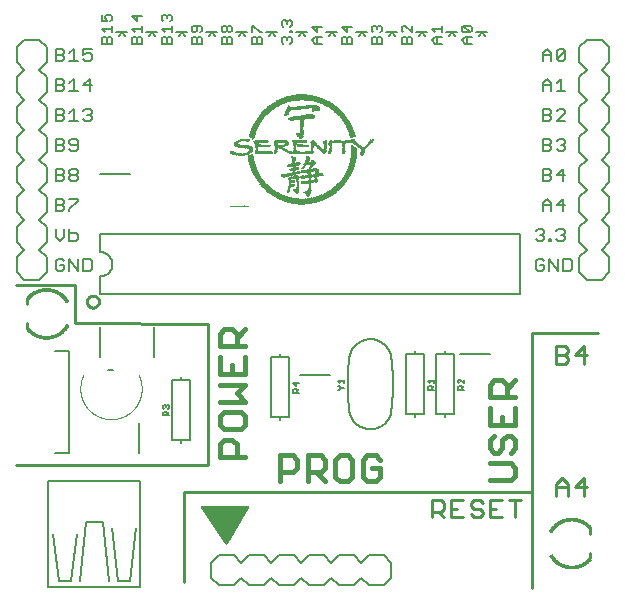
<source format=gbr>
G04 EAGLE Gerber X2 export*
%TF.Part,Single*%
%TF.FileFunction,Legend,Top,1*%
%TF.FilePolarity,Positive*%
%TF.GenerationSoftware,Autodesk,EAGLE,8.7.1*%
%TF.CreationDate,2018-04-12T17:58:56Z*%
G75*
%MOMM*%
%FSLAX34Y34*%
%LPD*%
%AMOC8*
5,1,8,0,0,1.08239X$1,22.5*%
G01*
%ADD10C,0.254000*%
%ADD11C,0.381000*%
%ADD12C,0.279400*%
%ADD13C,0.203200*%
%ADD14C,0.152400*%
%ADD15R,0.025400X0.025400*%
%ADD16R,0.279400X0.025400*%
%ADD17R,0.914400X0.025400*%
%ADD18R,1.295400X0.025400*%
%ADD19R,1.651000X0.025400*%
%ADD20R,1.930400X0.025400*%
%ADD21R,2.108200X0.025400*%
%ADD22R,2.336800X0.025400*%
%ADD23R,2.540000X0.025400*%
%ADD24R,2.717800X0.025400*%
%ADD25R,2.895600X0.025400*%
%ADD26R,3.022600X0.025400*%
%ADD27R,3.175000X0.025400*%
%ADD28R,3.327400X0.025400*%
%ADD29R,3.429000X0.025400*%
%ADD30R,3.556000X0.025400*%
%ADD31R,3.708400X0.025400*%
%ADD32R,3.784600X0.025400*%
%ADD33R,3.937000X0.025400*%
%ADD34R,1.600200X0.025400*%
%ADD35R,1.473200X0.025400*%
%ADD36R,1.447800X0.025400*%
%ADD37R,1.320800X0.025400*%
%ADD38R,1.371600X0.025400*%
%ADD39R,1.244600X0.025400*%
%ADD40R,1.193800X0.025400*%
%ADD41R,1.168400X0.025400*%
%ADD42R,1.092200X0.025400*%
%ADD43R,1.117600X0.025400*%
%ADD44R,1.041400X0.025400*%
%ADD45R,1.066800X0.025400*%
%ADD46R,1.016000X0.025400*%
%ADD47R,0.152400X0.025400*%
%ADD48R,0.990600X0.025400*%
%ADD49R,0.203200X0.025400*%
%ADD50R,0.965200X0.025400*%
%ADD51R,0.939800X0.025400*%
%ADD52R,0.304800X0.025400*%
%ADD53R,0.330200X0.025400*%
%ADD54R,0.863600X0.025400*%
%ADD55R,0.889000X0.025400*%
%ADD56R,0.406400X0.025400*%
%ADD57R,0.838200X0.025400*%
%ADD58R,0.457200X0.025400*%
%ADD59R,0.101600X0.025400*%
%ADD60R,0.482600X0.025400*%
%ADD61R,0.177800X0.025400*%
%ADD62R,0.508000X0.025400*%
%ADD63R,0.812800X0.025400*%
%ADD64R,0.558800X0.025400*%
%ADD65R,0.787400X0.025400*%
%ADD66R,0.050800X0.025400*%
%ADD67R,0.228600X0.025400*%
%ADD68R,0.127000X0.025400*%
%ADD69R,0.609600X0.025400*%
%ADD70R,0.635000X0.025400*%
%ADD71R,0.762000X0.025400*%
%ADD72R,0.584200X0.025400*%
%ADD73R,0.736600X0.025400*%
%ADD74R,0.355600X0.025400*%
%ADD75R,0.381000X0.025400*%
%ADD76R,0.711200X0.025400*%
%ADD77R,0.254000X0.025400*%
%ADD78R,0.685800X0.025400*%
%ADD79R,0.660400X0.025400*%
%ADD80R,0.533400X0.025400*%
%ADD81R,0.431800X0.025400*%
%ADD82R,0.076200X0.025400*%
%ADD83R,1.524000X0.025400*%
%ADD84R,1.346200X0.025400*%
%ADD85R,1.905000X0.025400*%
%ADD86R,2.032000X0.025400*%
%ADD87R,2.133600X0.025400*%
%ADD88R,2.184400X0.025400*%
%ADD89R,1.549400X0.025400*%
%ADD90R,2.260600X0.025400*%
%ADD91R,1.219200X0.025400*%
%ADD92R,1.270000X0.025400*%
%ADD93R,1.879600X0.025400*%
%ADD94R,1.828800X0.025400*%
%ADD95R,1.803400X0.025400*%
%ADD96R,2.057400X0.025400*%
%ADD97R,1.955800X0.025400*%
%ADD98R,1.676400X0.025400*%
%ADD99R,1.143000X0.025400*%
%ADD100R,1.498600X0.025400*%
%ADD101R,1.727200X0.025400*%
%ADD102R,2.692400X0.025400*%
%ADD103R,2.667000X0.025400*%
%ADD104R,1.625600X0.025400*%
%ADD105R,1.397000X0.025400*%
%ADD106R,3.886200X0.025400*%
%ADD107R,3.759200X0.025400*%
%ADD108R,3.657600X0.025400*%
%ADD109R,3.505200X0.025400*%
%ADD110R,3.403600X0.025400*%
%ADD111R,3.251200X0.025400*%
%ADD112R,3.124200X0.025400*%
%ADD113R,2.971800X0.025400*%
%ADD114R,2.819400X0.025400*%
%ADD115R,2.463800X0.025400*%
%ADD116C,0.000000*%
%ADD117C,0.127000*%
%ADD118C,0.025400*%
%ADD119C,0.200000*%

G36*
X609310Y195035D02*
X609310Y195035D01*
X609398Y195039D01*
X609466Y195059D01*
X609536Y195069D01*
X609618Y195104D01*
X609703Y195129D01*
X609764Y195165D01*
X609829Y195193D01*
X609900Y195246D01*
X609976Y195292D01*
X610026Y195342D01*
X610082Y195385D01*
X610138Y195455D01*
X610200Y195518D01*
X610271Y195623D01*
X610280Y195634D01*
X610282Y195640D01*
X610290Y195652D01*
X628070Y226132D01*
X628123Y226256D01*
X628181Y226378D01*
X628185Y226402D01*
X628195Y226424D01*
X628215Y226558D01*
X628240Y226691D01*
X628239Y226715D01*
X628242Y226739D01*
X628229Y226874D01*
X628221Y227008D01*
X628213Y227031D01*
X628211Y227055D01*
X628164Y227182D01*
X628123Y227311D01*
X628110Y227331D01*
X628101Y227354D01*
X628025Y227465D01*
X627952Y227579D01*
X627935Y227596D01*
X627921Y227616D01*
X627819Y227705D01*
X627721Y227797D01*
X627700Y227809D01*
X627681Y227825D01*
X627560Y227886D01*
X627442Y227951D01*
X627419Y227957D01*
X627397Y227968D01*
X627265Y227997D01*
X627134Y228030D01*
X627100Y228032D01*
X627087Y228035D01*
X627065Y228035D01*
X626974Y228040D01*
X588874Y228040D01*
X588860Y228039D01*
X588846Y228040D01*
X588702Y228019D01*
X588558Y228001D01*
X588545Y227995D01*
X588531Y227993D01*
X588398Y227937D01*
X588262Y227884D01*
X588251Y227875D01*
X588238Y227870D01*
X588123Y227782D01*
X588005Y227697D01*
X587996Y227686D01*
X587985Y227677D01*
X587895Y227564D01*
X587802Y227452D01*
X587796Y227439D01*
X587787Y227428D01*
X587728Y227295D01*
X587667Y227164D01*
X587664Y227150D01*
X587658Y227137D01*
X587634Y226994D01*
X587607Y226852D01*
X587608Y226838D01*
X587605Y226824D01*
X587618Y226679D01*
X587627Y226534D01*
X587631Y226521D01*
X587632Y226507D01*
X587680Y226369D01*
X587725Y226232D01*
X587732Y226220D01*
X587737Y226207D01*
X587818Y226067D01*
X608138Y195587D01*
X608196Y195520D01*
X608246Y195447D01*
X608299Y195400D01*
X608346Y195347D01*
X608419Y195296D01*
X608486Y195238D01*
X608549Y195206D01*
X608607Y195166D01*
X608690Y195135D01*
X608770Y195095D01*
X608839Y195080D01*
X608905Y195055D01*
X608994Y195046D01*
X609081Y195027D01*
X609151Y195030D01*
X609222Y195022D01*
X609310Y195035D01*
G37*
D10*
X431394Y414731D02*
X481330Y414731D01*
X481330Y382270D01*
X593954Y381711D01*
X593954Y262331D01*
X431394Y262331D01*
D11*
X603460Y269316D02*
X625069Y269316D01*
X603460Y269316D02*
X603460Y280120D01*
X607062Y283722D01*
X614264Y283722D01*
X617866Y280120D01*
X617866Y269316D01*
X603460Y296306D02*
X603460Y303508D01*
X603460Y296306D02*
X607062Y292704D01*
X621467Y292704D01*
X625069Y296306D01*
X625069Y303508D01*
X621467Y307110D01*
X607062Y307110D01*
X603460Y303508D01*
X603460Y316092D02*
X625069Y316092D01*
X617866Y323295D01*
X625069Y330498D01*
X603460Y330498D01*
X603460Y339480D02*
X603460Y353886D01*
X603460Y339480D02*
X625069Y339480D01*
X625069Y353886D01*
X614264Y346683D02*
X614264Y339480D01*
X603460Y362868D02*
X625069Y362868D01*
X603460Y362868D02*
X603460Y373672D01*
X607062Y377274D01*
X614264Y377274D01*
X617866Y373672D01*
X617866Y362868D01*
X617866Y370071D02*
X625069Y377274D01*
X654707Y270605D02*
X654707Y248996D01*
X654707Y270605D02*
X665511Y270605D01*
X669112Y267003D01*
X669112Y259800D01*
X665511Y256199D01*
X654707Y256199D01*
X678095Y248996D02*
X678095Y270605D01*
X688899Y270605D01*
X692500Y267003D01*
X692500Y259800D01*
X688899Y256199D01*
X678095Y256199D01*
X685297Y256199D02*
X692500Y248996D01*
X705084Y270605D02*
X712287Y270605D01*
X705084Y270605D02*
X701483Y267003D01*
X701483Y252598D01*
X705084Y248996D01*
X712287Y248996D01*
X715888Y252598D01*
X715888Y267003D01*
X712287Y270605D01*
X735675Y270605D02*
X739276Y267003D01*
X735675Y270605D02*
X728472Y270605D01*
X724871Y267003D01*
X724871Y252598D01*
X728472Y248996D01*
X735675Y248996D01*
X739276Y252598D01*
X739276Y259800D01*
X732073Y259800D01*
D10*
X573634Y239471D02*
X573634Y163271D01*
X573634Y239471D02*
X868274Y239471D01*
D11*
X850067Y249424D02*
X832060Y249424D01*
X850067Y249424D02*
X853669Y253026D01*
X853669Y260228D01*
X850067Y263830D01*
X832060Y263830D01*
X832060Y283616D02*
X835662Y287218D01*
X832060Y283616D02*
X832060Y276414D01*
X835662Y272812D01*
X839263Y272812D01*
X842864Y276414D01*
X842864Y283616D01*
X846466Y287218D01*
X850067Y287218D01*
X853669Y283616D01*
X853669Y276414D01*
X850067Y272812D01*
X832060Y296200D02*
X832060Y310606D01*
X832060Y296200D02*
X853669Y296200D01*
X853669Y310606D01*
X842864Y303403D02*
X842864Y296200D01*
X832060Y319588D02*
X853669Y319588D01*
X832060Y319588D02*
X832060Y330392D01*
X835662Y333994D01*
X842864Y333994D01*
X846466Y330392D01*
X846466Y319588D01*
X846466Y326791D02*
X853669Y333994D01*
D10*
X868274Y239471D02*
X868274Y158191D01*
X868274Y239471D02*
X868274Y374091D01*
X924154Y374091D01*
D12*
X783311Y233007D02*
X783311Y218008D01*
X783311Y233007D02*
X790810Y233007D01*
X793310Y230507D01*
X793310Y225508D01*
X790810Y223008D01*
X783311Y223008D01*
X788310Y223008D02*
X793310Y218008D01*
X799682Y233007D02*
X809681Y233007D01*
X799682Y233007D02*
X799682Y218008D01*
X809681Y218008D01*
X804682Y225508D02*
X799682Y225508D01*
X823553Y233007D02*
X826053Y230507D01*
X823553Y233007D02*
X818554Y233007D01*
X816054Y230507D01*
X816054Y228007D01*
X818554Y225508D01*
X823553Y225508D01*
X826053Y223008D01*
X826053Y220508D01*
X823553Y218008D01*
X818554Y218008D01*
X816054Y220508D01*
X832425Y233007D02*
X842424Y233007D01*
X832425Y233007D02*
X832425Y218008D01*
X842424Y218008D01*
X837425Y225508D02*
X832425Y225508D01*
X853796Y218008D02*
X853796Y233007D01*
X848797Y233007D02*
X858796Y233007D01*
D13*
X464566Y604266D02*
X464566Y614943D01*
X469905Y614943D01*
X471684Y613164D01*
X471684Y611384D01*
X469905Y609605D01*
X471684Y607825D01*
X471684Y606046D01*
X469905Y604266D01*
X464566Y604266D01*
X464566Y609605D02*
X469905Y609605D01*
X476260Y611384D02*
X479819Y614943D01*
X479819Y604266D01*
X476260Y604266D02*
X483378Y604266D01*
X487954Y614943D02*
X495072Y614943D01*
X487954Y614943D02*
X487954Y609605D01*
X491513Y611384D01*
X493293Y611384D01*
X495072Y609605D01*
X495072Y606046D01*
X493293Y604266D01*
X489733Y604266D01*
X487954Y606046D01*
X464566Y589543D02*
X464566Y578866D01*
X464566Y589543D02*
X469905Y589543D01*
X471684Y587764D01*
X471684Y585984D01*
X469905Y584205D01*
X471684Y582425D01*
X471684Y580646D01*
X469905Y578866D01*
X464566Y578866D01*
X464566Y584205D02*
X469905Y584205D01*
X476260Y585984D02*
X479819Y589543D01*
X479819Y578866D01*
X476260Y578866D02*
X483378Y578866D01*
X493293Y578866D02*
X493293Y589543D01*
X487954Y584205D01*
X495072Y584205D01*
X464566Y564143D02*
X464566Y553466D01*
X464566Y564143D02*
X469905Y564143D01*
X471684Y562364D01*
X471684Y560584D01*
X469905Y558805D01*
X471684Y557025D01*
X471684Y555246D01*
X469905Y553466D01*
X464566Y553466D01*
X464566Y558805D02*
X469905Y558805D01*
X476260Y560584D02*
X479819Y564143D01*
X479819Y553466D01*
X476260Y553466D02*
X483378Y553466D01*
X487954Y562364D02*
X489733Y564143D01*
X493293Y564143D01*
X495072Y562364D01*
X495072Y560584D01*
X493293Y558805D01*
X491513Y558805D01*
X493293Y558805D02*
X495072Y557025D01*
X495072Y555246D01*
X493293Y553466D01*
X489733Y553466D01*
X487954Y555246D01*
X464566Y538743D02*
X464566Y528066D01*
X464566Y538743D02*
X469905Y538743D01*
X471684Y536964D01*
X471684Y535184D01*
X469905Y533405D01*
X471684Y531625D01*
X471684Y529846D01*
X469905Y528066D01*
X464566Y528066D01*
X464566Y533405D02*
X469905Y533405D01*
X476260Y529846D02*
X478039Y528066D01*
X481599Y528066D01*
X483378Y529846D01*
X483378Y536964D01*
X481599Y538743D01*
X478039Y538743D01*
X476260Y536964D01*
X476260Y535184D01*
X478039Y533405D01*
X483378Y533405D01*
X464566Y513343D02*
X464566Y502666D01*
X464566Y513343D02*
X469905Y513343D01*
X471684Y511564D01*
X471684Y509784D01*
X469905Y508005D01*
X471684Y506225D01*
X471684Y504446D01*
X469905Y502666D01*
X464566Y502666D01*
X464566Y508005D02*
X469905Y508005D01*
X476260Y511564D02*
X478039Y513343D01*
X481599Y513343D01*
X483378Y511564D01*
X483378Y509784D01*
X481599Y508005D01*
X483378Y506225D01*
X483378Y504446D01*
X481599Y502666D01*
X478039Y502666D01*
X476260Y504446D01*
X476260Y506225D01*
X478039Y508005D01*
X476260Y509784D01*
X476260Y511564D01*
X478039Y508005D02*
X481599Y508005D01*
X464566Y487943D02*
X464566Y477266D01*
X464566Y487943D02*
X469905Y487943D01*
X471684Y486164D01*
X471684Y484384D01*
X469905Y482605D01*
X471684Y480825D01*
X471684Y479046D01*
X469905Y477266D01*
X464566Y477266D01*
X464566Y482605D02*
X469905Y482605D01*
X476260Y487943D02*
X483378Y487943D01*
X483378Y486164D01*
X476260Y479046D01*
X476260Y477266D01*
X464566Y462543D02*
X464566Y455425D01*
X468125Y451866D01*
X471684Y455425D01*
X471684Y462543D01*
X476260Y462543D02*
X476260Y451866D01*
X481599Y451866D01*
X483378Y453646D01*
X483378Y457205D01*
X481599Y458984D01*
X476260Y458984D01*
X469905Y437143D02*
X471684Y435364D01*
X469905Y437143D02*
X466346Y437143D01*
X464566Y435364D01*
X464566Y428246D01*
X466346Y426466D01*
X469905Y426466D01*
X471684Y428246D01*
X471684Y431805D01*
X468125Y431805D01*
X476260Y437143D02*
X476260Y426466D01*
X483378Y426466D02*
X476260Y437143D01*
X483378Y437143D02*
X483378Y426466D01*
X487954Y426466D02*
X487954Y437143D01*
X487954Y426466D02*
X493293Y426466D01*
X495072Y428246D01*
X495072Y435364D01*
X493293Y437143D01*
X487954Y437143D01*
X877316Y604266D02*
X877316Y611384D01*
X880875Y614943D01*
X884434Y611384D01*
X884434Y604266D01*
X884434Y609605D02*
X877316Y609605D01*
X889010Y606046D02*
X889010Y613164D01*
X890789Y614943D01*
X894349Y614943D01*
X896128Y613164D01*
X896128Y606046D01*
X894349Y604266D01*
X890789Y604266D01*
X889010Y606046D01*
X896128Y613164D01*
X877316Y585984D02*
X877316Y578866D01*
X877316Y585984D02*
X880875Y589543D01*
X884434Y585984D01*
X884434Y578866D01*
X884434Y584205D02*
X877316Y584205D01*
X889010Y585984D02*
X892569Y589543D01*
X892569Y578866D01*
X889010Y578866D02*
X896128Y578866D01*
X877316Y564143D02*
X877316Y553466D01*
X877316Y564143D02*
X882655Y564143D01*
X884434Y562364D01*
X884434Y560584D01*
X882655Y558805D01*
X884434Y557025D01*
X884434Y555246D01*
X882655Y553466D01*
X877316Y553466D01*
X877316Y558805D02*
X882655Y558805D01*
X889010Y553466D02*
X896128Y553466D01*
X889010Y553466D02*
X896128Y560584D01*
X896128Y562364D01*
X894349Y564143D01*
X890789Y564143D01*
X889010Y562364D01*
X877316Y538743D02*
X877316Y528066D01*
X877316Y538743D02*
X882655Y538743D01*
X884434Y536964D01*
X884434Y535184D01*
X882655Y533405D01*
X884434Y531625D01*
X884434Y529846D01*
X882655Y528066D01*
X877316Y528066D01*
X877316Y533405D02*
X882655Y533405D01*
X889010Y536964D02*
X890789Y538743D01*
X894349Y538743D01*
X896128Y536964D01*
X896128Y535184D01*
X894349Y533405D01*
X892569Y533405D01*
X894349Y533405D02*
X896128Y531625D01*
X896128Y529846D01*
X894349Y528066D01*
X890789Y528066D01*
X889010Y529846D01*
X877316Y513343D02*
X877316Y502666D01*
X877316Y513343D02*
X882655Y513343D01*
X884434Y511564D01*
X884434Y509784D01*
X882655Y508005D01*
X884434Y506225D01*
X884434Y504446D01*
X882655Y502666D01*
X877316Y502666D01*
X877316Y508005D02*
X882655Y508005D01*
X894349Y513343D02*
X894349Y502666D01*
X889010Y508005D02*
X894349Y513343D01*
X896128Y508005D02*
X889010Y508005D01*
X877316Y484384D02*
X877316Y477266D01*
X877316Y484384D02*
X880875Y487943D01*
X884434Y484384D01*
X884434Y477266D01*
X884434Y482605D02*
X877316Y482605D01*
X894349Y487943D02*
X894349Y477266D01*
X889010Y482605D02*
X894349Y487943D01*
X896128Y482605D02*
X889010Y482605D01*
X872746Y462543D02*
X870966Y460764D01*
X872746Y462543D02*
X876305Y462543D01*
X878084Y460764D01*
X878084Y458984D01*
X876305Y457205D01*
X874525Y457205D01*
X876305Y457205D02*
X878084Y455425D01*
X878084Y453646D01*
X876305Y451866D01*
X872746Y451866D01*
X870966Y453646D01*
X882660Y453646D02*
X882660Y451866D01*
X882660Y453646D02*
X884439Y453646D01*
X884439Y451866D01*
X882660Y451866D01*
X888507Y460764D02*
X890286Y462543D01*
X893846Y462543D01*
X895625Y460764D01*
X895625Y458984D01*
X893846Y457205D01*
X892066Y457205D01*
X893846Y457205D02*
X895625Y455425D01*
X895625Y453646D01*
X893846Y451866D01*
X890286Y451866D01*
X888507Y453646D01*
X876305Y437143D02*
X878084Y435364D01*
X876305Y437143D02*
X872746Y437143D01*
X870966Y435364D01*
X870966Y428246D01*
X872746Y426466D01*
X876305Y426466D01*
X878084Y428246D01*
X878084Y431805D01*
X874525Y431805D01*
X882660Y437143D02*
X882660Y426466D01*
X889778Y426466D02*
X882660Y437143D01*
X889778Y437143D02*
X889778Y426466D01*
X894354Y426466D02*
X894354Y437143D01*
X894354Y426466D02*
X899693Y426466D01*
X901472Y428246D01*
X901472Y435364D01*
X899693Y437143D01*
X894354Y437143D01*
D14*
X512318Y619252D02*
X503675Y619252D01*
X503675Y623574D01*
X505115Y625014D01*
X506556Y625014D01*
X507996Y623574D01*
X509437Y625014D01*
X510877Y625014D01*
X512318Y623574D01*
X512318Y619252D01*
X507996Y619252D02*
X507996Y623574D01*
X506556Y628607D02*
X503675Y631488D01*
X512318Y631488D01*
X512318Y628607D02*
X512318Y634369D01*
X503675Y637962D02*
X503675Y643725D01*
X503675Y637962D02*
X507996Y637962D01*
X506556Y640844D01*
X506556Y642284D01*
X507996Y643725D01*
X510877Y643725D01*
X512318Y642284D01*
X512318Y639403D01*
X510877Y637962D01*
X529075Y619252D02*
X537718Y619252D01*
X529075Y619252D02*
X529075Y623574D01*
X530515Y625014D01*
X531956Y625014D01*
X533396Y623574D01*
X534837Y625014D01*
X536277Y625014D01*
X537718Y623574D01*
X537718Y619252D01*
X533396Y619252D02*
X533396Y623574D01*
X531956Y628607D02*
X529075Y631488D01*
X537718Y631488D01*
X537718Y628607D02*
X537718Y634369D01*
X537718Y642284D02*
X529075Y642284D01*
X533396Y637962D01*
X533396Y643725D01*
X554475Y619252D02*
X563118Y619252D01*
X554475Y619252D02*
X554475Y623574D01*
X555915Y625014D01*
X557356Y625014D01*
X558796Y623574D01*
X560237Y625014D01*
X561677Y625014D01*
X563118Y623574D01*
X563118Y619252D01*
X558796Y619252D02*
X558796Y623574D01*
X557356Y628607D02*
X554475Y631488D01*
X563118Y631488D01*
X563118Y628607D02*
X563118Y634369D01*
X555915Y637962D02*
X554475Y639403D01*
X554475Y642284D01*
X555915Y643725D01*
X557356Y643725D01*
X558796Y642284D01*
X558796Y640844D01*
X558796Y642284D02*
X560237Y643725D01*
X561677Y643725D01*
X563118Y642284D01*
X563118Y639403D01*
X561677Y637962D01*
X579875Y619252D02*
X588518Y619252D01*
X579875Y619252D02*
X579875Y623574D01*
X581315Y625014D01*
X582756Y625014D01*
X584196Y623574D01*
X585637Y625014D01*
X587077Y625014D01*
X588518Y623574D01*
X588518Y619252D01*
X584196Y619252D02*
X584196Y623574D01*
X587077Y628607D02*
X588518Y630048D01*
X588518Y632929D01*
X587077Y634369D01*
X581315Y634369D01*
X579875Y632929D01*
X579875Y630048D01*
X581315Y628607D01*
X582756Y628607D01*
X584196Y630048D01*
X584196Y634369D01*
X605275Y619252D02*
X613918Y619252D01*
X605275Y619252D02*
X605275Y623574D01*
X606715Y625014D01*
X608156Y625014D01*
X609596Y623574D01*
X611037Y625014D01*
X612477Y625014D01*
X613918Y623574D01*
X613918Y619252D01*
X609596Y619252D02*
X609596Y623574D01*
X606715Y628607D02*
X605275Y630048D01*
X605275Y632929D01*
X606715Y634369D01*
X608156Y634369D01*
X609596Y632929D01*
X611037Y634369D01*
X612477Y634369D01*
X613918Y632929D01*
X613918Y630048D01*
X612477Y628607D01*
X611037Y628607D01*
X609596Y630048D01*
X608156Y628607D01*
X606715Y628607D01*
X609596Y630048D02*
X609596Y632929D01*
X630675Y619252D02*
X639318Y619252D01*
X630675Y619252D02*
X630675Y623574D01*
X632115Y625014D01*
X633556Y625014D01*
X634996Y623574D01*
X636437Y625014D01*
X637877Y625014D01*
X639318Y623574D01*
X639318Y619252D01*
X634996Y619252D02*
X634996Y623574D01*
X630675Y628607D02*
X630675Y634369D01*
X632115Y634369D01*
X637877Y628607D01*
X639318Y628607D01*
X656075Y620693D02*
X657515Y619252D01*
X656075Y620693D02*
X656075Y623574D01*
X657515Y625014D01*
X658956Y625014D01*
X660396Y623574D01*
X660396Y622133D01*
X660396Y623574D02*
X661837Y625014D01*
X663277Y625014D01*
X664718Y623574D01*
X664718Y620693D01*
X663277Y619252D01*
X663277Y628607D02*
X664718Y628607D01*
X663277Y628607D02*
X663277Y630048D01*
X664718Y630048D01*
X664718Y628607D01*
X657515Y633285D02*
X656075Y634725D01*
X656075Y637606D01*
X657515Y639047D01*
X658956Y639047D01*
X660396Y637606D01*
X660396Y636166D01*
X660396Y637606D02*
X661837Y639047D01*
X663277Y639047D01*
X664718Y637606D01*
X664718Y634725D01*
X663277Y633285D01*
X684356Y619252D02*
X690118Y619252D01*
X684356Y619252D02*
X681475Y622133D01*
X684356Y625014D01*
X690118Y625014D01*
X685796Y625014D02*
X685796Y619252D01*
X690118Y632929D02*
X681475Y632929D01*
X685796Y628607D01*
X685796Y634369D01*
X706875Y619252D02*
X715518Y619252D01*
X706875Y619252D02*
X706875Y623574D01*
X708315Y625014D01*
X709756Y625014D01*
X711196Y623574D01*
X712637Y625014D01*
X714077Y625014D01*
X715518Y623574D01*
X715518Y619252D01*
X711196Y619252D02*
X711196Y623574D01*
X706875Y632929D02*
X715518Y632929D01*
X711196Y628607D02*
X706875Y632929D01*
X711196Y634369D02*
X711196Y628607D01*
X732275Y619252D02*
X740918Y619252D01*
X732275Y619252D02*
X732275Y623574D01*
X733715Y625014D01*
X735156Y625014D01*
X736596Y623574D01*
X738037Y625014D01*
X739477Y625014D01*
X740918Y623574D01*
X740918Y619252D01*
X736596Y619252D02*
X736596Y623574D01*
X733715Y628607D02*
X732275Y630048D01*
X732275Y632929D01*
X733715Y634369D01*
X735156Y634369D01*
X736596Y632929D01*
X736596Y631488D01*
X736596Y632929D02*
X738037Y634369D01*
X739477Y634369D01*
X740918Y632929D01*
X740918Y630048D01*
X739477Y628607D01*
X757675Y619252D02*
X766318Y619252D01*
X757675Y619252D02*
X757675Y623574D01*
X759115Y625014D01*
X760556Y625014D01*
X761996Y623574D01*
X763437Y625014D01*
X764877Y625014D01*
X766318Y623574D01*
X766318Y619252D01*
X761996Y619252D02*
X761996Y623574D01*
X766318Y628607D02*
X766318Y634369D01*
X766318Y628607D02*
X760556Y634369D01*
X759115Y634369D01*
X757675Y632929D01*
X757675Y630048D01*
X759115Y628607D01*
X785956Y619252D02*
X791718Y619252D01*
X785956Y619252D02*
X783075Y622133D01*
X785956Y625014D01*
X791718Y625014D01*
X787396Y625014D02*
X787396Y619252D01*
X785956Y628607D02*
X783075Y631488D01*
X791718Y631488D01*
X791718Y628607D02*
X791718Y634369D01*
X811356Y619252D02*
X817118Y619252D01*
X811356Y619252D02*
X808475Y622133D01*
X811356Y625014D01*
X817118Y625014D01*
X812796Y625014D02*
X812796Y619252D01*
X815677Y628607D02*
X809915Y628607D01*
X808475Y630048D01*
X808475Y632929D01*
X809915Y634369D01*
X815677Y634369D01*
X817118Y632929D01*
X817118Y630048D01*
X815677Y628607D01*
X809915Y634369D01*
D12*
X888134Y363106D02*
X888134Y348107D01*
X888134Y363106D02*
X895633Y363106D01*
X898133Y360606D01*
X898133Y358106D01*
X895633Y355606D01*
X898133Y353107D01*
X898133Y350607D01*
X895633Y348107D01*
X888134Y348107D01*
X888134Y355606D02*
X895633Y355606D01*
X912005Y348107D02*
X912005Y363106D01*
X904505Y355606D01*
X914505Y355606D01*
X888134Y246346D02*
X888134Y236347D01*
X888134Y246346D02*
X893133Y251346D01*
X898133Y246346D01*
X898133Y236347D01*
X898133Y243846D02*
X888134Y243846D01*
X912005Y236347D02*
X912005Y251346D01*
X904505Y243846D01*
X914505Y243846D01*
D15*
X671068Y482854D03*
X671576Y482854D03*
D16*
X673354Y482854D03*
D15*
X675132Y482854D03*
X675640Y482854D03*
X668528Y483108D03*
D17*
X673481Y483108D03*
D15*
X678434Y483108D03*
X666496Y483362D03*
D18*
X673354Y483362D03*
D15*
X680212Y483362D03*
X664972Y483616D03*
D19*
X673608Y483616D03*
D20*
X673227Y483870D03*
D15*
X662432Y484124D03*
D21*
X673354Y484124D03*
D15*
X684276Y484124D03*
D22*
X673227Y484378D03*
D15*
X685292Y484378D03*
D23*
X673481Y484632D03*
D24*
X673354Y484886D03*
D25*
X673481Y485140D03*
D26*
X673354Y485394D03*
D27*
X673354Y485648D03*
D28*
X673354Y485902D03*
D29*
X673354Y486156D03*
D15*
X690880Y486156D03*
D30*
X673227Y486410D03*
D31*
X673481Y486664D03*
D32*
X673354Y486918D03*
D33*
X673608Y487172D03*
D34*
X661416Y487426D03*
D15*
X669798Y487426D03*
X670306Y487426D03*
X676402Y487426D03*
X676910Y487426D03*
D34*
X685292Y487426D03*
D35*
X660273Y487680D03*
D15*
X668020Y487680D03*
X679196Y487680D03*
D36*
X686816Y487680D03*
D37*
X659003Y487934D03*
D15*
X665988Y487934D03*
X680466Y487934D03*
D38*
X687705Y487934D03*
D39*
X658114Y488188D03*
D15*
X664718Y488188D03*
X681990Y488188D03*
D39*
X688594Y488188D03*
D15*
X695198Y488188D03*
D40*
X657352Y488442D03*
D15*
X663702Y488442D03*
X683006Y488442D03*
D40*
X689356Y488442D03*
D41*
X656717Y488696D03*
X690245Y488696D03*
D15*
X650240Y488950D03*
D42*
X656082Y488950D03*
D43*
X690753Y488950D03*
D44*
X655320Y489204D03*
D15*
X660908Y489204D03*
D45*
X691515Y489204D03*
D44*
X654812Y489458D03*
X691896Y489458D03*
D46*
X654177Y489712D03*
D47*
X678561Y489712D03*
D44*
X692658Y489712D03*
D48*
X653542Y489966D03*
D49*
X678307Y489966D03*
D50*
X693039Y489966D03*
D15*
X698246Y489966D03*
D50*
X653161Y490220D03*
D16*
X678434Y490220D03*
D51*
X693674Y490220D03*
X652526Y490474D03*
D52*
X678307Y490474D03*
D51*
X694182Y490474D03*
D17*
X652145Y490728D03*
D53*
X678434Y490728D03*
D15*
X690118Y490728D03*
D54*
X694817Y490728D03*
D55*
X651510Y490982D03*
D56*
X678307Y490982D03*
D17*
X695071Y490982D03*
D55*
X651256Y491236D03*
D56*
X678307Y491236D03*
D55*
X695706Y491236D03*
D57*
X650748Y491490D03*
D58*
X678053Y491490D03*
D57*
X695960Y491490D03*
D54*
X650367Y491744D03*
D59*
X668909Y491744D03*
D60*
X678180Y491744D03*
D54*
X696595Y491744D03*
D57*
X649732Y491998D03*
D61*
X668782Y491998D03*
D62*
X678053Y491998D03*
D63*
X696849Y491998D03*
X649605Y492252D03*
D49*
X668909Y492252D03*
D64*
X678053Y492252D03*
D65*
X697484Y492252D03*
D63*
X649097Y492506D03*
D66*
X661289Y492506D03*
D15*
X661924Y492506D03*
D67*
X668782Y492506D03*
D64*
X677799Y492506D03*
D63*
X697611Y492506D03*
D65*
X648716Y492760D03*
D68*
X661670Y492760D03*
D16*
X668782Y492760D03*
D69*
X677799Y492760D03*
D65*
X698246Y492760D03*
X648208Y493014D03*
D47*
X661543Y493014D03*
D52*
X668655Y493014D03*
D70*
X677672Y493014D03*
D71*
X698373Y493014D03*
X648081Y493268D03*
D61*
X661670Y493268D03*
D52*
X668655Y493268D03*
D72*
X677926Y493268D03*
D71*
X698881Y493268D03*
D73*
X647446Y493522D03*
D49*
X661543Y493522D03*
D74*
X668655Y493522D03*
D15*
X677164Y493522D03*
D53*
X679196Y493522D03*
D71*
X699135Y493522D03*
X647319Y493776D03*
D49*
X661797Y493776D03*
D75*
X668528Y493776D03*
D16*
X679450Y493776D03*
D73*
X699770Y493776D03*
D76*
X646811Y494030D03*
D67*
X661670Y494030D03*
D56*
X668401Y494030D03*
D16*
X679450Y494030D03*
D73*
X699770Y494030D03*
X646684Y494284D03*
D77*
X661797Y494284D03*
D56*
X668401Y494284D03*
D16*
X679704Y494284D03*
D76*
X700405Y494284D03*
X646049Y494538D03*
D67*
X661670Y494538D03*
D58*
X668147Y494538D03*
D77*
X679577Y494538D03*
D76*
X700405Y494538D03*
X646049Y494792D03*
D67*
X661924Y494792D03*
D60*
X668274Y494792D03*
D77*
X679831Y494792D03*
D78*
X701040Y494792D03*
D79*
X645541Y495046D03*
D67*
X661924Y495046D03*
D15*
X666242Y495046D03*
D75*
X668528Y495046D03*
D67*
X679704Y495046D03*
D76*
X701167Y495046D03*
X645287Y495300D03*
D67*
X661924Y495300D03*
D16*
X669290Y495300D03*
D77*
X679831Y495300D03*
D79*
X701675Y495300D03*
D78*
X644906Y495554D03*
D67*
X661924Y495554D03*
X669290Y495554D03*
X679704Y495554D03*
D78*
X701802Y495554D03*
X644652Y495808D03*
D67*
X662178Y495808D03*
D77*
X669417Y495808D03*
X679831Y495808D03*
D79*
X702183Y495808D03*
X644271Y496062D03*
D49*
X662051Y496062D03*
D77*
X669417Y496062D03*
D67*
X679704Y496062D03*
D78*
X702310Y496062D03*
D79*
X644017Y496316D03*
D67*
X662178Y496316D03*
X669544Y496316D03*
D77*
X679831Y496316D03*
D70*
X702818Y496316D03*
D79*
X643763Y496570D03*
D49*
X662305Y496570D03*
D77*
X669417Y496570D03*
D67*
X679704Y496570D03*
D79*
X702945Y496570D03*
X643509Y496824D03*
D67*
X662432Y496824D03*
X669544Y496824D03*
D49*
X679831Y496824D03*
D70*
X703326Y496824D03*
X643128Y497078D03*
D67*
X662432Y497078D03*
X669544Y497078D03*
X679704Y497078D03*
D70*
X703580Y497078D03*
X642874Y497332D03*
D67*
X662686Y497332D03*
X669544Y497332D03*
D49*
X679831Y497332D03*
D70*
X703834Y497332D03*
X642620Y497586D03*
D16*
X662940Y497586D03*
D67*
X669544Y497586D03*
X679704Y497586D03*
D70*
X704088Y497586D03*
X642366Y497840D03*
D56*
X663829Y497840D03*
D15*
X666242Y497840D03*
D49*
X669671Y497840D03*
X679831Y497840D03*
D69*
X704469Y497840D03*
D70*
X642112Y498094D03*
D62*
X664083Y498094D03*
D49*
X669417Y498094D03*
X679831Y498094D03*
D70*
X704596Y498094D03*
D69*
X641985Y498348D03*
D80*
X664464Y498348D03*
D67*
X669544Y498348D03*
D49*
X679831Y498348D03*
D69*
X704977Y498348D03*
D72*
X641604Y498602D03*
D80*
X664464Y498602D03*
D49*
X669417Y498602D03*
D67*
X679704Y498602D03*
D69*
X704977Y498602D03*
X641477Y498856D03*
D62*
X664591Y498856D03*
D49*
X669671Y498856D03*
X679831Y498856D03*
D69*
X705485Y498856D03*
D72*
X641096Y499110D03*
D62*
X664337Y499110D03*
D49*
X669417Y499110D03*
X679831Y499110D03*
D69*
X705485Y499110D03*
X640969Y499364D03*
D60*
X664464Y499364D03*
D61*
X669544Y499364D03*
D49*
X679831Y499364D03*
D69*
X705993Y499364D03*
D72*
X640588Y499618D03*
D49*
X663067Y499618D03*
D15*
X665480Y499618D03*
X666242Y499618D03*
D49*
X669417Y499618D03*
D61*
X679704Y499618D03*
D69*
X705993Y499618D03*
X640461Y499872D03*
D49*
X663067Y499872D03*
D61*
X669544Y499872D03*
D49*
X679831Y499872D03*
D72*
X706374Y499872D03*
D64*
X640207Y500126D03*
D49*
X663067Y500126D03*
X669417Y500126D03*
D67*
X674370Y500126D03*
D15*
X675894Y500126D03*
D49*
X679577Y500126D03*
D69*
X706501Y500126D03*
D72*
X640080Y500380D03*
D61*
X663194Y500380D03*
D49*
X669417Y500380D03*
D81*
X674878Y500380D03*
D67*
X679704Y500380D03*
D72*
X706882Y500380D03*
X639826Y500634D03*
D49*
X663067Y500634D03*
X669417Y500634D03*
D57*
X676656Y500634D03*
D72*
X706882Y500634D03*
X639572Y500888D03*
D49*
X663321Y500888D03*
X669417Y500888D03*
D55*
X676656Y500888D03*
D64*
X707263Y500888D03*
D72*
X639318Y501142D03*
D77*
X663575Y501142D03*
D15*
X665226Y501142D03*
D49*
X669417Y501142D03*
D17*
X676783Y501142D03*
D72*
X707390Y501142D03*
D64*
X639191Y501396D03*
D58*
X664591Y501396D03*
D49*
X669417Y501396D03*
D46*
X677545Y501396D03*
D15*
X683006Y501396D03*
D66*
X683641Y501396D03*
D47*
X684911Y501396D03*
D64*
X707771Y501396D03*
X638937Y501650D03*
D62*
X664845Y501650D03*
D61*
X669290Y501650D03*
D38*
X679323Y501650D03*
D64*
X707771Y501650D03*
D72*
X638810Y501904D03*
D62*
X664845Y501904D03*
D49*
X669417Y501904D03*
D15*
X673100Y501904D03*
D18*
X679958Y501904D03*
D64*
X708025Y501904D03*
X638429Y502158D03*
D62*
X664845Y502158D03*
D49*
X669163Y502158D03*
D15*
X674878Y502158D03*
D43*
X680847Y502158D03*
D64*
X708279Y502158D03*
X638429Y502412D03*
D62*
X664845Y502412D03*
D49*
X669417Y502412D03*
D55*
X681990Y502412D03*
D64*
X708533Y502412D03*
X638175Y502666D03*
D60*
X664718Y502666D03*
D61*
X669290Y502666D03*
D65*
X682244Y502666D03*
D80*
X708660Y502666D03*
D64*
X637921Y502920D03*
D67*
X663448Y502920D03*
D15*
X666242Y502920D03*
D61*
X669290Y502920D03*
D77*
X679831Y502920D03*
D15*
X681482Y502920D03*
X681990Y502920D03*
D75*
X684276Y502920D03*
D80*
X708914Y502920D03*
X637794Y503174D03*
D67*
X663194Y503174D03*
D49*
X669163Y503174D03*
D77*
X679831Y503174D03*
D52*
X684403Y503174D03*
D80*
X708914Y503174D03*
D64*
X637667Y503428D03*
D49*
X663321Y503428D03*
X669417Y503428D03*
X679831Y503428D03*
D16*
X684784Y503428D03*
D64*
X709295Y503428D03*
X637413Y503682D03*
D67*
X663194Y503682D03*
X669290Y503682D03*
X679704Y503682D03*
X684784Y503682D03*
D64*
X709295Y503682D03*
D80*
X637286Y503936D03*
D77*
X663321Y503936D03*
D67*
X669290Y503936D03*
D49*
X679831Y503936D03*
X684911Y503936D03*
D80*
X709676Y503936D03*
X637032Y504190D03*
D16*
X663448Y504190D03*
D67*
X669290Y504190D03*
D49*
X679831Y504190D03*
X684911Y504190D03*
D80*
X709676Y504190D03*
D64*
X636905Y504444D03*
D52*
X663575Y504444D03*
D15*
X665480Y504444D03*
D77*
X669163Y504444D03*
D49*
X679831Y504444D03*
X684911Y504444D03*
D80*
X709930Y504444D03*
X636778Y504698D03*
D56*
X663829Y504698D03*
D77*
X669163Y504698D03*
D49*
X673227Y504698D03*
D15*
X674624Y504698D03*
D61*
X679704Y504698D03*
D49*
X684911Y504698D03*
D80*
X710184Y504698D03*
X636524Y504952D03*
D54*
X666369Y504952D03*
D56*
X673735Y504952D03*
D67*
X679704Y504952D03*
X685038Y504952D03*
D62*
X710311Y504952D03*
D80*
X636270Y505206D03*
D57*
X666242Y505206D03*
D80*
X674116Y505206D03*
D77*
X679577Y505206D03*
D49*
X684911Y505206D03*
D80*
X710438Y505206D03*
X636270Y505460D03*
D63*
X666623Y505460D03*
D50*
X676275Y505460D03*
D67*
X685038Y505460D03*
D80*
X710692Y505460D03*
X636016Y505714D03*
D15*
X657606Y505714D03*
D82*
X658368Y505714D03*
D15*
X659130Y505714D03*
X663448Y505714D03*
D78*
X667258Y505714D03*
D48*
X676148Y505714D03*
D77*
X684911Y505714D03*
D80*
X710692Y505714D03*
D62*
X635889Y505968D03*
D53*
X658368Y505968D03*
D15*
X660400Y505968D03*
X664718Y505968D03*
D80*
X667766Y505968D03*
D46*
X676529Y505968D03*
D16*
X685038Y505968D03*
D80*
X710946Y505968D03*
X635762Y506222D03*
D62*
X658749Y506222D03*
D60*
X667766Y506222D03*
D35*
X679069Y506222D03*
D62*
X711073Y506222D03*
X635635Y506476D03*
D70*
X659130Y506476D03*
D75*
X668020Y506476D03*
D15*
X672084Y506476D03*
D36*
X679704Y506476D03*
D62*
X711327Y506476D03*
X635381Y506730D03*
D76*
X659257Y506730D03*
D16*
X668020Y506730D03*
D15*
X669798Y506730D03*
X674116Y506730D03*
X674624Y506730D03*
X675132Y506730D03*
D83*
X683133Y506730D03*
D62*
X711327Y506730D03*
D80*
X635254Y506984D03*
D57*
X659638Y506984D03*
D15*
X667004Y506984D03*
D47*
X668147Y506984D03*
D15*
X669290Y506984D03*
D38*
X684403Y506984D03*
D62*
X711581Y506984D03*
X635127Y507238D03*
D55*
X659892Y507238D03*
D15*
X668020Y507238D03*
D37*
X684657Y507238D03*
D62*
X711581Y507238D03*
D80*
X635000Y507492D03*
D48*
X660400Y507492D03*
D37*
X684911Y507492D03*
D62*
X711835Y507492D03*
X634873Y507746D03*
D44*
X660654Y507746D03*
D15*
X666242Y507746D03*
D52*
X679831Y507746D03*
D15*
X681990Y507746D03*
D55*
X686816Y507746D03*
D60*
X711962Y507746D03*
D62*
X634619Y508000D03*
D43*
X661543Y508000D03*
D16*
X679704Y508000D03*
D71*
X687451Y508000D03*
D80*
X712216Y508000D03*
D62*
X634619Y508254D03*
D15*
X658876Y508254D03*
X659384Y508254D03*
D63*
X663829Y508254D03*
D77*
X679577Y508254D03*
D73*
X687324Y508254D03*
D60*
X712216Y508254D03*
D62*
X634365Y508508D03*
D15*
X661162Y508508D03*
D71*
X665353Y508508D03*
D77*
X679577Y508508D03*
D78*
X687578Y508508D03*
D62*
X712343Y508508D03*
X634365Y508762D03*
D15*
X662686Y508762D03*
D76*
X666623Y508762D03*
D67*
X679450Y508762D03*
D16*
X685546Y508762D03*
D15*
X687832Y508762D03*
D67*
X689356Y508762D03*
D60*
X712470Y508762D03*
D62*
X634111Y509016D03*
D15*
X663956Y509016D03*
D78*
X667766Y509016D03*
D16*
X679450Y509016D03*
X685800Y509016D03*
D15*
X689610Y509016D03*
D60*
X712724Y509016D03*
D62*
X633857Y509270D03*
D79*
X668147Y509270D03*
D77*
X679323Y509270D03*
D16*
X685546Y509270D03*
D62*
X712597Y509270D03*
D60*
X633984Y509524D03*
D70*
X668528Y509524D03*
D77*
X679323Y509524D03*
D16*
X685800Y509524D03*
D60*
X712978Y509524D03*
D62*
X633603Y509778D03*
D69*
X668655Y509778D03*
D61*
X674116Y509778D03*
D15*
X675386Y509778D03*
D16*
X678942Y509778D03*
D52*
X685673Y509778D03*
D60*
X712978Y509778D03*
X633730Y510032D03*
D72*
X668528Y510032D03*
D81*
X674878Y510032D03*
D53*
X678942Y510032D03*
X685800Y510032D03*
D60*
X713232Y510032D03*
X633476Y510286D03*
D67*
X666750Y510286D03*
D15*
X669544Y510286D03*
D68*
X670560Y510286D03*
D65*
X676402Y510286D03*
D53*
X685800Y510286D03*
D60*
X713232Y510286D03*
X633476Y510540D03*
D67*
X666750Y510540D03*
D63*
X676529Y510540D03*
D15*
X680974Y510540D03*
D74*
X685673Y510540D03*
D60*
X713486Y510540D03*
X633222Y510794D03*
D67*
X666496Y510794D03*
D51*
X677164Y510794D03*
D15*
X682244Y510794D03*
X683514Y510794D03*
D75*
X685800Y510794D03*
D60*
X713486Y510794D03*
X633222Y511048D03*
D15*
X664972Y511048D03*
D67*
X666496Y511048D03*
D36*
X680212Y511048D03*
D60*
X713740Y511048D03*
X632968Y511302D03*
X665226Y511302D03*
D15*
X673862Y511302D03*
X674370Y511302D03*
D18*
X681228Y511302D03*
D60*
X713740Y511302D03*
X632968Y511556D03*
D72*
X665226Y511556D03*
D15*
X676148Y511556D03*
X676910Y511556D03*
D46*
X682371Y511556D03*
D60*
X713994Y511556D03*
X632968Y511810D03*
D69*
X665353Y511810D03*
D48*
X682244Y511810D03*
D62*
X713867Y511810D03*
D60*
X632714Y512064D03*
D78*
X665734Y512064D03*
D15*
X669544Y512064D03*
D17*
X682625Y512064D03*
D58*
X714121Y512064D03*
X632587Y512318D03*
D65*
X666242Y512318D03*
D77*
X679323Y512318D03*
D15*
X680974Y512318D03*
D80*
X684022Y512318D03*
D60*
X714248Y512318D03*
D62*
X632587Y512572D03*
D71*
X666877Y512572D03*
D49*
X679577Y512572D03*
D15*
X681990Y512572D03*
D56*
X684403Y512572D03*
D58*
X714375Y512572D03*
X632333Y512826D03*
D79*
X667385Y512826D03*
D15*
X673100Y512826D03*
D49*
X679577Y512826D03*
D16*
X684276Y512826D03*
D58*
X714375Y512826D03*
D60*
X632460Y513080D03*
D72*
X668020Y513080D03*
D59*
X673735Y513080D03*
D49*
X679831Y513080D03*
D60*
X714502Y513080D03*
X632206Y513334D03*
D80*
X668020Y513334D03*
D59*
X673735Y513334D03*
D49*
X679831Y513334D03*
D58*
X714629Y513334D03*
D60*
X632206Y513588D03*
X668020Y513588D03*
D47*
X673989Y513588D03*
D67*
X680212Y513588D03*
D60*
X714756Y513588D03*
D58*
X632079Y513842D03*
D67*
X666750Y513842D03*
D61*
X674116Y513842D03*
D49*
X680339Y513842D03*
D60*
X714756Y513842D03*
X631952Y514096D03*
D67*
X666750Y514096D03*
D47*
X674497Y514096D03*
D67*
X680466Y514096D03*
D60*
X715010Y514096D03*
D58*
X631825Y514350D03*
D67*
X666496Y514350D03*
D49*
X674497Y514350D03*
D67*
X680720Y514350D03*
D58*
X714883Y514350D03*
X631825Y514604D03*
D15*
X661670Y514604D03*
X662178Y514604D03*
X662686Y514604D03*
X663194Y514604D03*
X663956Y514604D03*
D16*
X666496Y514604D03*
D49*
X674751Y514604D03*
D67*
X680974Y514604D03*
D58*
X715137Y514604D03*
D60*
X631698Y514858D03*
D78*
X664210Y514858D03*
D61*
X674878Y514858D03*
D67*
X680974Y514858D03*
D58*
X715137Y514858D03*
X631571Y515112D03*
D71*
X664337Y515112D03*
D67*
X675132Y515112D03*
D77*
X681355Y515112D03*
D60*
X715264Y515112D03*
D58*
X631571Y515366D03*
D63*
X664591Y515366D03*
D67*
X675386Y515366D03*
D16*
X681482Y515366D03*
D58*
X715391Y515366D03*
D60*
X631444Y515620D03*
D51*
X665226Y515620D03*
D67*
X675640Y515620D03*
D16*
X681736Y515620D03*
D60*
X715518Y515620D03*
D58*
X631317Y515874D03*
D48*
X665734Y515874D03*
D67*
X675640Y515874D03*
D52*
X681863Y515874D03*
D58*
X715391Y515874D03*
X631317Y516128D03*
D48*
X666496Y516128D03*
D15*
X671830Y516128D03*
D77*
X676021Y516128D03*
D15*
X677926Y516128D03*
D52*
X682117Y516128D03*
D15*
X684022Y516128D03*
D58*
X715645Y516128D03*
D60*
X631190Y516382D03*
D17*
X667131Y516382D03*
D52*
X676275Y516382D03*
D15*
X679704Y516382D03*
D75*
X681990Y516382D03*
D58*
X715645Y516382D03*
X631063Y516636D03*
D15*
X663702Y516636D03*
X664210Y516636D03*
D71*
X668401Y516636D03*
D17*
X679831Y516636D03*
D58*
X715645Y516636D03*
D60*
X630936Y516890D03*
D71*
X668401Y516890D03*
D50*
X679831Y516890D03*
D58*
X715899Y516890D03*
X631063Y517144D03*
D76*
X668655Y517144D03*
D51*
X679958Y517144D03*
D58*
X715899Y517144D03*
X630809Y517398D03*
D78*
X668782Y517398D03*
D51*
X680212Y517398D03*
D58*
X715899Y517398D03*
X630809Y517652D03*
D79*
X668655Y517652D03*
D51*
X680212Y517652D03*
D58*
X715899Y517652D03*
D60*
X630682Y517906D03*
D77*
X666623Y517906D03*
D15*
X668782Y517906D03*
D77*
X670433Y517906D03*
D17*
X680339Y517906D03*
D58*
X716153Y517906D03*
X630809Y518160D03*
D77*
X666623Y518160D03*
D15*
X669798Y518160D03*
D66*
X670433Y518160D03*
D15*
X671068Y518160D03*
D52*
X677291Y518160D03*
D15*
X679196Y518160D03*
D60*
X682244Y518160D03*
D58*
X716153Y518160D03*
X630555Y518414D03*
D67*
X666496Y518414D03*
D16*
X677418Y518414D03*
D60*
X682244Y518414D03*
D58*
X716153Y518414D03*
X630555Y518668D03*
D77*
X666623Y518668D03*
D16*
X677418Y518668D03*
D75*
X682498Y518668D03*
D58*
X716407Y518668D03*
D81*
X630428Y518922D03*
D67*
X666496Y518922D03*
D16*
X677672Y518922D03*
D52*
X682371Y518922D03*
D81*
X716280Y518922D03*
D58*
X630555Y519176D03*
D77*
X666623Y519176D03*
D52*
X677799Y519176D03*
D67*
X682752Y519176D03*
D58*
X716407Y519176D03*
X630301Y519430D03*
D67*
X666496Y519430D03*
D52*
X677799Y519430D03*
D15*
X681990Y519430D03*
D66*
X682625Y519430D03*
D15*
X683260Y519430D03*
D58*
X716407Y519430D03*
X630301Y519684D03*
D16*
X666496Y519684D03*
D52*
X678053Y519684D03*
D81*
X716534Y519684D03*
D60*
X630174Y519938D03*
D16*
X666496Y519938D03*
D53*
X678180Y519938D03*
D81*
X716534Y519938D03*
D58*
X630301Y520192D03*
D16*
X666496Y520192D03*
D53*
X678180Y520192D03*
D58*
X716661Y520192D03*
D81*
X630174Y520446D03*
D52*
X666369Y520446D03*
D53*
X678180Y520446D03*
D58*
X716661Y520446D03*
X630047Y520700D03*
D53*
X666496Y520700D03*
X678434Y520700D03*
D81*
X716788Y520700D03*
D58*
X630047Y520954D03*
D74*
X666369Y520954D03*
D53*
X678434Y520954D03*
D58*
X716661Y520954D03*
X630047Y521208D03*
D74*
X666369Y521208D03*
D53*
X678434Y521208D03*
D58*
X716915Y521208D03*
X629793Y521462D03*
D74*
X666369Y521462D03*
D53*
X678434Y521462D03*
D81*
X716788Y521462D03*
D58*
X630047Y521716D03*
D75*
X666242Y521716D03*
D53*
X678434Y521716D03*
D58*
X716915Y521716D03*
D81*
X629920Y521970D03*
D74*
X666115Y521970D03*
D52*
X678561Y521970D03*
D58*
X716915Y521970D03*
X629793Y522224D03*
D53*
X665988Y522224D03*
D52*
X678561Y522224D03*
D81*
X717042Y522224D03*
D58*
X629793Y522478D03*
D52*
X665861Y522478D03*
D16*
X678434Y522478D03*
D58*
X716915Y522478D03*
D81*
X629920Y522732D03*
D67*
X665734Y522732D03*
D77*
X678307Y522732D03*
D81*
X717042Y522732D03*
X629666Y522986D03*
D15*
X664972Y522986D03*
X665480Y522986D03*
X665988Y522986D03*
X677164Y522986D03*
D47*
X678307Y522986D03*
D81*
X717042Y522986D03*
X629920Y523240D03*
D15*
X678180Y523240D03*
D58*
X717169Y523240D03*
D75*
X629920Y523494D03*
D58*
X717169Y523494D03*
D15*
X628396Y523748D03*
D52*
X630301Y523748D03*
D58*
X717169Y523748D03*
D15*
X619760Y524002D03*
D66*
X620395Y524002D03*
X621157Y524002D03*
X621919Y524002D03*
D15*
X622554Y524002D03*
X623062Y524002D03*
D16*
X630174Y524002D03*
D58*
X717169Y524002D03*
D82*
X723646Y524002D03*
D15*
X618236Y524256D03*
D64*
X621411Y524256D03*
D15*
X624586Y524256D03*
D49*
X630809Y524256D03*
D81*
X717296Y524256D03*
D49*
X724027Y524256D03*
D15*
X616966Y524510D03*
D63*
X621411Y524510D03*
D61*
X630682Y524510D03*
D81*
X717296Y524510D03*
D16*
X724154Y524510D03*
D44*
X621030Y524764D03*
D15*
X626618Y524764D03*
D59*
X631063Y524764D03*
D81*
X717296Y524764D03*
D16*
X724408Y524764D03*
D40*
X621030Y525018D03*
D15*
X627380Y525018D03*
X630936Y525018D03*
X631444Y525018D03*
D81*
X717296Y525018D03*
D53*
X724408Y525018D03*
D84*
X621030Y525272D03*
D15*
X628142Y525272D03*
D58*
X717423Y525272D03*
D53*
X724408Y525272D03*
D76*
X617093Y525526D03*
D66*
X621157Y525526D03*
D15*
X621792Y525526D03*
D66*
X622427Y525526D03*
D80*
X625602Y525526D03*
D15*
X649986Y525526D03*
X650494Y525526D03*
X663194Y525526D03*
X663702Y525526D03*
D66*
X664337Y525526D03*
X665099Y525526D03*
D59*
X666115Y525526D03*
D64*
X669671Y525526D03*
D66*
X672973Y525526D03*
D15*
X673608Y525526D03*
X674116Y525526D03*
X674624Y525526D03*
X675132Y525526D03*
X692150Y525526D03*
D82*
X708152Y525526D03*
D81*
X717296Y525526D03*
D53*
X724408Y525526D03*
D64*
X615823Y525780D03*
D15*
X618998Y525780D03*
X624586Y525780D03*
D56*
X626999Y525780D03*
D84*
X640588Y525780D03*
D47*
X650621Y525780D03*
D85*
X671830Y525780D03*
D15*
X681736Y525780D03*
D68*
X692150Y525780D03*
X696468Y525780D03*
D61*
X708406Y525780D03*
D58*
X717423Y525780D03*
D53*
X724408Y525780D03*
D60*
X615188Y526034D03*
D56*
X627507Y526034D03*
D35*
X640715Y526034D03*
D67*
X650748Y526034D03*
D86*
X671957Y526034D03*
D49*
X692023Y526034D03*
D61*
X696722Y526034D03*
D49*
X708279Y526034D03*
D58*
X717423Y526034D03*
D53*
X724408Y526034D03*
D81*
X614680Y526288D03*
D53*
X628142Y526288D03*
D83*
X640969Y526288D03*
D67*
X651002Y526288D03*
D87*
X671957Y526288D03*
D67*
X692150Y526288D03*
X696976Y526288D03*
X708660Y526288D03*
D58*
X717423Y526288D03*
D53*
X724662Y526288D03*
D75*
X614426Y526542D03*
D74*
X628523Y526542D03*
D83*
X640969Y526542D03*
D77*
X651129Y526542D03*
D88*
X671703Y526542D03*
D52*
X692023Y526542D03*
D77*
X697103Y526542D03*
D67*
X708660Y526542D03*
D58*
X717423Y526542D03*
D53*
X724408Y526542D03*
D52*
X614299Y526796D03*
D74*
X628777Y526796D03*
D89*
X641096Y526796D03*
D67*
X651256Y526796D03*
D90*
X671576Y526796D03*
D74*
X692023Y526796D03*
D67*
X697230Y526796D03*
D77*
X708787Y526796D03*
D81*
X717550Y526796D03*
D52*
X724535Y526796D03*
D16*
X614172Y527050D03*
D52*
X629031Y527050D03*
D62*
X635889Y527050D03*
D15*
X638810Y527050D03*
X639318Y527050D03*
X639826Y527050D03*
X640334Y527050D03*
X640842Y527050D03*
X641350Y527050D03*
X641858Y527050D03*
X642366Y527050D03*
X642874Y527050D03*
X643382Y527050D03*
X643890Y527050D03*
X644398Y527050D03*
D66*
X645033Y527050D03*
X645795Y527050D03*
D61*
X647192Y527050D03*
D16*
X651256Y527050D03*
D81*
X661924Y527050D03*
D15*
X664464Y527050D03*
D72*
X668020Y527050D03*
D15*
X671322Y527050D03*
X676402Y527050D03*
X677164Y527050D03*
X677672Y527050D03*
X678180Y527050D03*
D81*
X680720Y527050D03*
D75*
X691896Y527050D03*
D16*
X697230Y527050D03*
X708660Y527050D03*
D58*
X717423Y527050D03*
D53*
X724662Y527050D03*
D49*
X614299Y527304D03*
D52*
X629285Y527304D03*
D75*
X635508Y527304D03*
D77*
X651383Y527304D03*
D75*
X661416Y527304D03*
X667512Y527304D03*
D15*
X669798Y527304D03*
D77*
X681609Y527304D03*
D81*
X691896Y527304D03*
D77*
X697357Y527304D03*
X708787Y527304D03*
D81*
X717550Y527304D03*
D52*
X724535Y527304D03*
D47*
X614299Y527558D03*
D53*
X629412Y527558D03*
D52*
X635127Y527558D03*
D77*
X651383Y527558D03*
D75*
X660908Y527558D03*
D52*
X667385Y527558D03*
D49*
X681863Y527558D03*
D81*
X691642Y527558D03*
D77*
X697357Y527558D03*
X708787Y527558D03*
D58*
X717423Y527558D03*
D52*
X724535Y527558D03*
D15*
X613918Y527812D03*
D66*
X614553Y527812D03*
D53*
X629666Y527812D03*
D16*
X635000Y527812D03*
D67*
X651510Y527812D03*
D75*
X660400Y527812D03*
D52*
X667385Y527812D03*
D49*
X681863Y527812D03*
D60*
X691642Y527812D03*
D77*
X697357Y527812D03*
X708787Y527812D03*
D81*
X717550Y527812D03*
D53*
X724662Y527812D03*
D52*
X629793Y528066D03*
D77*
X634873Y528066D03*
X651383Y528066D03*
D74*
X660019Y528066D03*
D16*
X667258Y528066D03*
D49*
X681863Y528066D03*
D62*
X691515Y528066D03*
D77*
X697357Y528066D03*
X708787Y528066D03*
D58*
X717423Y528066D03*
D53*
X724662Y528066D03*
D52*
X629793Y528320D03*
D67*
X635000Y528320D03*
X651510Y528320D03*
D74*
X659511Y528320D03*
D77*
X667385Y528320D03*
D61*
X681990Y528320D03*
D80*
X691388Y528320D03*
D67*
X697484Y528320D03*
D77*
X708787Y528320D03*
D81*
X717550Y528320D03*
D52*
X724789Y528320D03*
D53*
X629920Y528574D03*
D77*
X634873Y528574D03*
D67*
X651510Y528574D03*
D75*
X659130Y528574D03*
D77*
X667131Y528574D03*
D61*
X681990Y528574D03*
D53*
X690118Y528574D03*
D49*
X693039Y528574D03*
D77*
X697357Y528574D03*
X708787Y528574D03*
D81*
X717550Y528574D03*
D53*
X724662Y528574D03*
X630174Y528828D03*
D67*
X635000Y528828D03*
D77*
X651637Y528828D03*
D74*
X658749Y528828D03*
D67*
X667258Y528828D03*
D61*
X681990Y528828D03*
D52*
X689737Y528828D03*
D49*
X693039Y528828D03*
D67*
X697484Y528828D03*
D77*
X708787Y528828D03*
D81*
X717550Y528828D03*
D53*
X724916Y528828D03*
D74*
X630047Y529082D03*
D67*
X634746Y529082D03*
X651510Y529082D03*
D75*
X658114Y529082D03*
D67*
X667258Y529082D03*
D61*
X681990Y529082D03*
D52*
X689483Y529082D03*
D49*
X693039Y529082D03*
D77*
X697357Y529082D03*
X708787Y529082D03*
D58*
X717423Y529082D03*
D74*
X724789Y529082D03*
X630047Y529336D03*
D67*
X635000Y529336D03*
X651510Y529336D03*
D75*
X657860Y529336D03*
D67*
X667258Y529336D03*
D61*
X681990Y529336D03*
D16*
X689102Y529336D03*
D49*
X693039Y529336D03*
D67*
X697484Y529336D03*
D77*
X708787Y529336D03*
D81*
X717550Y529336D03*
D74*
X724789Y529336D03*
D75*
X629920Y529590D03*
D67*
X634746Y529590D03*
X651510Y529590D03*
D75*
X657352Y529590D03*
D77*
X667131Y529590D03*
D61*
X681990Y529590D03*
D52*
X688721Y529590D03*
D49*
X693039Y529590D03*
D67*
X697484Y529590D03*
X708660Y529590D03*
D81*
X717296Y529590D03*
X724662Y529590D03*
D56*
X629793Y529844D03*
D67*
X635000Y529844D03*
X651764Y529844D03*
D56*
X656971Y529844D03*
D67*
X667258Y529844D03*
D61*
X681990Y529844D03*
D16*
X688594Y529844D03*
D61*
X693166Y529844D03*
D67*
X697484Y529844D03*
D77*
X708787Y529844D03*
D56*
X717423Y529844D03*
D58*
X724789Y529844D03*
D60*
X629412Y530098D03*
D67*
X634746Y530098D03*
X651510Y530098D03*
D81*
X656336Y530098D03*
D67*
X667258Y530098D03*
D61*
X681990Y530098D03*
D16*
X688340Y530098D03*
D49*
X693039Y530098D03*
D77*
X697357Y530098D03*
D67*
X708660Y530098D03*
D75*
X717296Y530098D03*
D62*
X724535Y530098D03*
D15*
X625602Y530352D03*
D64*
X628777Y530352D03*
D67*
X635000Y530352D03*
D77*
X651637Y530352D03*
D81*
X656082Y530352D03*
D67*
X667258Y530352D03*
D61*
X681990Y530352D03*
D52*
X687959Y530352D03*
D61*
X693166Y530352D03*
D67*
X697484Y530352D03*
X708660Y530352D03*
D75*
X717042Y530352D03*
D72*
X724662Y530352D03*
D15*
X622554Y530606D03*
X623062Y530606D03*
D63*
X627507Y530606D03*
D77*
X634873Y530606D03*
D73*
X654050Y530606D03*
D67*
X667004Y530606D03*
D61*
X681990Y530606D03*
D52*
X687705Y530606D03*
D49*
X693039Y530606D03*
D67*
X697484Y530606D03*
X708660Y530606D03*
D53*
X717042Y530606D03*
D70*
X724408Y530606D03*
D15*
X620268Y530860D03*
D45*
X625983Y530860D03*
D77*
X634873Y530860D03*
D73*
X654050Y530860D03*
D67*
X667258Y530860D03*
D49*
X682117Y530860D03*
D52*
X687451Y530860D03*
D61*
X693166Y530860D03*
D67*
X697484Y530860D03*
X708660Y530860D03*
D52*
X716661Y530860D03*
D78*
X724662Y530860D03*
D91*
X624713Y531114D03*
D77*
X634873Y531114D03*
D79*
X653669Y531114D03*
D67*
X667004Y531114D03*
D49*
X681863Y531114D03*
D52*
X687197Y531114D03*
D49*
X693039Y531114D03*
X697357Y531114D03*
D67*
X708660Y531114D03*
D77*
X716661Y531114D03*
D81*
X722884Y531114D03*
D16*
X726694Y531114D03*
D18*
X624332Y531368D03*
D16*
X635000Y531368D03*
D76*
X653923Y531368D03*
D67*
X667258Y531368D03*
D61*
X681990Y531368D03*
D52*
X686943Y531368D03*
D61*
X693166Y531368D03*
D67*
X697484Y531368D03*
X708660Y531368D03*
D77*
X716407Y531368D03*
D56*
X722503Y531368D03*
D67*
X727456Y531368D03*
D18*
X623570Y531622D03*
D65*
X637540Y531622D03*
D82*
X642112Y531622D03*
D66*
X643001Y531622D03*
D15*
X643636Y531622D03*
X644144Y531622D03*
D73*
X654050Y531622D03*
D67*
X667258Y531622D03*
D78*
X672846Y531622D03*
D15*
X676656Y531622D03*
X677164Y531622D03*
D61*
X681990Y531622D03*
D52*
X686689Y531622D03*
D49*
X693039Y531622D03*
D67*
X697484Y531622D03*
D77*
X708533Y531622D03*
D61*
X716280Y531622D03*
D75*
X722122Y531622D03*
D67*
X727456Y531622D03*
D39*
X623316Y531876D03*
X639826Y531876D03*
D63*
X654431Y531876D03*
D67*
X667004Y531876D03*
D48*
X673862Y531876D03*
D49*
X682117Y531876D03*
D52*
X686435Y531876D03*
D49*
X693293Y531876D03*
D67*
X697484Y531876D03*
X708660Y531876D03*
D61*
X716026Y531876D03*
D75*
X721614Y531876D03*
D67*
X727964Y531876D03*
D41*
X622427Y532130D03*
D15*
X628650Y532130D03*
D92*
X639953Y532130D03*
D17*
X654685Y532130D03*
D49*
X667131Y532130D03*
D46*
X673735Y532130D03*
D49*
X681863Y532130D03*
D52*
X685927Y532130D03*
D49*
X693039Y532130D03*
D67*
X697230Y532130D03*
D77*
X708533Y532130D03*
D68*
X715772Y532130D03*
D75*
X721360Y532130D03*
D67*
X728218Y532130D03*
D76*
X619887Y532384D03*
D15*
X623824Y532384D03*
X624332Y532384D03*
D18*
X640080Y532384D03*
D52*
X651891Y532384D03*
D75*
X657860Y532384D03*
D15*
X660146Y532384D03*
D77*
X667131Y532384D03*
D46*
X673989Y532384D03*
D61*
X681990Y532384D03*
D52*
X685927Y532384D03*
D49*
X693293Y532384D03*
D67*
X697484Y532384D03*
D77*
X708533Y532384D03*
D59*
X715899Y532384D03*
D75*
X721106Y532384D03*
D67*
X728726Y532384D03*
D69*
X619125Y532638D03*
D15*
X622554Y532638D03*
D37*
X639953Y532638D03*
D16*
X651510Y532638D03*
D74*
X658495Y532638D03*
D67*
X667004Y532638D03*
D45*
X673989Y532638D03*
D49*
X681863Y532638D03*
D16*
X685546Y532638D03*
D49*
X693039Y532638D03*
D77*
X697357Y532638D03*
X708533Y532638D03*
D82*
X715518Y532638D03*
D75*
X720598Y532638D03*
D67*
X728726Y532638D03*
D60*
X618490Y532892D03*
D15*
X621284Y532892D03*
D50*
X638429Y532892D03*
D66*
X643763Y532892D03*
D68*
X644906Y532892D03*
D15*
X645922Y532892D03*
D16*
X651510Y532892D03*
D15*
X657352Y532892D03*
D52*
X659257Y532892D03*
D77*
X667131Y532892D03*
D51*
X673862Y532892D03*
D49*
X682117Y532892D03*
D53*
X685292Y532892D03*
D67*
X693166Y532892D03*
D77*
X697357Y532892D03*
X708533Y532892D03*
D75*
X720344Y532892D03*
D49*
X729107Y532892D03*
D81*
X617982Y533146D03*
D52*
X634873Y533146D03*
D15*
X636778Y533146D03*
X637286Y533146D03*
X637794Y533146D03*
X638556Y533146D03*
D77*
X651383Y533146D03*
D74*
X659511Y533146D03*
D67*
X667004Y533146D03*
D15*
X669798Y533146D03*
X670560Y533146D03*
X671068Y533146D03*
X671830Y533146D03*
X672592Y533146D03*
X673354Y533146D03*
X674370Y533146D03*
D64*
X683641Y533146D03*
D49*
X693039Y533146D03*
D77*
X697357Y533146D03*
X708533Y533146D03*
D75*
X719836Y533146D03*
D67*
X729234Y533146D03*
D74*
X617601Y533400D03*
D52*
X634873Y533400D03*
D16*
X651510Y533400D03*
D53*
X660146Y533400D03*
D77*
X667131Y533400D03*
D64*
X683641Y533400D03*
D67*
X693166Y533400D03*
D77*
X697357Y533400D03*
X708533Y533400D03*
D74*
X719709Y533400D03*
D67*
X729742Y533400D03*
D52*
X617347Y533654D03*
D16*
X634746Y533654D03*
D77*
X651383Y533654D03*
D52*
X660273Y533654D03*
D16*
X667004Y533654D03*
D62*
X683387Y533654D03*
D67*
X693166Y533654D03*
D16*
X697230Y533654D03*
D77*
X708533Y533654D03*
D75*
X719328Y533654D03*
D49*
X729869Y533654D03*
D52*
X617347Y533908D03*
D16*
X634746Y533908D03*
D77*
X651383Y533908D03*
D53*
X660654Y533908D03*
D16*
X667004Y533908D03*
D60*
X683260Y533908D03*
D67*
X693166Y533908D03*
D77*
X697357Y533908D03*
D16*
X708660Y533908D03*
D74*
X718947Y533908D03*
D67*
X730250Y533908D03*
D77*
X617347Y534162D03*
D16*
X634746Y534162D03*
D77*
X651383Y534162D03*
D52*
X660781Y534162D03*
X666877Y534162D03*
D58*
X683133Y534162D03*
D49*
X693039Y534162D03*
D77*
X697357Y534162D03*
D52*
X708533Y534162D03*
D74*
X718693Y534162D03*
D67*
X730250Y534162D03*
D16*
X617474Y534416D03*
D52*
X634619Y534416D03*
D16*
X651256Y534416D03*
D53*
X660908Y534416D03*
D52*
X667131Y534416D03*
D81*
X683006Y534416D03*
D77*
X693039Y534416D03*
D16*
X697230Y534416D03*
D52*
X708533Y534416D03*
D75*
X718312Y534416D03*
D77*
X730631Y534416D03*
D16*
X617474Y534670D03*
D53*
X634746Y534670D03*
D16*
X651256Y534670D03*
D74*
X660781Y534670D03*
D53*
X667004Y534670D03*
D81*
X682752Y534670D03*
D77*
X693039Y534670D03*
D52*
X697357Y534670D03*
D53*
X708406Y534670D03*
D74*
X717931Y534670D03*
D77*
X730631Y534670D03*
D16*
X617982Y534924D03*
D53*
X634746Y534924D03*
D15*
X636778Y534924D03*
D52*
X651383Y534924D03*
D74*
X660781Y534924D03*
D75*
X667258Y534924D03*
X682752Y534924D03*
D77*
X693039Y534924D03*
D52*
X697357Y534924D03*
D15*
X700786Y534924D03*
X701294Y534924D03*
X701802Y534924D03*
X702310Y534924D03*
X702818Y534924D03*
X703326Y534924D03*
X703834Y534924D03*
X704342Y534924D03*
X704850Y534924D03*
D66*
X705485Y534924D03*
D81*
X708152Y534924D03*
D75*
X717804Y534924D03*
D77*
X731139Y534924D03*
X618109Y535178D03*
D44*
X638048Y535178D03*
D15*
X643636Y535178D03*
D53*
X651510Y535178D03*
D15*
X658114Y535178D03*
D56*
X660527Y535178D03*
D45*
X670433Y535178D03*
D15*
X676148Y535178D03*
D75*
X682498Y535178D03*
D77*
X692785Y535178D03*
D52*
X697357Y535178D03*
D43*
X705231Y535178D03*
D15*
X711200Y535178D03*
D75*
X717296Y535178D03*
D77*
X731139Y535178D03*
D16*
X618490Y535432D03*
D41*
X638683Y535432D03*
D62*
X652145Y535432D03*
D68*
X655574Y535432D03*
D66*
X656717Y535432D03*
D80*
X659892Y535432D03*
D41*
X671195Y535432D03*
D74*
X682625Y535432D03*
D16*
X692912Y535432D03*
X697484Y535432D03*
D36*
X706882Y535432D03*
D58*
X716661Y535432D03*
D16*
X731520Y535432D03*
X618744Y535686D03*
D39*
X638556Y535686D03*
X655828Y535686D03*
X671322Y535686D03*
D53*
X682498Y535686D03*
D16*
X692912Y535686D03*
X697484Y535686D03*
D93*
X709295Y535686D03*
D16*
X731520Y535686D03*
D52*
X619379Y535940D03*
D68*
X627634Y535940D03*
D92*
X638937Y535940D03*
D39*
X655828Y535940D03*
D92*
X671449Y535940D03*
D77*
X682625Y535940D03*
X693039Y535940D03*
X697865Y535940D03*
D94*
X709295Y535940D03*
D16*
X732028Y535940D03*
D53*
X620014Y536194D03*
D77*
X627507Y536194D03*
D18*
X638810Y536194D03*
D41*
X655447Y536194D03*
D39*
X671322Y536194D03*
D67*
X682498Y536194D03*
X693166Y536194D03*
X697738Y536194D03*
D95*
X709168Y536194D03*
D16*
X732028Y536194D03*
D56*
X620903Y536448D03*
D15*
X625348Y536448D03*
D74*
X627507Y536448D03*
D67*
X633984Y536448D03*
D66*
X635635Y536448D03*
D15*
X636270Y536448D03*
X636778Y536448D03*
X637540Y536448D03*
X638302Y536448D03*
X638810Y536448D03*
X639318Y536448D03*
X639826Y536448D03*
X640334Y536448D03*
D66*
X640969Y536448D03*
D53*
X643128Y536448D03*
D57*
X654304Y536448D03*
D66*
X659003Y536448D03*
D15*
X659638Y536448D03*
X660146Y536448D03*
X665480Y536448D03*
X665988Y536448D03*
X666496Y536448D03*
X667004Y536448D03*
D66*
X667639Y536448D03*
D15*
X668274Y536448D03*
D66*
X668909Y536448D03*
X669671Y536448D03*
X670433Y536448D03*
X671195Y536448D03*
D15*
X671830Y536448D03*
X672338Y536448D03*
X672846Y536448D03*
X673354Y536448D03*
X673862Y536448D03*
X674370Y536448D03*
X674878Y536448D03*
X675386Y536448D03*
X675894Y536448D03*
X676402Y536448D03*
X676910Y536448D03*
X677418Y536448D03*
D68*
X682752Y536448D03*
D61*
X693166Y536448D03*
D47*
X698119Y536448D03*
D58*
X703199Y536448D03*
D15*
X705866Y536448D03*
X706374Y536448D03*
X710692Y536448D03*
X711200Y536448D03*
D70*
X714756Y536448D03*
D52*
X732409Y536448D03*
D50*
X624205Y536702D03*
D15*
X651510Y536702D03*
X652526Y536702D03*
X653288Y536702D03*
X654050Y536702D03*
X682752Y536702D03*
D68*
X693420Y536702D03*
D77*
X702437Y536702D03*
D15*
X704088Y536702D03*
X712978Y536702D03*
D58*
X715645Y536702D03*
D16*
X732536Y536702D03*
D17*
X624713Y536956D03*
D74*
X716153Y536956D03*
D16*
X732790Y536956D03*
D57*
X625094Y537210D03*
D16*
X716534Y537210D03*
D67*
X733044Y537210D03*
D78*
X625602Y537464D03*
D67*
X716788Y537464D03*
D15*
X732028Y537464D03*
D49*
X733425Y537464D03*
D15*
X623316Y537718D03*
D81*
X625856Y537718D03*
D47*
X717169Y537718D03*
D61*
X733552Y537718D03*
D15*
X625094Y537972D03*
X626364Y537972D03*
X631698Y537972D03*
D82*
X717296Y537972D03*
D15*
X733298Y537972D03*
D66*
X733933Y537972D03*
D68*
X631444Y538226D03*
D15*
X671576Y538226D03*
D61*
X631444Y538480D03*
D47*
X671957Y538480D03*
D67*
X631444Y538734D03*
X671830Y538734D03*
D52*
X631317Y538988D03*
D16*
X672084Y538988D03*
D59*
X714883Y538988D03*
D53*
X630936Y539242D03*
D52*
X671957Y539242D03*
D47*
X715137Y539242D03*
D56*
X630809Y539496D03*
D74*
X671957Y539496D03*
D67*
X715264Y539496D03*
D15*
X716788Y539496D03*
D81*
X630682Y539750D03*
D74*
X671957Y539750D03*
D52*
X715645Y539750D03*
D15*
X717550Y539750D03*
D58*
X630809Y540004D03*
D56*
X671957Y540004D03*
X716153Y540004D03*
D58*
X630809Y540258D03*
D81*
X671830Y540258D03*
D58*
X716153Y540258D03*
X630809Y540512D03*
X671957Y540512D03*
X716153Y540512D03*
X630809Y540766D03*
D60*
X671830Y540766D03*
D81*
X716026Y540766D03*
D58*
X631063Y541020D03*
D62*
X671703Y541020D03*
D58*
X715899Y541020D03*
X631063Y541274D03*
D64*
X671703Y541274D03*
D58*
X715899Y541274D03*
X631063Y541528D03*
D72*
X671576Y541528D03*
D58*
X715899Y541528D03*
X631063Y541782D03*
D69*
X671449Y541782D03*
D60*
X715772Y541782D03*
D58*
X631317Y542036D03*
D69*
X671449Y542036D03*
D58*
X715645Y542036D03*
X631317Y542290D03*
D79*
X671195Y542290D03*
D58*
X715645Y542290D03*
D60*
X631444Y542544D03*
D78*
X671322Y542544D03*
D60*
X715518Y542544D03*
X631444Y542798D03*
D67*
X669036Y542798D03*
D53*
X672846Y542798D03*
D58*
X715391Y542798D03*
D60*
X631698Y543052D03*
D47*
X668655Y543052D03*
D52*
X673227Y543052D03*
D58*
X715391Y543052D03*
X631571Y543306D03*
D52*
X673227Y543306D03*
D60*
X715264Y543306D03*
X631698Y543560D03*
D16*
X673354Y543560D03*
D58*
X715137Y543560D03*
X631825Y543814D03*
D16*
X673354Y543814D03*
D58*
X715137Y543814D03*
D60*
X631952Y544068D03*
D16*
X673354Y544068D03*
D60*
X715010Y544068D03*
X631952Y544322D03*
D16*
X673354Y544322D03*
D58*
X714883Y544322D03*
X632079Y544576D03*
D77*
X673481Y544576D03*
D58*
X714883Y544576D03*
D60*
X632206Y544830D03*
D16*
X673354Y544830D03*
D60*
X714756Y544830D03*
X632460Y545084D03*
D77*
X673481Y545084D03*
D58*
X714629Y545084D03*
X632333Y545338D03*
D16*
X673354Y545338D03*
D60*
X714502Y545338D03*
X632460Y545592D03*
D77*
X673481Y545592D03*
D60*
X714502Y545592D03*
D58*
X632587Y545846D03*
D77*
X673481Y545846D03*
D60*
X714248Y545846D03*
X632714Y546100D03*
D77*
X673481Y546100D03*
D60*
X714248Y546100D03*
X632714Y546354D03*
D77*
X673481Y546354D03*
D58*
X714121Y546354D03*
D60*
X632968Y546608D03*
D77*
X673481Y546608D03*
D60*
X713994Y546608D03*
X632968Y546862D03*
D77*
X673481Y546862D03*
D60*
X713994Y546862D03*
X633222Y547116D03*
D77*
X673481Y547116D03*
D60*
X713740Y547116D03*
X633222Y547370D03*
D77*
X673481Y547370D03*
D60*
X713740Y547370D03*
X633476Y547624D03*
D77*
X673481Y547624D03*
D60*
X713486Y547624D03*
X633476Y547878D03*
D77*
X673481Y547878D03*
D60*
X713486Y547878D03*
D62*
X633603Y548132D03*
D77*
X673481Y548132D03*
D60*
X713232Y548132D03*
X633730Y548386D03*
D77*
X673481Y548386D03*
D60*
X713232Y548386D03*
D62*
X633857Y548640D03*
D77*
X673481Y548640D03*
D62*
X713105Y548640D03*
D60*
X633984Y548894D03*
D16*
X673354Y548894D03*
D60*
X712978Y548894D03*
X634238Y549148D03*
D77*
X673481Y549148D03*
D60*
X712724Y549148D03*
D62*
X634111Y549402D03*
D16*
X673354Y549402D03*
D60*
X712724Y549402D03*
D62*
X634365Y549656D03*
D77*
X673481Y549656D03*
D62*
X712597Y549656D03*
D60*
X634492Y549910D03*
D16*
X673354Y549910D03*
D62*
X712343Y549910D03*
X634619Y550164D03*
D16*
X673354Y550164D03*
D60*
X712216Y550164D03*
D62*
X634873Y550418D03*
D16*
X673354Y550418D03*
D62*
X712089Y550418D03*
X634873Y550672D03*
D16*
X673354Y550672D03*
D62*
X712089Y550672D03*
X635127Y550926D03*
D16*
X673354Y550926D03*
D62*
X711835Y550926D03*
X635127Y551180D03*
D16*
X673354Y551180D03*
D62*
X711581Y551180D03*
X635381Y551434D03*
D52*
X673227Y551434D03*
D62*
X711581Y551434D03*
X635635Y551688D03*
D16*
X673354Y551688D03*
D62*
X711327Y551688D03*
X635635Y551942D03*
D52*
X673227Y551942D03*
D80*
X711200Y551942D03*
D62*
X635889Y552196D03*
D52*
X673227Y552196D03*
D62*
X711073Y552196D03*
D80*
X636016Y552450D03*
D53*
X673100Y552450D03*
D80*
X710946Y552450D03*
D62*
X636143Y552704D03*
D52*
X673227Y552704D03*
D62*
X710819Y552704D03*
D80*
X636270Y552958D03*
D52*
X673227Y552958D03*
D80*
X710692Y552958D03*
X636524Y553212D03*
D74*
X673227Y553212D03*
D80*
X710438Y553212D03*
X636524Y553466D03*
D53*
X673100Y553466D03*
D80*
X710184Y553466D03*
X636778Y553720D03*
D74*
X673227Y553720D03*
D80*
X710184Y553720D03*
X637032Y553974D03*
D16*
X664718Y553974D03*
D15*
X666496Y553974D03*
D74*
X672973Y553974D03*
D80*
X709930Y553974D03*
X637286Y554228D03*
D58*
X665099Y554228D03*
D15*
X667766Y554228D03*
D75*
X673100Y554228D03*
D80*
X709676Y554228D03*
X637286Y554482D03*
D70*
X665480Y554482D03*
D75*
X672846Y554482D03*
D64*
X709549Y554482D03*
D80*
X637540Y554736D03*
D65*
X665988Y554736D03*
D15*
X670306Y554736D03*
D81*
X672846Y554736D03*
D80*
X709422Y554736D03*
X637540Y554990D03*
D37*
X668401Y554990D03*
D80*
X709168Y554990D03*
D64*
X637921Y555244D03*
D92*
X668401Y555244D03*
D64*
X709041Y555244D03*
D80*
X638048Y555498D03*
D38*
X668655Y555498D03*
D15*
X675894Y555498D03*
X676910Y555498D03*
X677672Y555498D03*
X678688Y555498D03*
X679704Y555498D03*
X680974Y555498D03*
D64*
X708787Y555498D03*
D80*
X638302Y555752D03*
D86*
X672465Y555752D03*
D15*
X683006Y555752D03*
D64*
X708533Y555752D03*
X638429Y556006D03*
D21*
X672846Y556006D03*
D64*
X708533Y556006D03*
X638683Y556260D03*
D96*
X673608Y556260D03*
D64*
X708279Y556260D03*
X638683Y556514D03*
D15*
X664210Y556514D03*
D97*
X674370Y556514D03*
D64*
X708025Y556514D03*
X639191Y556768D03*
D15*
X666750Y556768D03*
X667258Y556768D03*
D98*
X676021Y556768D03*
D64*
X707771Y556768D03*
X639191Y557022D03*
D15*
X669544Y557022D03*
X670052Y557022D03*
D38*
X677291Y557022D03*
D72*
X707644Y557022D03*
D64*
X639445Y557276D03*
D91*
X678053Y557276D03*
D64*
X707517Y557276D03*
D72*
X639572Y557530D03*
D43*
X678307Y557530D03*
D72*
X707136Y557530D03*
X640080Y557784D03*
D15*
X659384Y557784D03*
X659892Y557784D03*
D48*
X678942Y557784D03*
D64*
X707009Y557784D03*
D72*
X640080Y558038D03*
D49*
X659765Y558038D03*
D15*
X674878Y558038D03*
D63*
X679323Y558038D03*
D72*
X706628Y558038D03*
X640334Y558292D03*
D77*
X660019Y558292D03*
D15*
X675894Y558292D03*
D78*
X679704Y558292D03*
D72*
X706628Y558292D03*
X640588Y558546D03*
D52*
X660019Y558546D03*
D15*
X677164Y558546D03*
D60*
X679958Y558546D03*
D69*
X706247Y558546D03*
X640969Y558800D03*
D53*
X660146Y558800D03*
D15*
X678942Y558800D03*
D66*
X679577Y558800D03*
X680339Y558800D03*
D15*
X680974Y558800D03*
X681482Y558800D03*
D72*
X706120Y558800D03*
D69*
X640969Y559054D03*
D74*
X660019Y559054D03*
D72*
X705866Y559054D03*
X641350Y559308D03*
D75*
X660400Y559308D03*
D72*
X705612Y559308D03*
D69*
X641477Y559562D03*
D75*
X660146Y559562D03*
D69*
X705231Y559562D03*
X641731Y559816D03*
D75*
X660400Y559816D03*
D69*
X705231Y559816D03*
X641985Y560070D03*
D56*
X660273Y560070D03*
D69*
X704723Y560070D03*
D70*
X642366Y560324D03*
D56*
X660527Y560324D03*
D69*
X704723Y560324D03*
X642493Y560578D03*
D56*
X660527Y560578D03*
D70*
X704342Y560578D03*
X642874Y560832D03*
D56*
X660781Y560832D03*
D70*
X704088Y560832D03*
X642874Y561086D03*
D56*
X660781Y561086D03*
D15*
X682244Y561086D03*
D79*
X703707Y561086D03*
D70*
X643382Y561340D03*
D56*
X661035Y561340D03*
D47*
X682371Y561340D03*
D70*
X703580Y561340D03*
X643636Y561594D03*
D56*
X661035Y561594D03*
D67*
X682498Y561594D03*
D70*
X703326Y561594D03*
D78*
X643890Y561848D03*
D56*
X661289Y561848D03*
D52*
X683133Y561848D03*
D79*
X702945Y561848D03*
D70*
X644144Y562102D03*
D75*
X661416Y562102D03*
D56*
X683641Y562102D03*
D15*
X686054Y562102D03*
D79*
X702691Y562102D03*
D78*
X644398Y562356D03*
D56*
X661797Y562356D03*
D69*
X684657Y562356D03*
D79*
X702437Y562356D03*
X644779Y562610D03*
D80*
X662432Y562610D03*
D15*
X665480Y562610D03*
X665988Y562610D03*
D79*
X684911Y562610D03*
X702183Y562610D03*
X645033Y562864D03*
D71*
X663829Y562864D03*
D15*
X668020Y562864D03*
D79*
X685165Y562864D03*
D78*
X701802Y562864D03*
D76*
X645287Y563118D03*
D51*
X664972Y563118D03*
D15*
X670052Y563118D03*
D79*
X685165Y563118D03*
D76*
X701421Y563118D03*
X645795Y563372D03*
D99*
X666242Y563372D03*
D15*
X672338Y563372D03*
D70*
X685292Y563372D03*
D78*
X701294Y563372D03*
X645922Y563626D03*
D84*
X667258Y563626D03*
D15*
X674370Y563626D03*
D69*
X685165Y563626D03*
D78*
X700786Y563626D03*
D73*
X646430Y563880D03*
D100*
X668274Y563880D03*
D15*
X676148Y563880D03*
X676656Y563880D03*
D70*
X685292Y563880D03*
D76*
X700659Y563880D03*
X646557Y564134D03*
D101*
X669417Y564134D03*
D15*
X678434Y564134D03*
X678942Y564134D03*
D79*
X684911Y564134D03*
D76*
X700151Y564134D03*
D73*
X647192Y564388D03*
D102*
X674497Y564388D03*
D76*
X699897Y564388D03*
D73*
X647192Y564642D03*
D103*
X674370Y564642D03*
D73*
X699516Y564642D03*
D71*
X647827Y564896D03*
D77*
X662559Y564896D03*
D15*
X667766Y564896D03*
X668274Y564896D03*
D93*
X678053Y564896D03*
D73*
X699262Y564896D03*
D71*
X648081Y565150D03*
D49*
X662305Y565150D03*
D15*
X670052Y565150D03*
X670560Y565150D03*
D104*
X679069Y565150D03*
D73*
X698754Y565150D03*
X648462Y565404D03*
D15*
X652526Y565404D03*
D61*
X662432Y565404D03*
D15*
X672592Y565404D03*
D105*
X679958Y565404D03*
D65*
X698500Y565404D03*
X648716Y565658D03*
D47*
X662305Y565658D03*
D15*
X674116Y565658D03*
D40*
X680466Y565658D03*
D65*
X697992Y565658D03*
X649224Y565912D03*
D59*
X662305Y565912D03*
D46*
X681101Y565912D03*
D65*
X697738Y565912D03*
D63*
X649605Y566166D03*
D15*
X662178Y566166D03*
X677164Y566166D03*
D63*
X681609Y566166D03*
D57*
X697230Y566166D03*
D63*
X650113Y566420D03*
D15*
X678942Y566420D03*
D72*
X682244Y566420D03*
D63*
X696849Y566420D03*
D54*
X650367Y566674D03*
D15*
X680720Y566674D03*
D77*
X682371Y566674D03*
D15*
X684022Y566674D03*
D57*
X696468Y566674D03*
X651002Y566928D03*
X695960Y566928D03*
D55*
X651256Y567182D03*
X695452Y567182D03*
D17*
X651891Y567436D03*
X695071Y567436D03*
X652145Y567690D03*
D15*
X657098Y567690D03*
D17*
X694563Y567690D03*
D55*
X652780Y567944D03*
D15*
X657606Y567944D03*
D51*
X694182Y567944D03*
D50*
X653161Y568198D03*
X693547Y568198D03*
X653923Y568452D03*
D48*
X693166Y568452D03*
D44*
X654304Y568706D03*
X692404Y568706D03*
X655066Y568960D03*
X691896Y568960D03*
D42*
X655574Y569214D03*
X691134Y569214D03*
X656082Y569468D03*
D15*
X661924Y569468D03*
D43*
X690753Y569468D03*
D99*
X656844Y569722D03*
D15*
X662940Y569722D03*
X684022Y569722D03*
D99*
X690118Y569722D03*
D40*
X657606Y569976D03*
D15*
X663956Y569976D03*
D91*
X689229Y569976D03*
D18*
X658368Y570230D03*
D15*
X665226Y570230D03*
X681736Y570230D03*
D92*
X688467Y570230D03*
D84*
X659384Y570484D03*
D15*
X666496Y570484D03*
X680212Y570484D03*
D105*
X687578Y570484D03*
D35*
X660273Y570738D03*
D15*
X668020Y570738D03*
X678434Y570738D03*
D100*
X686308Y570738D03*
D104*
X661797Y570992D03*
D15*
X670306Y570992D03*
X670814Y570992D03*
X671322Y570992D03*
X675894Y570992D03*
X676402Y570992D03*
D19*
X685038Y570992D03*
D106*
X673354Y571246D03*
D107*
X673481Y571500D03*
D108*
X673481Y571754D03*
D109*
X673481Y572008D03*
D110*
X673481Y572262D03*
D111*
X673481Y572516D03*
D112*
X673354Y572770D03*
D113*
X673608Y573024D03*
D114*
X673354Y573278D03*
D103*
X673608Y573532D03*
D15*
X660908Y573786D03*
D115*
X673608Y573786D03*
D90*
X673354Y574040D03*
D15*
X685038Y574040D03*
X662940Y574294D03*
D96*
X673608Y574294D03*
D95*
X673354Y574548D03*
D15*
X682752Y574548D03*
X665480Y574802D03*
D83*
X673481Y574802D03*
D15*
X667258Y575056D03*
D41*
X673481Y575056D03*
D15*
X679704Y575056D03*
X669290Y575310D03*
X669798Y575310D03*
D79*
X673481Y575310D03*
D15*
X677164Y575310D03*
X677672Y575310D03*
D116*
X612902Y482092D02*
X612987Y482008D01*
X612902Y482092D02*
X612733Y482092D01*
X612648Y482008D01*
X612648Y481669D01*
X612733Y481584D01*
X612902Y481584D01*
X612987Y481669D01*
X613116Y481923D02*
X613200Y481923D01*
X613200Y481838D01*
X613116Y481838D01*
X613116Y481923D01*
X613116Y481669D02*
X613200Y481669D01*
X613200Y481584D01*
X613116Y481584D01*
X613116Y481669D01*
X613350Y481584D02*
X613689Y482092D01*
X613817Y482092D02*
X613817Y481669D01*
X613902Y481584D01*
X614072Y481584D01*
X614156Y481669D01*
X614156Y482092D01*
X614285Y481584D02*
X614539Y481584D01*
X614624Y481669D01*
X614539Y481753D01*
X614370Y481753D01*
X614285Y481838D01*
X614370Y481923D01*
X614624Y481923D01*
X614838Y481584D02*
X615007Y481584D01*
X614838Y481584D02*
X614753Y481669D01*
X614753Y481838D01*
X614838Y481923D01*
X615007Y481923D01*
X615092Y481838D01*
X615092Y481753D01*
X614753Y481753D01*
X615221Y481584D02*
X615221Y481923D01*
X615390Y481923D02*
X615221Y481753D01*
X615390Y481923D02*
X615475Y481923D01*
X615610Y481584D02*
X615865Y481584D01*
X615949Y481669D01*
X615865Y481753D01*
X615695Y481753D01*
X615610Y481838D01*
X615695Y481923D01*
X615949Y481923D01*
X616078Y481584D02*
X616417Y482092D01*
X616546Y482092D02*
X616546Y481584D01*
X616546Y482092D02*
X616800Y482092D01*
X616885Y482008D01*
X616885Y481923D01*
X616800Y481838D01*
X616885Y481753D01*
X616885Y481669D01*
X616800Y481584D01*
X616546Y481584D01*
X616546Y481838D02*
X616800Y481838D01*
X617098Y481584D02*
X617268Y481584D01*
X617098Y481584D02*
X617014Y481669D01*
X617014Y481838D01*
X617098Y481923D01*
X617268Y481923D01*
X617353Y481838D01*
X617353Y481753D01*
X617014Y481753D01*
X617481Y481584D02*
X617481Y481923D01*
X617736Y481923D01*
X617820Y481838D01*
X617820Y481584D01*
X617949Y481584D02*
X618288Y482092D01*
X618417Y482092D02*
X618417Y481584D01*
X618671Y481584D01*
X618756Y481669D01*
X618756Y482008D01*
X618671Y482092D01*
X618417Y482092D01*
X618969Y481584D02*
X619139Y481584D01*
X618969Y481584D02*
X618885Y481669D01*
X618885Y481838D01*
X618969Y481923D01*
X619139Y481923D01*
X619224Y481838D01*
X619224Y481753D01*
X618885Y481753D01*
X619352Y481584D02*
X619607Y481584D01*
X619691Y481669D01*
X619607Y481753D01*
X619437Y481753D01*
X619352Y481838D01*
X619437Y481923D01*
X619691Y481923D01*
X619820Y482092D02*
X619820Y481584D01*
X619820Y481753D02*
X620074Y481584D01*
X619820Y481753D02*
X620074Y481923D01*
X620295Y482008D02*
X620295Y481669D01*
X620379Y481584D01*
X620379Y481923D02*
X620210Y481923D01*
X620606Y481584D02*
X620776Y481584D01*
X620861Y481669D01*
X620861Y481838D01*
X620776Y481923D01*
X620606Y481923D01*
X620522Y481838D01*
X620522Y481669D01*
X620606Y481584D01*
X620990Y481415D02*
X620990Y481923D01*
X621244Y481923D01*
X621328Y481838D01*
X621328Y481669D01*
X621244Y481584D01*
X620990Y481584D01*
X621457Y481584D02*
X621796Y482092D01*
X621925Y481584D02*
X622179Y481584D01*
X622264Y481669D01*
X622179Y481753D01*
X622010Y481753D01*
X621925Y481838D01*
X622010Y481923D01*
X622264Y481923D01*
X622477Y481584D02*
X622647Y481584D01*
X622477Y481584D02*
X622393Y481669D01*
X622393Y481838D01*
X622477Y481923D01*
X622647Y481923D01*
X622732Y481838D01*
X622732Y481753D01*
X622393Y481753D01*
X622861Y481584D02*
X622861Y481923D01*
X623030Y481923D02*
X622861Y481753D01*
X623030Y481923D02*
X623115Y481923D01*
X623335Y481584D02*
X623504Y481584D01*
X623335Y481584D02*
X623250Y481669D01*
X623250Y481838D01*
X623335Y481923D01*
X623504Y481923D01*
X623589Y481838D01*
X623589Y481753D01*
X623250Y481753D01*
X623718Y481584D02*
X623718Y481923D01*
X623972Y481923D01*
X624057Y481838D01*
X624057Y481584D01*
X624186Y481923D02*
X624271Y481923D01*
X624271Y481584D01*
X624355Y481584D02*
X624186Y481584D01*
X624271Y482092D02*
X624271Y482177D01*
X624582Y482008D02*
X624582Y481669D01*
X624667Y481584D01*
X624667Y481923D02*
X624498Y481923D01*
X624809Y481923D02*
X624809Y481669D01*
X624894Y481584D01*
X625148Y481584D01*
X625148Y481499D02*
X625148Y481923D01*
X625148Y481499D02*
X625064Y481415D01*
X624979Y481415D01*
X625277Y481584D02*
X625616Y481584D01*
X625277Y481584D02*
X625616Y481923D01*
X625616Y482008D01*
X625531Y482092D01*
X625362Y482092D01*
X625277Y482008D01*
X625745Y481669D02*
X625745Y481584D01*
X625745Y481669D02*
X625830Y481669D01*
X625830Y481584D01*
X625745Y481584D01*
X625979Y481584D02*
X625979Y482092D01*
X625979Y481584D02*
X626233Y481584D01*
X626318Y481669D01*
X626318Y481838D01*
X626233Y481923D01*
X625979Y481923D01*
X626447Y481923D02*
X626447Y481584D01*
X626447Y481923D02*
X626531Y481923D01*
X626616Y481838D01*
X626616Y481584D01*
X626616Y481838D02*
X626701Y481923D01*
X626785Y481838D01*
X626785Y481584D01*
X626914Y481415D02*
X626914Y481923D01*
X627168Y481923D01*
X627253Y481838D01*
X627253Y481669D01*
X627168Y481584D01*
X626914Y481584D01*
D13*
X776834Y356311D02*
X776834Y305511D01*
X769214Y305511D01*
X761594Y305511D01*
X761594Y356311D01*
X769214Y356311D01*
X776834Y356311D01*
X769214Y305511D02*
X769214Y302971D01*
X769214Y356311D02*
X769214Y358851D01*
D117*
X780004Y325933D02*
X784835Y325933D01*
X780004Y325933D02*
X780004Y328348D01*
X780810Y329153D01*
X782420Y329153D01*
X783225Y328348D01*
X783225Y325933D01*
X783225Y327543D02*
X784835Y329153D01*
X781615Y331546D02*
X780004Y333156D01*
X784835Y333156D01*
X784835Y331546D02*
X784835Y334766D01*
D13*
X858114Y457911D02*
X502514Y457911D01*
X502514Y407111D02*
X858114Y407111D01*
X858114Y457911D01*
X502514Y457911D02*
X502514Y442671D01*
X502514Y422351D02*
X502514Y407111D01*
X502514Y422351D02*
X502761Y422354D01*
X503009Y422363D01*
X503256Y422378D01*
X503502Y422399D01*
X503748Y422426D01*
X503993Y422459D01*
X504238Y422498D01*
X504481Y422543D01*
X504723Y422594D01*
X504964Y422651D01*
X505203Y422713D01*
X505441Y422782D01*
X505677Y422856D01*
X505911Y422936D01*
X506143Y423021D01*
X506373Y423113D01*
X506601Y423209D01*
X506826Y423312D01*
X507049Y423419D01*
X507269Y423533D01*
X507486Y423651D01*
X507701Y423775D01*
X507912Y423904D01*
X508120Y424038D01*
X508325Y424177D01*
X508526Y424321D01*
X508724Y424469D01*
X508918Y424623D01*
X509108Y424781D01*
X509294Y424944D01*
X509476Y425111D01*
X509654Y425283D01*
X509828Y425459D01*
X509998Y425639D01*
X510163Y425824D01*
X510323Y426012D01*
X510479Y426204D01*
X510631Y426400D01*
X510777Y426599D01*
X510919Y426802D01*
X511055Y427009D01*
X511187Y427218D01*
X511313Y427431D01*
X511434Y427647D01*
X511550Y427865D01*
X511660Y428087D01*
X511765Y428311D01*
X511865Y428537D01*
X511959Y428766D01*
X512047Y428997D01*
X512130Y429231D01*
X512207Y429466D01*
X512278Y429703D01*
X512344Y429941D01*
X512403Y430181D01*
X512457Y430423D01*
X512505Y430666D01*
X512547Y430909D01*
X512583Y431154D01*
X512613Y431400D01*
X512637Y431646D01*
X512655Y431893D01*
X512667Y432140D01*
X512673Y432387D01*
X512673Y432635D01*
X512667Y432882D01*
X512655Y433129D01*
X512637Y433376D01*
X512613Y433622D01*
X512583Y433868D01*
X512547Y434113D01*
X512505Y434356D01*
X512457Y434599D01*
X512403Y434841D01*
X512344Y435081D01*
X512278Y435319D01*
X512207Y435556D01*
X512130Y435791D01*
X512047Y436025D01*
X511959Y436256D01*
X511865Y436485D01*
X511765Y436711D01*
X511660Y436935D01*
X511550Y437157D01*
X511434Y437375D01*
X511313Y437591D01*
X511187Y437804D01*
X511055Y438013D01*
X510919Y438220D01*
X510777Y438423D01*
X510631Y438622D01*
X510479Y438818D01*
X510323Y439010D01*
X510163Y439198D01*
X509998Y439383D01*
X509828Y439563D01*
X509654Y439739D01*
X509476Y439911D01*
X509294Y440078D01*
X509108Y440241D01*
X508918Y440399D01*
X508724Y440553D01*
X508526Y440701D01*
X508325Y440845D01*
X508120Y440984D01*
X507912Y441118D01*
X507701Y441247D01*
X507486Y441371D01*
X507269Y441489D01*
X507049Y441603D01*
X506826Y441710D01*
X506601Y441813D01*
X506373Y441909D01*
X506143Y442001D01*
X505911Y442086D01*
X505677Y442166D01*
X505441Y442240D01*
X505203Y442309D01*
X504964Y442371D01*
X504723Y442428D01*
X504481Y442479D01*
X504238Y442524D01*
X503993Y442563D01*
X503748Y442596D01*
X503502Y442623D01*
X503256Y442644D01*
X503009Y442659D01*
X502761Y442668D01*
X502514Y442671D01*
D10*
X491084Y400761D02*
X491086Y400903D01*
X491092Y401046D01*
X491102Y401188D01*
X491116Y401330D01*
X491134Y401471D01*
X491156Y401612D01*
X491182Y401752D01*
X491211Y401891D01*
X491245Y402030D01*
X491283Y402167D01*
X491324Y402304D01*
X491369Y402439D01*
X491418Y402573D01*
X491471Y402705D01*
X491527Y402836D01*
X491587Y402965D01*
X491651Y403093D01*
X491718Y403218D01*
X491789Y403342D01*
X491863Y403464D01*
X491940Y403583D01*
X492021Y403701D01*
X492105Y403816D01*
X492192Y403928D01*
X492283Y404038D01*
X492376Y404146D01*
X492473Y404251D01*
X492572Y404353D01*
X492674Y404452D01*
X492779Y404549D01*
X492887Y404642D01*
X492997Y404733D01*
X493109Y404820D01*
X493224Y404904D01*
X493342Y404985D01*
X493461Y405062D01*
X493583Y405136D01*
X493707Y405207D01*
X493832Y405274D01*
X493960Y405338D01*
X494089Y405398D01*
X494220Y405454D01*
X494352Y405507D01*
X494486Y405556D01*
X494621Y405601D01*
X494758Y405642D01*
X494895Y405680D01*
X495034Y405714D01*
X495173Y405743D01*
X495313Y405769D01*
X495454Y405791D01*
X495595Y405809D01*
X495737Y405823D01*
X495879Y405833D01*
X496022Y405839D01*
X496164Y405841D01*
X496306Y405839D01*
X496449Y405833D01*
X496591Y405823D01*
X496733Y405809D01*
X496874Y405791D01*
X497015Y405769D01*
X497155Y405743D01*
X497294Y405714D01*
X497433Y405680D01*
X497570Y405642D01*
X497707Y405601D01*
X497842Y405556D01*
X497976Y405507D01*
X498108Y405454D01*
X498239Y405398D01*
X498368Y405338D01*
X498496Y405274D01*
X498621Y405207D01*
X498745Y405136D01*
X498867Y405062D01*
X498986Y404985D01*
X499104Y404904D01*
X499219Y404820D01*
X499331Y404733D01*
X499441Y404642D01*
X499549Y404549D01*
X499654Y404452D01*
X499756Y404353D01*
X499855Y404251D01*
X499952Y404146D01*
X500045Y404038D01*
X500136Y403928D01*
X500223Y403816D01*
X500307Y403701D01*
X500388Y403583D01*
X500465Y403464D01*
X500539Y403342D01*
X500610Y403218D01*
X500677Y403093D01*
X500741Y402965D01*
X500801Y402836D01*
X500857Y402705D01*
X500910Y402573D01*
X500959Y402439D01*
X501004Y402304D01*
X501045Y402167D01*
X501083Y402030D01*
X501117Y401891D01*
X501146Y401752D01*
X501172Y401612D01*
X501194Y401471D01*
X501212Y401330D01*
X501226Y401188D01*
X501236Y401046D01*
X501242Y400903D01*
X501244Y400761D01*
X501242Y400619D01*
X501236Y400476D01*
X501226Y400334D01*
X501212Y400192D01*
X501194Y400051D01*
X501172Y399910D01*
X501146Y399770D01*
X501117Y399631D01*
X501083Y399492D01*
X501045Y399355D01*
X501004Y399218D01*
X500959Y399083D01*
X500910Y398949D01*
X500857Y398817D01*
X500801Y398686D01*
X500741Y398557D01*
X500677Y398429D01*
X500610Y398304D01*
X500539Y398180D01*
X500465Y398058D01*
X500388Y397939D01*
X500307Y397821D01*
X500223Y397706D01*
X500136Y397594D01*
X500045Y397484D01*
X499952Y397376D01*
X499855Y397271D01*
X499756Y397169D01*
X499654Y397070D01*
X499549Y396973D01*
X499441Y396880D01*
X499331Y396789D01*
X499219Y396702D01*
X499104Y396618D01*
X498986Y396537D01*
X498867Y396460D01*
X498745Y396386D01*
X498621Y396315D01*
X498496Y396248D01*
X498368Y396184D01*
X498239Y396124D01*
X498108Y396068D01*
X497976Y396015D01*
X497842Y395966D01*
X497707Y395921D01*
X497570Y395880D01*
X497433Y395842D01*
X497294Y395808D01*
X497155Y395779D01*
X497015Y395753D01*
X496874Y395731D01*
X496733Y395713D01*
X496591Y395699D01*
X496449Y395689D01*
X496306Y395683D01*
X496164Y395681D01*
X496022Y395683D01*
X495879Y395689D01*
X495737Y395699D01*
X495595Y395713D01*
X495454Y395731D01*
X495313Y395753D01*
X495173Y395779D01*
X495034Y395808D01*
X494895Y395842D01*
X494758Y395880D01*
X494621Y395921D01*
X494486Y395966D01*
X494352Y396015D01*
X494220Y396068D01*
X494089Y396124D01*
X493960Y396184D01*
X493832Y396248D01*
X493707Y396315D01*
X493583Y396386D01*
X493461Y396460D01*
X493342Y396537D01*
X493224Y396618D01*
X493109Y396702D01*
X492997Y396789D01*
X492887Y396880D01*
X492779Y396973D01*
X492674Y397070D01*
X492572Y397169D01*
X492473Y397271D01*
X492376Y397376D01*
X492283Y397484D01*
X492192Y397594D01*
X492105Y397706D01*
X492021Y397821D01*
X491940Y397939D01*
X491863Y398058D01*
X491789Y398180D01*
X491718Y398304D01*
X491651Y398429D01*
X491587Y398557D01*
X491527Y398686D01*
X491471Y398817D01*
X491418Y398949D01*
X491369Y399083D01*
X491324Y399218D01*
X491283Y399355D01*
X491245Y399492D01*
X491211Y399631D01*
X491182Y399770D01*
X491156Y399910D01*
X491134Y400051D01*
X491116Y400192D01*
X491102Y400334D01*
X491092Y400476D01*
X491086Y400619D01*
X491084Y400761D01*
D13*
X802234Y356311D02*
X802234Y305511D01*
X794614Y305511D01*
X786994Y305511D01*
X786994Y356311D01*
X794614Y356311D01*
X802234Y356311D01*
X794614Y305511D02*
X794614Y302971D01*
X794614Y356311D02*
X794614Y358851D01*
D117*
X805404Y325933D02*
X810235Y325933D01*
X805404Y325933D02*
X805404Y328348D01*
X806210Y329153D01*
X807820Y329153D01*
X808625Y328348D01*
X808625Y325933D01*
X808625Y327543D02*
X810235Y329153D01*
X810235Y331546D02*
X810235Y334766D01*
X810235Y331546D02*
X807015Y334766D01*
X806210Y334766D01*
X805404Y333961D01*
X805404Y332351D01*
X806210Y331546D01*
D13*
X748894Y308051D02*
X748822Y307617D01*
X748739Y307186D01*
X748645Y306756D01*
X748541Y306329D01*
X748426Y305905D01*
X748301Y305483D01*
X748166Y305065D01*
X748021Y304650D01*
X747866Y304239D01*
X747700Y303831D01*
X747525Y303428D01*
X747340Y303029D01*
X747145Y302635D01*
X746941Y302246D01*
X746727Y301862D01*
X746504Y301483D01*
X746272Y301110D01*
X746030Y300742D01*
X745780Y300381D01*
X745521Y300026D01*
X745253Y299677D01*
X744977Y299335D01*
X744693Y298999D01*
X744400Y298671D01*
X744100Y298350D01*
X743792Y298037D01*
X743476Y297731D01*
X743153Y297433D01*
X742823Y297142D01*
X742486Y296860D01*
X742142Y296587D01*
X741791Y296321D01*
X741434Y296065D01*
X741071Y295817D01*
X740702Y295578D01*
X740327Y295349D01*
X739946Y295128D01*
X739561Y294917D01*
X739170Y294715D01*
X738775Y294523D01*
X738375Y294341D01*
X737970Y294169D01*
X737562Y294006D01*
X737150Y293854D01*
X736734Y293711D01*
X736314Y293579D01*
X735892Y293457D01*
X735467Y293345D01*
X735039Y293244D01*
X734609Y293154D01*
X734176Y293074D01*
X733742Y293004D01*
X733307Y292945D01*
X732870Y292897D01*
X732432Y292859D01*
X731993Y292832D01*
X731554Y292816D01*
X731114Y292811D01*
X730674Y292816D01*
X730235Y292832D01*
X729796Y292859D01*
X729358Y292897D01*
X728921Y292945D01*
X728486Y293004D01*
X728052Y293074D01*
X727619Y293154D01*
X727189Y293244D01*
X726761Y293345D01*
X726336Y293457D01*
X725914Y293579D01*
X725494Y293711D01*
X725078Y293854D01*
X724666Y294006D01*
X724258Y294169D01*
X723853Y294341D01*
X723453Y294523D01*
X723058Y294715D01*
X722667Y294917D01*
X722282Y295128D01*
X721901Y295349D01*
X721526Y295578D01*
X721157Y295817D01*
X720794Y296065D01*
X720437Y296321D01*
X720086Y296587D01*
X719742Y296860D01*
X719405Y297142D01*
X719075Y297433D01*
X718752Y297731D01*
X718436Y298037D01*
X718128Y298350D01*
X717828Y298671D01*
X717535Y298999D01*
X717251Y299335D01*
X716975Y299677D01*
X716707Y300026D01*
X716448Y300381D01*
X716198Y300742D01*
X715956Y301110D01*
X715724Y301483D01*
X715501Y301862D01*
X715287Y302246D01*
X715083Y302635D01*
X714888Y303029D01*
X714703Y303428D01*
X714528Y303831D01*
X714362Y304239D01*
X714207Y304650D01*
X714062Y305065D01*
X713927Y305483D01*
X713802Y305905D01*
X713687Y306329D01*
X713583Y306756D01*
X713489Y307186D01*
X713406Y307617D01*
X713334Y308051D01*
X713334Y353771D02*
X713406Y354205D01*
X713489Y354636D01*
X713583Y355066D01*
X713687Y355493D01*
X713802Y355917D01*
X713927Y356339D01*
X714062Y356757D01*
X714207Y357172D01*
X714362Y357583D01*
X714528Y357991D01*
X714703Y358394D01*
X714888Y358793D01*
X715083Y359187D01*
X715287Y359576D01*
X715501Y359960D01*
X715724Y360339D01*
X715956Y360712D01*
X716198Y361080D01*
X716448Y361441D01*
X716707Y361796D01*
X716975Y362145D01*
X717251Y362487D01*
X717535Y362823D01*
X717828Y363151D01*
X718128Y363472D01*
X718436Y363785D01*
X718752Y364091D01*
X719075Y364389D01*
X719405Y364680D01*
X719742Y364962D01*
X720086Y365235D01*
X720437Y365501D01*
X720794Y365757D01*
X721157Y366005D01*
X721526Y366244D01*
X721901Y366473D01*
X722282Y366694D01*
X722667Y366905D01*
X723058Y367107D01*
X723453Y367299D01*
X723853Y367481D01*
X724258Y367653D01*
X724666Y367816D01*
X725078Y367968D01*
X725494Y368111D01*
X725914Y368243D01*
X726336Y368365D01*
X726761Y368477D01*
X727189Y368578D01*
X727619Y368668D01*
X728052Y368748D01*
X728486Y368818D01*
X728921Y368877D01*
X729358Y368925D01*
X729796Y368963D01*
X730235Y368990D01*
X730674Y369006D01*
X731114Y369011D01*
X731554Y369006D01*
X731993Y368990D01*
X732432Y368963D01*
X732870Y368925D01*
X733307Y368877D01*
X733742Y368818D01*
X734176Y368748D01*
X734609Y368668D01*
X735039Y368578D01*
X735467Y368477D01*
X735892Y368365D01*
X736314Y368243D01*
X736734Y368111D01*
X737150Y367968D01*
X737562Y367816D01*
X737970Y367653D01*
X738375Y367481D01*
X738775Y367299D01*
X739170Y367107D01*
X739561Y366905D01*
X739946Y366694D01*
X740327Y366473D01*
X740702Y366244D01*
X741071Y366005D01*
X741434Y365757D01*
X741791Y365501D01*
X742142Y365235D01*
X742486Y364962D01*
X742823Y364680D01*
X743153Y364389D01*
X743476Y364091D01*
X743792Y363785D01*
X744100Y363472D01*
X744400Y363151D01*
X744693Y362823D01*
X744977Y362487D01*
X745253Y362145D01*
X745521Y361796D01*
X745780Y361441D01*
X746030Y361080D01*
X746272Y360712D01*
X746504Y360339D01*
X746727Y359960D01*
X746941Y359576D01*
X747145Y359187D01*
X747340Y358793D01*
X747525Y358394D01*
X747700Y357991D01*
X747866Y357583D01*
X748021Y357172D01*
X748166Y356757D01*
X748301Y356339D01*
X748426Y355917D01*
X748541Y355493D01*
X748645Y355066D01*
X748739Y354636D01*
X748822Y354205D01*
X748894Y353771D01*
X749351Y349213D01*
X749706Y344645D01*
X749961Y340071D01*
X750113Y335492D01*
X750164Y330911D01*
X750113Y326330D01*
X749961Y321751D01*
X749706Y317177D01*
X749351Y312609D01*
X748894Y308051D01*
X713334Y308051D02*
X712876Y312609D01*
X712519Y317177D01*
X712264Y321751D01*
X712111Y326330D01*
X712060Y330911D01*
X712111Y335492D01*
X712264Y340071D01*
X712519Y344645D01*
X712876Y349213D01*
X713334Y353771D01*
D117*
X704864Y325933D02*
X704058Y325933D01*
X704864Y325933D02*
X706474Y327543D01*
X704864Y329153D01*
X704058Y329153D01*
X706474Y327543D02*
X708889Y327543D01*
X705669Y331546D02*
X704058Y333156D01*
X708889Y333156D01*
X708889Y331546D02*
X708889Y334766D01*
X527914Y508711D02*
X502514Y508711D01*
X807314Y356311D02*
X832714Y356311D01*
D14*
X513182Y342849D02*
X509118Y342849D01*
D116*
X535025Y338277D02*
X535290Y337697D01*
X535540Y337111D01*
X535775Y336519D01*
X535996Y335922D01*
X536203Y335319D01*
X536394Y334711D01*
X536571Y334099D01*
X536732Y333482D01*
X536879Y332862D01*
X537010Y332238D01*
X537126Y331612D01*
X537226Y330982D01*
X537311Y330351D01*
X537381Y329717D01*
X537435Y329083D01*
X537473Y328446D01*
X537496Y327810D01*
X537503Y327172D01*
X537495Y326535D01*
X537470Y325898D01*
X537431Y325262D01*
X537376Y324628D01*
X537305Y323994D01*
X537218Y323363D01*
X537117Y322734D01*
X537000Y322107D01*
X536867Y321484D01*
X536720Y320864D01*
X536557Y320248D01*
X536379Y319636D01*
X536186Y319029D01*
X535979Y318426D01*
X535756Y317829D01*
X535519Y317237D01*
X535268Y316652D01*
X535002Y316073D01*
X534723Y315500D01*
X534429Y314934D01*
X534122Y314376D01*
X533801Y313826D01*
X533466Y313283D01*
X533119Y312749D01*
X532758Y312224D01*
X532385Y311707D01*
X531999Y311200D01*
X531601Y310703D01*
X531190Y310215D01*
X530768Y309738D01*
X530335Y309271D01*
X529890Y308815D01*
X529434Y308369D01*
X528967Y307936D01*
X528490Y307513D01*
X528002Y307103D01*
X527505Y306705D01*
X526998Y306319D01*
X526482Y305945D01*
X525956Y305584D01*
X525422Y305237D01*
X524880Y304902D01*
X524330Y304581D01*
X523771Y304273D01*
X523206Y303979D01*
X522633Y303699D01*
X522054Y303434D01*
X521469Y303182D01*
X520877Y302945D01*
X520280Y302722D01*
X519678Y302515D01*
X519070Y302322D01*
X518459Y302144D01*
X517843Y301981D01*
X517223Y301833D01*
X516599Y301700D01*
X515973Y301583D01*
X515344Y301481D01*
X514713Y301394D01*
X514079Y301323D01*
X513445Y301268D01*
X512809Y301228D01*
X512172Y301204D01*
X511535Y301195D01*
X510897Y301202D01*
X510261Y301225D01*
X509624Y301263D01*
X508989Y301316D01*
X508356Y301386D01*
X507724Y301470D01*
X507095Y301571D01*
X506468Y301686D01*
X505845Y301817D01*
X505224Y301963D01*
X504608Y302125D01*
X503996Y302301D01*
X503388Y302492D01*
X502785Y302699D01*
X502187Y302919D01*
X501595Y303155D01*
X501009Y303405D01*
X500429Y303669D01*
X499856Y303947D01*
X499289Y304240D01*
X498730Y304546D01*
X498179Y304865D01*
X497636Y305199D01*
X497101Y305545D01*
X496575Y305904D01*
X496057Y306276D01*
X495549Y306661D01*
X495051Y307058D01*
X494562Y307467D01*
X494084Y307888D01*
X493616Y308320D01*
X493159Y308764D01*
X492712Y309219D01*
X492277Y309685D01*
X491854Y310161D01*
X491442Y310648D01*
X491043Y311144D01*
X490656Y311650D01*
X490281Y312166D01*
X489919Y312690D01*
X489570Y313223D01*
X489234Y313765D01*
X488911Y314314D01*
X488603Y314872D01*
X488307Y315437D01*
X488026Y316008D01*
X487759Y316587D01*
X487506Y317172D01*
X487268Y317763D01*
X487044Y318359D01*
X486834Y318961D01*
X486640Y319568D01*
X486460Y320180D01*
X486296Y320795D01*
X486146Y321415D01*
X486012Y322038D01*
X485894Y322664D01*
X485790Y323293D01*
X485702Y323924D01*
X485630Y324557D01*
X485573Y325191D01*
X485531Y325827D01*
X485505Y326464D01*
X485495Y327101D01*
X485495Y327102D02*
X485503Y327757D01*
X485527Y328412D01*
X485567Y329067D01*
X485623Y329720D01*
X485695Y330372D01*
X485783Y331022D01*
X485886Y331669D01*
X486005Y332314D01*
X486139Y332956D01*
X486289Y333594D01*
X486455Y334229D01*
X486635Y334859D01*
X486831Y335484D01*
X487042Y336105D01*
X487268Y336721D01*
X487509Y337331D01*
X487765Y337934D01*
X488035Y338532D01*
D117*
X502514Y353771D02*
X502514Y379171D01*
X548234Y379171D02*
X548234Y353771D01*
X535534Y297891D02*
X535534Y272491D01*
D118*
X917700Y210129D02*
X915944Y208665D01*
X915944Y208666D02*
X915643Y209013D01*
X915334Y209353D01*
X915017Y209686D01*
X914692Y210011D01*
X914360Y210328D01*
X914020Y210637D01*
X913672Y210938D01*
X913318Y211231D01*
X912956Y211514D01*
X912588Y211789D01*
X912213Y212056D01*
X911832Y212313D01*
X911445Y212561D01*
X911053Y212799D01*
X910654Y213028D01*
X910250Y213248D01*
X909842Y213458D01*
X909428Y213658D01*
X909009Y213848D01*
X908586Y214027D01*
X908159Y214197D01*
X907728Y214356D01*
X907293Y214505D01*
X906855Y214644D01*
X906414Y214772D01*
X905969Y214889D01*
X905522Y214996D01*
X905073Y215092D01*
X904621Y215177D01*
X904168Y215251D01*
X903712Y215315D01*
X903256Y215367D01*
X902798Y215409D01*
X902340Y215439D01*
X901880Y215459D01*
X901421Y215468D01*
X901420Y217753D01*
X901421Y217754D01*
X901936Y217744D01*
X902451Y217723D01*
X902965Y217689D01*
X903478Y217643D01*
X903990Y217584D01*
X904500Y217513D01*
X905009Y217430D01*
X905515Y217335D01*
X906019Y217227D01*
X906520Y217108D01*
X907018Y216977D01*
X907513Y216833D01*
X908004Y216678D01*
X908492Y216511D01*
X908975Y216332D01*
X909454Y216142D01*
X909928Y215941D01*
X910397Y215728D01*
X910861Y215504D01*
X911320Y215269D01*
X911772Y215022D01*
X912219Y214766D01*
X912659Y214498D01*
X913093Y214220D01*
X913520Y213932D01*
X913940Y213633D01*
X914352Y213324D01*
X914758Y213006D01*
X915155Y212678D01*
X915544Y212341D01*
X915925Y211994D01*
X916298Y211638D01*
X916662Y211274D01*
X917017Y210901D01*
X917363Y210519D01*
X917700Y210129D01*
X917516Y209975D01*
X917183Y210361D01*
X916841Y210738D01*
X916489Y211107D01*
X916129Y211467D01*
X915761Y211819D01*
X915384Y212162D01*
X914999Y212495D01*
X914606Y212820D01*
X914206Y213134D01*
X913798Y213439D01*
X913383Y213735D01*
X912961Y214020D01*
X912532Y214295D01*
X912096Y214559D01*
X911655Y214813D01*
X911207Y215056D01*
X910754Y215289D01*
X910296Y215510D01*
X909832Y215721D01*
X909363Y215920D01*
X908889Y216108D01*
X908412Y216285D01*
X907930Y216450D01*
X907444Y216603D01*
X906955Y216745D01*
X906462Y216875D01*
X905967Y216993D01*
X905469Y217099D01*
X904968Y217194D01*
X904465Y217276D01*
X903961Y217346D01*
X903455Y217404D01*
X902947Y217449D01*
X902439Y217483D01*
X901930Y217504D01*
X901421Y217514D01*
X901421Y217274D01*
X901924Y217265D01*
X902427Y217243D01*
X902930Y217210D01*
X903431Y217165D01*
X903932Y217108D01*
X904430Y217038D01*
X904927Y216957D01*
X905422Y216864D01*
X905915Y216759D01*
X906404Y216642D01*
X906891Y216514D01*
X907375Y216374D01*
X907855Y216222D01*
X908331Y216059D01*
X908804Y215884D01*
X909272Y215698D01*
X909735Y215501D01*
X910194Y215293D01*
X910647Y215074D01*
X911095Y214844D01*
X911538Y214604D01*
X911974Y214353D01*
X912404Y214091D01*
X912828Y213819D01*
X913246Y213538D01*
X913656Y213246D01*
X914059Y212944D01*
X914455Y212633D01*
X914844Y212313D01*
X915224Y211983D01*
X915597Y211644D01*
X915961Y211297D01*
X916317Y210940D01*
X916664Y210576D01*
X917002Y210203D01*
X917332Y209822D01*
X917147Y209668D01*
X916822Y210045D01*
X916487Y210413D01*
X916144Y210774D01*
X915792Y211126D01*
X915432Y211469D01*
X915064Y211804D01*
X914688Y212130D01*
X914304Y212447D01*
X913913Y212754D01*
X913514Y213052D01*
X913108Y213341D01*
X912696Y213619D01*
X912277Y213888D01*
X911852Y214146D01*
X911420Y214394D01*
X910983Y214632D01*
X910540Y214859D01*
X910092Y215076D01*
X909639Y215281D01*
X909181Y215476D01*
X908718Y215660D01*
X908251Y215832D01*
X907780Y215994D01*
X907306Y216144D01*
X906828Y216282D01*
X906347Y216409D01*
X905863Y216525D01*
X905376Y216628D01*
X904887Y216721D01*
X904395Y216801D01*
X903903Y216869D01*
X903408Y216926D01*
X902912Y216971D01*
X902416Y217004D01*
X901918Y217025D01*
X901421Y217034D01*
X901421Y216794D01*
X901913Y216785D01*
X902404Y216764D01*
X902895Y216731D01*
X903385Y216687D01*
X903873Y216631D01*
X904361Y216563D01*
X904846Y216484D01*
X905329Y216393D01*
X905810Y216290D01*
X906289Y216176D01*
X906764Y216051D01*
X907237Y215914D01*
X907706Y215766D01*
X908171Y215606D01*
X908632Y215436D01*
X909090Y215254D01*
X909542Y215062D01*
X909990Y214858D01*
X910433Y214645D01*
X910871Y214420D01*
X911303Y214185D01*
X911729Y213940D01*
X912149Y213684D01*
X912564Y213419D01*
X912971Y213144D01*
X913372Y212859D01*
X913766Y212564D01*
X914153Y212260D01*
X914532Y211947D01*
X914904Y211625D01*
X915268Y211294D01*
X915624Y210955D01*
X915971Y210607D01*
X916311Y210251D01*
X916641Y209887D01*
X916963Y209514D01*
X916778Y209361D01*
X916461Y209728D01*
X916134Y210088D01*
X915799Y210440D01*
X915455Y210784D01*
X915104Y211120D01*
X914744Y211446D01*
X914377Y211765D01*
X914002Y212074D01*
X913619Y212374D01*
X913230Y212665D01*
X912834Y212947D01*
X912431Y213219D01*
X912022Y213481D01*
X911607Y213733D01*
X911185Y213976D01*
X910758Y214208D01*
X910326Y214430D01*
X909888Y214641D01*
X909446Y214842D01*
X908998Y215032D01*
X908547Y215212D01*
X908091Y215380D01*
X907631Y215538D01*
X907168Y215684D01*
X906701Y215819D01*
X906231Y215943D01*
X905758Y216056D01*
X905283Y216158D01*
X904805Y216247D01*
X904326Y216326D01*
X903844Y216393D01*
X903361Y216448D01*
X902877Y216492D01*
X902392Y216524D01*
X901907Y216545D01*
X901421Y216554D01*
X901421Y216314D01*
X901901Y216305D01*
X902381Y216284D01*
X902860Y216253D01*
X903338Y216209D01*
X903815Y216155D01*
X904291Y216088D01*
X904765Y216011D01*
X905236Y215922D01*
X905706Y215822D01*
X906173Y215710D01*
X906637Y215588D01*
X907099Y215454D01*
X907556Y215309D01*
X908011Y215154D01*
X908461Y214987D01*
X908907Y214810D01*
X909349Y214622D01*
X909787Y214424D01*
X910219Y214215D01*
X910646Y213996D01*
X911068Y213766D01*
X911484Y213527D01*
X911895Y213278D01*
X912299Y213019D01*
X912697Y212750D01*
X913088Y212472D01*
X913473Y212184D01*
X913851Y211888D01*
X914221Y211582D01*
X914584Y211268D01*
X914939Y210945D01*
X915287Y210613D01*
X915626Y210274D01*
X915957Y209926D01*
X916280Y209570D01*
X916594Y209207D01*
X916410Y209054D01*
X916099Y209412D01*
X915781Y209763D01*
X915453Y210107D01*
X915118Y210442D01*
X914775Y210770D01*
X914424Y211089D01*
X914065Y211399D01*
X913699Y211701D01*
X913326Y211994D01*
X912946Y212278D01*
X912560Y212553D01*
X912167Y212818D01*
X911767Y213074D01*
X911362Y213321D01*
X910951Y213557D01*
X910534Y213784D01*
X910112Y214000D01*
X909685Y214206D01*
X909253Y214402D01*
X908816Y214588D01*
X908375Y214763D01*
X907931Y214928D01*
X907482Y215081D01*
X907030Y215224D01*
X906574Y215356D01*
X906115Y215478D01*
X905654Y215588D01*
X905190Y215687D01*
X904724Y215774D01*
X904256Y215851D01*
X903786Y215916D01*
X903315Y215971D01*
X902842Y216013D01*
X902369Y216045D01*
X901895Y216065D01*
X901421Y216074D01*
X901421Y215834D01*
X901889Y215825D01*
X902357Y215805D01*
X902825Y215774D01*
X903291Y215732D01*
X903757Y215678D01*
X904221Y215614D01*
X904683Y215538D01*
X905144Y215451D01*
X905602Y215353D01*
X906058Y215245D01*
X906510Y215125D01*
X906960Y214994D01*
X907407Y214853D01*
X907850Y214701D01*
X908290Y214539D01*
X908725Y214366D01*
X909156Y214183D01*
X909583Y213989D01*
X910005Y213785D01*
X910422Y213571D01*
X910833Y213348D01*
X911239Y213114D01*
X911640Y212871D01*
X912034Y212618D01*
X912423Y212356D01*
X912804Y212085D01*
X913180Y211804D01*
X913548Y211515D01*
X913910Y211217D01*
X914264Y210910D01*
X914610Y210595D01*
X914950Y210272D01*
X915281Y209940D01*
X915604Y209601D01*
X915919Y209254D01*
X916225Y208900D01*
X916041Y208746D01*
X915738Y209096D01*
X915427Y209439D01*
X915108Y209774D01*
X914781Y210101D01*
X914446Y210420D01*
X914104Y210731D01*
X913754Y211034D01*
X913397Y211328D01*
X913033Y211614D01*
X912663Y211891D01*
X912285Y212159D01*
X911902Y212418D01*
X911512Y212668D01*
X911117Y212908D01*
X910716Y213138D01*
X910309Y213359D01*
X909898Y213570D01*
X909481Y213772D01*
X909060Y213963D01*
X908634Y214144D01*
X908204Y214315D01*
X907770Y214475D01*
X907332Y214625D01*
X906891Y214765D01*
X906447Y214893D01*
X906000Y215012D01*
X905550Y215119D01*
X905097Y215216D01*
X904643Y215301D01*
X904186Y215376D01*
X903728Y215440D01*
X903268Y215493D01*
X902807Y215535D01*
X902346Y215565D01*
X901883Y215585D01*
X901421Y215594D01*
X901167Y217753D02*
X901167Y215467D01*
X901166Y215468D02*
X900701Y215459D01*
X900236Y215439D01*
X899772Y215408D01*
X899309Y215365D01*
X898847Y215311D01*
X898386Y215246D01*
X897927Y215170D01*
X897470Y215083D01*
X897015Y214985D01*
X896563Y214875D01*
X896113Y214755D01*
X895667Y214624D01*
X895224Y214482D01*
X894784Y214329D01*
X894349Y214166D01*
X893917Y213992D01*
X893490Y213808D01*
X893067Y213614D01*
X892649Y213409D01*
X892236Y213194D01*
X891829Y212969D01*
X891427Y212735D01*
X891031Y212491D01*
X890641Y212237D01*
X890257Y211974D01*
X889880Y211701D01*
X889510Y211420D01*
X889146Y211130D01*
X888790Y210831D01*
X888441Y210523D01*
X888099Y210207D01*
X887765Y209883D01*
X887440Y209550D01*
X887122Y209210D01*
X886813Y208863D01*
X886512Y208508D01*
X886220Y208146D01*
X885937Y207776D01*
X885663Y207400D01*
X885398Y207018D01*
X885142Y206629D01*
X884896Y206234D01*
X884660Y205833D01*
X884433Y205427D01*
X882416Y206502D01*
X882416Y206503D01*
X882670Y206958D01*
X882934Y207408D01*
X883210Y207850D01*
X883496Y208286D01*
X883793Y208715D01*
X884099Y209137D01*
X884417Y209551D01*
X884744Y209957D01*
X885081Y210355D01*
X885427Y210744D01*
X885783Y211126D01*
X886148Y211498D01*
X886522Y211861D01*
X886904Y212216D01*
X887295Y212561D01*
X887695Y212896D01*
X888102Y213221D01*
X888517Y213537D01*
X888940Y213842D01*
X889370Y214137D01*
X889807Y214421D01*
X890251Y214695D01*
X890701Y214958D01*
X891158Y215210D01*
X891620Y215450D01*
X892089Y215680D01*
X892562Y215898D01*
X893041Y216104D01*
X893525Y216299D01*
X894013Y216481D01*
X894506Y216652D01*
X895003Y216811D01*
X895503Y216958D01*
X896007Y217093D01*
X896514Y217215D01*
X897023Y217325D01*
X897536Y217422D01*
X898050Y217507D01*
X898567Y217580D01*
X899084Y217640D01*
X899604Y217687D01*
X900124Y217722D01*
X900645Y217744D01*
X901166Y217754D01*
X901166Y217514D01*
X900651Y217504D01*
X900136Y217482D01*
X899621Y217448D01*
X899108Y217401D01*
X898596Y217342D01*
X898085Y217270D01*
X897577Y217186D01*
X897070Y217089D01*
X896566Y216981D01*
X896065Y216860D01*
X895567Y216727D01*
X895072Y216582D01*
X894581Y216424D01*
X894094Y216255D01*
X893612Y216075D01*
X893133Y215882D01*
X892660Y215678D01*
X892191Y215463D01*
X891728Y215236D01*
X891271Y214998D01*
X890820Y214749D01*
X890374Y214489D01*
X889936Y214219D01*
X889503Y213938D01*
X889078Y213646D01*
X888660Y213344D01*
X888250Y213032D01*
X887847Y212710D01*
X887452Y212379D01*
X887066Y212038D01*
X886687Y211688D01*
X886318Y211328D01*
X885957Y210960D01*
X885605Y210583D01*
X885262Y210198D01*
X884929Y209804D01*
X884606Y209403D01*
X884292Y208994D01*
X883989Y208577D01*
X883696Y208153D01*
X883413Y207722D01*
X883140Y207284D01*
X882879Y206840D01*
X882628Y206390D01*
X882839Y206277D01*
X883087Y206722D01*
X883346Y207161D01*
X883615Y207594D01*
X883895Y208020D01*
X884185Y208439D01*
X884485Y208851D01*
X884795Y209255D01*
X885115Y209652D01*
X885444Y210041D01*
X885783Y210422D01*
X886131Y210795D01*
X886487Y211159D01*
X886853Y211514D01*
X887227Y211860D01*
X887609Y212197D01*
X887999Y212525D01*
X888398Y212843D01*
X888803Y213151D01*
X889217Y213450D01*
X889637Y213738D01*
X890064Y214016D01*
X890498Y214284D01*
X890938Y214540D01*
X891384Y214787D01*
X891836Y215022D01*
X892294Y215246D01*
X892757Y215459D01*
X893225Y215661D01*
X893698Y215851D01*
X894175Y216030D01*
X894657Y216197D01*
X895142Y216352D01*
X895631Y216495D01*
X896124Y216627D01*
X896619Y216747D01*
X897117Y216854D01*
X897618Y216949D01*
X898121Y217033D01*
X898625Y217104D01*
X899132Y217162D01*
X899639Y217209D01*
X900148Y217243D01*
X900657Y217264D01*
X901166Y217274D01*
X901166Y217034D01*
X900663Y217024D01*
X900159Y217003D01*
X899657Y216969D01*
X899155Y216923D01*
X898655Y216865D01*
X898156Y216795D01*
X897659Y216713D01*
X897164Y216619D01*
X896672Y216512D01*
X896182Y216394D01*
X895695Y216264D01*
X895212Y216122D01*
X894732Y215969D01*
X894256Y215804D01*
X893784Y215627D01*
X893317Y215439D01*
X892855Y215240D01*
X892397Y215029D01*
X891944Y214807D01*
X891498Y214575D01*
X891056Y214332D01*
X890621Y214078D01*
X890193Y213813D01*
X889770Y213539D01*
X889355Y213254D01*
X888947Y212959D01*
X888545Y212654D01*
X888152Y212340D01*
X887766Y212016D01*
X887388Y211683D01*
X887018Y211340D01*
X886657Y210989D01*
X886305Y210629D01*
X885961Y210261D01*
X885626Y209885D01*
X885301Y209500D01*
X884985Y209108D01*
X884678Y208708D01*
X884382Y208301D01*
X884095Y207887D01*
X883818Y207466D01*
X883552Y207038D01*
X883296Y206604D01*
X883051Y206164D01*
X883263Y206051D01*
X883505Y206486D01*
X883758Y206915D01*
X884021Y207337D01*
X884295Y207754D01*
X884578Y208163D01*
X884871Y208565D01*
X885174Y208960D01*
X885486Y209348D01*
X885808Y209728D01*
X886139Y210100D01*
X886479Y210464D01*
X886827Y210820D01*
X887184Y211167D01*
X887549Y211505D01*
X887923Y211834D01*
X888304Y212154D01*
X888693Y212465D01*
X889090Y212766D01*
X889493Y213057D01*
X889904Y213339D01*
X890321Y213611D01*
X890745Y213872D01*
X891175Y214123D01*
X891611Y214363D01*
X892052Y214593D01*
X892500Y214812D01*
X892952Y215020D01*
X893409Y215217D01*
X893871Y215403D01*
X894337Y215578D01*
X894807Y215741D01*
X895282Y215893D01*
X895759Y216033D01*
X896240Y216161D01*
X896724Y216278D01*
X897211Y216383D01*
X897700Y216477D01*
X898191Y216558D01*
X898684Y216627D01*
X899179Y216685D01*
X899674Y216730D01*
X900171Y216763D01*
X900669Y216784D01*
X901166Y216794D01*
X901166Y216554D01*
X900675Y216545D01*
X900183Y216524D01*
X899692Y216491D01*
X899202Y216446D01*
X898714Y216389D01*
X898226Y216320D01*
X897741Y216240D01*
X897258Y216148D01*
X896777Y216044D01*
X896299Y215929D01*
X895823Y215802D01*
X895351Y215663D01*
X894883Y215513D01*
X894418Y215352D01*
X893957Y215179D01*
X893501Y214995D01*
X893049Y214801D01*
X892602Y214595D01*
X892160Y214379D01*
X891724Y214152D01*
X891293Y213914D01*
X890868Y213666D01*
X890450Y213408D01*
X890037Y213140D01*
X889632Y212861D01*
X889233Y212573D01*
X888841Y212276D01*
X888457Y211969D01*
X888080Y211652D01*
X887711Y211327D01*
X887350Y210993D01*
X886997Y210650D01*
X886652Y210299D01*
X886317Y209939D01*
X885990Y209571D01*
X885672Y209196D01*
X885363Y208813D01*
X885064Y208423D01*
X884774Y208025D01*
X884494Y207620D01*
X884224Y207209D01*
X883964Y206792D01*
X883714Y206368D01*
X883475Y205938D01*
X883687Y205825D01*
X883923Y206250D01*
X884170Y206668D01*
X884427Y207081D01*
X884694Y207487D01*
X884971Y207887D01*
X885257Y208280D01*
X885553Y208665D01*
X885858Y209044D01*
X886172Y209415D01*
X886495Y209778D01*
X886826Y210133D01*
X887167Y210480D01*
X887515Y210819D01*
X887872Y211149D01*
X888237Y211471D01*
X888609Y211783D01*
X888989Y212087D01*
X889376Y212381D01*
X889770Y212665D01*
X890171Y212940D01*
X890578Y213205D01*
X890992Y213460D01*
X891412Y213705D01*
X891837Y213940D01*
X892268Y214164D01*
X892705Y214378D01*
X893147Y214581D01*
X893593Y214774D01*
X894044Y214955D01*
X894499Y215126D01*
X894958Y215285D01*
X895421Y215433D01*
X895887Y215570D01*
X896357Y215696D01*
X896830Y215810D01*
X897305Y215913D01*
X897782Y216004D01*
X898262Y216083D01*
X898743Y216151D01*
X899226Y216207D01*
X899710Y216251D01*
X900195Y216284D01*
X900680Y216305D01*
X901166Y216314D01*
X901166Y216074D01*
X900686Y216065D01*
X900207Y216044D01*
X899728Y216012D01*
X899249Y215968D01*
X898772Y215913D01*
X898297Y215846D01*
X897823Y215767D01*
X897352Y215677D01*
X896882Y215576D01*
X896415Y215463D01*
X895952Y215339D01*
X895491Y215204D01*
X895034Y215057D01*
X894580Y214900D01*
X894130Y214731D01*
X893685Y214552D01*
X893244Y214362D01*
X892808Y214161D01*
X892376Y213950D01*
X891950Y213728D01*
X891530Y213497D01*
X891115Y213255D01*
X890707Y213002D01*
X890304Y212741D01*
X889908Y212469D01*
X889519Y212188D01*
X889136Y211897D01*
X888761Y211598D01*
X888393Y211289D01*
X888033Y210972D01*
X887681Y210645D01*
X887337Y210311D01*
X887000Y209968D01*
X886673Y209617D01*
X886354Y209258D01*
X886043Y208892D01*
X885742Y208518D01*
X885450Y208137D01*
X885167Y207749D01*
X884894Y207354D01*
X884630Y206953D01*
X884376Y206545D01*
X884132Y206132D01*
X883898Y205712D01*
X884110Y205599D01*
X884341Y206013D01*
X884582Y206422D01*
X884833Y206825D01*
X885093Y207221D01*
X885363Y207611D01*
X885643Y207994D01*
X885931Y208370D01*
X886229Y208740D01*
X886535Y209102D01*
X886851Y209456D01*
X887174Y209803D01*
X887506Y210141D01*
X887847Y210472D01*
X888195Y210794D01*
X888550Y211108D01*
X888914Y211412D01*
X889284Y211708D01*
X889662Y211995D01*
X890046Y212273D01*
X890438Y212541D01*
X890835Y212800D01*
X891239Y213049D01*
X891648Y213288D01*
X892064Y213517D01*
X892484Y213736D01*
X892910Y213944D01*
X893341Y214143D01*
X893777Y214330D01*
X894217Y214508D01*
X894661Y214674D01*
X895109Y214829D01*
X895561Y214974D01*
X896016Y215108D01*
X896474Y215230D01*
X896935Y215342D01*
X897398Y215442D01*
X897864Y215531D01*
X898332Y215608D01*
X898802Y215674D01*
X899273Y215729D01*
X899745Y215773D01*
X900218Y215804D01*
X900692Y215825D01*
X901166Y215834D01*
X901166Y215594D01*
X900698Y215585D01*
X900230Y215565D01*
X899763Y215533D01*
X899296Y215490D01*
X898831Y215436D01*
X898367Y215371D01*
X897905Y215294D01*
X897445Y215206D01*
X896987Y215107D01*
X896532Y214997D01*
X896080Y214876D01*
X895630Y214744D01*
X895184Y214602D01*
X894742Y214448D01*
X894303Y214284D01*
X893869Y214109D01*
X893439Y213923D01*
X893013Y213728D01*
X892592Y213521D01*
X892177Y213305D01*
X891767Y213079D01*
X891362Y212843D01*
X890964Y212597D01*
X890571Y212342D01*
X890185Y212077D01*
X889805Y211803D01*
X889432Y211519D01*
X889066Y211227D01*
X888707Y210926D01*
X888356Y210616D01*
X888012Y210298D01*
X887676Y209972D01*
X887348Y209637D01*
X887029Y209295D01*
X886717Y208945D01*
X886414Y208588D01*
X886121Y208223D01*
X885835Y207851D01*
X885560Y207473D01*
X885293Y207088D01*
X885036Y206696D01*
X884788Y206299D01*
X884550Y205895D01*
X884322Y205486D01*
X901420Y174829D02*
X901420Y177115D01*
X901421Y177114D02*
X901889Y177123D01*
X902357Y177144D01*
X902825Y177175D01*
X903292Y177218D01*
X903757Y177273D01*
X904221Y177339D01*
X904683Y177416D01*
X905143Y177504D01*
X905601Y177604D01*
X906057Y177715D01*
X906509Y177837D01*
X906958Y177970D01*
X907404Y178114D01*
X907847Y178268D01*
X908285Y178434D01*
X908719Y178610D01*
X909149Y178797D01*
X909574Y178994D01*
X909994Y179201D01*
X910409Y179419D01*
X910819Y179647D01*
X911223Y179884D01*
X911621Y180132D01*
X912012Y180389D01*
X912398Y180656D01*
X912777Y180932D01*
X913148Y181217D01*
X913513Y181511D01*
X913871Y181814D01*
X914221Y182126D01*
X914563Y182446D01*
X914897Y182774D01*
X915223Y183110D01*
X915541Y183455D01*
X915851Y183807D01*
X917595Y182330D01*
X917596Y182330D01*
X917249Y181935D01*
X916893Y181549D01*
X916528Y181172D01*
X916153Y180803D01*
X915770Y180444D01*
X915377Y180095D01*
X914977Y179755D01*
X914568Y179425D01*
X914151Y179105D01*
X913727Y178796D01*
X913295Y178497D01*
X912856Y178208D01*
X912410Y177931D01*
X911957Y177664D01*
X911498Y177409D01*
X911033Y177165D01*
X910562Y176932D01*
X910085Y176711D01*
X909603Y176502D01*
X909116Y176304D01*
X908625Y176119D01*
X908129Y175945D01*
X907629Y175784D01*
X907125Y175635D01*
X906618Y175499D01*
X906107Y175375D01*
X905594Y175263D01*
X905078Y175164D01*
X904560Y175078D01*
X904040Y175004D01*
X903518Y174944D01*
X902995Y174896D01*
X902471Y174860D01*
X901946Y174838D01*
X901421Y174828D01*
X901421Y175068D01*
X901940Y175078D01*
X902459Y175100D01*
X902977Y175135D01*
X903494Y175182D01*
X904010Y175243D01*
X904524Y175315D01*
X905037Y175401D01*
X905547Y175498D01*
X906054Y175609D01*
X906559Y175731D01*
X907061Y175866D01*
X907559Y176014D01*
X908053Y176173D01*
X908543Y176344D01*
X909029Y176528D01*
X909510Y176723D01*
X909987Y176930D01*
X910458Y177148D01*
X910924Y177378D01*
X911384Y177620D01*
X911837Y177872D01*
X912285Y178136D01*
X912726Y178410D01*
X913160Y178695D01*
X913587Y178991D01*
X914007Y179297D01*
X914419Y179613D01*
X914823Y179939D01*
X915219Y180275D01*
X915607Y180621D01*
X915986Y180976D01*
X916356Y181340D01*
X916718Y181713D01*
X917070Y182095D01*
X917413Y182485D01*
X917229Y182640D01*
X916891Y182254D01*
X916543Y181877D01*
X916185Y181508D01*
X915819Y181148D01*
X915444Y180797D01*
X915061Y180456D01*
X914669Y180124D01*
X914270Y179801D01*
X913863Y179489D01*
X913448Y179186D01*
X913026Y178894D01*
X912596Y178612D01*
X912160Y178341D01*
X911718Y178080D01*
X911269Y177831D01*
X910815Y177592D01*
X910354Y177365D01*
X909889Y177149D01*
X909418Y176944D01*
X908942Y176751D01*
X908461Y176570D01*
X907977Y176401D01*
X907488Y176243D01*
X906996Y176098D01*
X906500Y175964D01*
X906001Y175843D01*
X905499Y175734D01*
X904995Y175637D01*
X904489Y175553D01*
X903980Y175481D01*
X903470Y175421D01*
X902959Y175374D01*
X902447Y175340D01*
X901934Y175318D01*
X901421Y175308D01*
X901421Y175548D01*
X901928Y175558D01*
X902435Y175579D01*
X902941Y175614D01*
X903447Y175660D01*
X903951Y175719D01*
X904453Y175790D01*
X904954Y175873D01*
X905452Y175969D01*
X905948Y176077D01*
X906441Y176197D01*
X906931Y176329D01*
X907418Y176473D01*
X907901Y176628D01*
X908380Y176796D01*
X908855Y176975D01*
X909325Y177166D01*
X909790Y177368D01*
X910251Y177581D01*
X910706Y177806D01*
X911155Y178042D01*
X911599Y178289D01*
X912036Y178546D01*
X912467Y178814D01*
X912891Y179093D01*
X913308Y179381D01*
X913718Y179680D01*
X914121Y179989D01*
X914516Y180308D01*
X914903Y180636D01*
X915282Y180974D01*
X915652Y181321D01*
X916014Y181676D01*
X916367Y182041D01*
X916711Y182414D01*
X917046Y182795D01*
X916863Y182950D01*
X916532Y182573D01*
X916192Y182205D01*
X915843Y181845D01*
X915485Y181493D01*
X915119Y181150D01*
X914745Y180817D01*
X914362Y180492D01*
X913972Y180177D01*
X913574Y179872D01*
X913169Y179577D01*
X912756Y179291D01*
X912337Y179016D01*
X911911Y178751D01*
X911479Y178497D01*
X911041Y178253D01*
X910597Y178020D01*
X910147Y177798D01*
X909692Y177587D01*
X909232Y177387D01*
X908767Y177199D01*
X908298Y177021D01*
X907825Y176856D01*
X907347Y176702D01*
X906866Y176560D01*
X906382Y176429D01*
X905895Y176311D01*
X905405Y176204D01*
X904912Y176110D01*
X904418Y176027D01*
X903921Y175957D01*
X903423Y175899D01*
X902923Y175853D01*
X902423Y175819D01*
X901922Y175798D01*
X901421Y175788D01*
X901421Y176028D01*
X901916Y176038D01*
X902411Y176059D01*
X902906Y176092D01*
X903399Y176138D01*
X903891Y176195D01*
X904382Y176265D01*
X904871Y176346D01*
X905357Y176440D01*
X905842Y176545D01*
X906323Y176662D01*
X906802Y176791D01*
X907277Y176931D01*
X907749Y177084D01*
X908216Y177247D01*
X908680Y177422D01*
X909139Y177608D01*
X909594Y177806D01*
X910043Y178014D01*
X910488Y178234D01*
X910926Y178464D01*
X911360Y178705D01*
X911787Y178956D01*
X912207Y179218D01*
X912622Y179490D01*
X913029Y179772D01*
X913430Y180064D01*
X913823Y180366D01*
X914208Y180677D01*
X914586Y180997D01*
X914956Y181327D01*
X915318Y181665D01*
X915672Y182013D01*
X916017Y182369D01*
X916353Y182733D01*
X916680Y183105D01*
X916497Y183260D01*
X916173Y182892D01*
X915841Y182533D01*
X915501Y182181D01*
X915151Y181838D01*
X914794Y181503D01*
X914428Y181178D01*
X914055Y180861D01*
X913674Y180554D01*
X913285Y180256D01*
X912890Y179967D01*
X912487Y179689D01*
X912078Y179420D01*
X911662Y179161D01*
X911240Y178913D01*
X910812Y178675D01*
X910379Y178448D01*
X909940Y178231D01*
X909495Y178025D01*
X909046Y177830D01*
X908593Y177646D01*
X908135Y177473D01*
X907673Y177311D01*
X907207Y177161D01*
X906737Y177022D01*
X906264Y176895D01*
X905789Y176779D01*
X905310Y176675D01*
X904829Y176583D01*
X904346Y176502D01*
X903862Y176433D01*
X903375Y176376D01*
X902888Y176332D01*
X902399Y176299D01*
X901910Y176277D01*
X901421Y176268D01*
X901421Y176508D01*
X901904Y176517D01*
X902387Y176538D01*
X902870Y176571D01*
X903352Y176615D01*
X903832Y176671D01*
X904311Y176739D01*
X904788Y176819D01*
X905263Y176910D01*
X905735Y177013D01*
X906205Y177127D01*
X906672Y177253D01*
X907136Y177390D01*
X907596Y177539D01*
X908053Y177698D01*
X908505Y177869D01*
X908954Y178051D01*
X909397Y178244D01*
X909836Y178447D01*
X910270Y178661D01*
X910698Y178886D01*
X911121Y179121D01*
X911537Y179366D01*
X911948Y179622D01*
X912352Y179887D01*
X912750Y180163D01*
X913141Y180447D01*
X913525Y180742D01*
X913901Y181045D01*
X914270Y181358D01*
X914631Y181680D01*
X914984Y182010D01*
X915329Y182349D01*
X915666Y182696D01*
X915994Y183052D01*
X916313Y183415D01*
X916130Y183570D01*
X915815Y183211D01*
X915491Y182860D01*
X915158Y182517D01*
X914817Y182183D01*
X914469Y181856D01*
X914112Y181539D01*
X913747Y181230D01*
X913376Y180930D01*
X912997Y180639D01*
X912611Y180358D01*
X912218Y180086D01*
X911818Y179824D01*
X911413Y179572D01*
X911001Y179329D01*
X910584Y179097D01*
X910161Y178875D01*
X909732Y178664D01*
X909299Y178463D01*
X908861Y178272D01*
X908418Y178093D01*
X907971Y177924D01*
X907520Y177766D01*
X907066Y177620D01*
X906608Y177484D01*
X906146Y177360D01*
X905682Y177247D01*
X905215Y177145D01*
X904746Y177055D01*
X904275Y176977D01*
X903802Y176910D01*
X903328Y176854D01*
X902852Y176810D01*
X902375Y176778D01*
X901898Y176757D01*
X901421Y176748D01*
X901421Y176988D01*
X901892Y176997D01*
X902364Y177018D01*
X902834Y177050D01*
X903304Y177093D01*
X903773Y177148D01*
X904240Y177214D01*
X904705Y177292D01*
X905168Y177381D01*
X905629Y177481D01*
X906087Y177593D01*
X906543Y177715D01*
X906995Y177849D01*
X907444Y177994D01*
X907890Y178150D01*
X908331Y178316D01*
X908768Y178494D01*
X909201Y178682D01*
X909629Y178880D01*
X910052Y179089D01*
X910469Y179308D01*
X910882Y179537D01*
X911288Y179777D01*
X911689Y180026D01*
X912083Y180285D01*
X912471Y180553D01*
X912852Y180831D01*
X913227Y181118D01*
X913594Y181414D01*
X913954Y181719D01*
X914306Y182033D01*
X914651Y182355D01*
X914987Y182686D01*
X915315Y183024D01*
X915635Y183371D01*
X915947Y183725D01*
X882722Y185532D02*
X884707Y186667D01*
X884706Y186666D02*
X884944Y186268D01*
X885190Y185876D01*
X885447Y185491D01*
X885712Y185111D01*
X885986Y184738D01*
X886270Y184372D01*
X886562Y184013D01*
X886863Y183661D01*
X887172Y183316D01*
X887489Y182979D01*
X887815Y182649D01*
X888148Y182328D01*
X888489Y182014D01*
X888838Y181709D01*
X889193Y181413D01*
X889556Y181125D01*
X889926Y180846D01*
X890302Y180576D01*
X890685Y180315D01*
X891074Y180064D01*
X891468Y179822D01*
X891869Y179589D01*
X892275Y179367D01*
X892686Y179154D01*
X893103Y178951D01*
X893524Y178758D01*
X893949Y178576D01*
X894379Y178404D01*
X894813Y178242D01*
X895251Y178091D01*
X895692Y177950D01*
X896137Y177820D01*
X896584Y177701D01*
X897034Y177593D01*
X897487Y177495D01*
X897942Y177409D01*
X898399Y177334D01*
X898858Y177269D01*
X899318Y177216D01*
X899779Y177174D01*
X900241Y177143D01*
X900704Y177123D01*
X901167Y177114D01*
X901167Y174829D01*
X901167Y174828D01*
X900648Y174838D01*
X900129Y174860D01*
X899611Y174894D01*
X899094Y174941D01*
X898579Y175000D01*
X898065Y175072D01*
X897553Y175156D01*
X897043Y175253D01*
X896535Y175362D01*
X896031Y175483D01*
X895529Y175616D01*
X895031Y175762D01*
X894536Y175919D01*
X894046Y176089D01*
X893559Y176270D01*
X893077Y176463D01*
X892600Y176667D01*
X892129Y176883D01*
X891662Y177110D01*
X891201Y177349D01*
X890746Y177598D01*
X890297Y177859D01*
X889855Y178130D01*
X889419Y178412D01*
X888990Y178704D01*
X888568Y179007D01*
X888154Y179320D01*
X887748Y179642D01*
X887349Y179975D01*
X886958Y180317D01*
X886576Y180668D01*
X886203Y181028D01*
X885838Y181398D01*
X885483Y181776D01*
X885136Y182162D01*
X884799Y182557D01*
X884472Y182960D01*
X884155Y183370D01*
X883847Y183789D01*
X883550Y184214D01*
X883263Y184647D01*
X882987Y185086D01*
X882722Y185532D01*
X882930Y185651D01*
X883192Y185210D01*
X883466Y184776D01*
X883749Y184348D01*
X884043Y183927D01*
X884347Y183514D01*
X884661Y183108D01*
X884985Y182710D01*
X885318Y182319D01*
X885660Y181937D01*
X886012Y181564D01*
X886372Y181198D01*
X886741Y180842D01*
X887119Y180495D01*
X887505Y180157D01*
X887899Y179828D01*
X888301Y179509D01*
X888711Y179200D01*
X889128Y178901D01*
X889552Y178612D01*
X889983Y178333D01*
X890420Y178065D01*
X890864Y177807D01*
X891314Y177561D01*
X891769Y177325D01*
X892231Y177100D01*
X892697Y176887D01*
X893169Y176684D01*
X893645Y176494D01*
X894126Y176315D01*
X894611Y176147D01*
X895100Y175992D01*
X895593Y175848D01*
X896089Y175716D01*
X896588Y175596D01*
X897089Y175488D01*
X897594Y175393D01*
X898100Y175310D01*
X898608Y175239D01*
X899118Y175180D01*
X899629Y175133D01*
X900141Y175099D01*
X900654Y175078D01*
X901167Y175068D01*
X901167Y175308D01*
X900659Y175318D01*
X900153Y175339D01*
X899646Y175373D01*
X899141Y175419D01*
X898637Y175477D01*
X898135Y175547D01*
X897634Y175629D01*
X897136Y175724D01*
X896640Y175830D01*
X896147Y175949D01*
X895657Y176079D01*
X895170Y176221D01*
X894686Y176375D01*
X894207Y176541D01*
X893731Y176718D01*
X893261Y176906D01*
X892794Y177106D01*
X892333Y177317D01*
X891877Y177539D01*
X891426Y177772D01*
X890982Y178016D01*
X890543Y178271D01*
X890110Y178536D01*
X889685Y178812D01*
X889265Y179097D01*
X888853Y179393D01*
X888448Y179699D01*
X888051Y180014D01*
X887662Y180339D01*
X887280Y180673D01*
X886906Y181016D01*
X886541Y181369D01*
X886185Y181730D01*
X885837Y182099D01*
X885499Y182477D01*
X885170Y182863D01*
X884850Y183256D01*
X884539Y183658D01*
X884239Y184066D01*
X883948Y184482D01*
X883668Y184905D01*
X883398Y185334D01*
X883138Y185770D01*
X883347Y185889D01*
X883603Y185458D01*
X883870Y185034D01*
X884147Y184616D01*
X884435Y184205D01*
X884732Y183801D01*
X885038Y183405D01*
X885355Y183015D01*
X885680Y182634D01*
X886015Y182261D01*
X886358Y181896D01*
X886711Y181539D01*
X887071Y181191D01*
X887441Y180851D01*
X887818Y180521D01*
X888203Y180200D01*
X888596Y179888D01*
X888996Y179586D01*
X889403Y179294D01*
X889817Y179011D01*
X890238Y178739D01*
X890666Y178477D01*
X891100Y178225D01*
X891539Y177984D01*
X891985Y177754D01*
X892435Y177534D01*
X892891Y177326D01*
X893352Y177128D01*
X893818Y176942D01*
X894287Y176767D01*
X894761Y176603D01*
X895239Y176451D01*
X895720Y176311D01*
X896205Y176182D01*
X896693Y176065D01*
X897183Y175959D01*
X897675Y175866D01*
X898170Y175784D01*
X898667Y175715D01*
X899165Y175657D01*
X899664Y175612D01*
X900164Y175579D01*
X900665Y175558D01*
X901167Y175548D01*
X901167Y175788D01*
X900671Y175797D01*
X900176Y175818D01*
X899682Y175851D01*
X899188Y175896D01*
X898696Y175953D01*
X898205Y176022D01*
X897716Y176102D01*
X897229Y176195D01*
X896745Y176299D01*
X896263Y176415D01*
X895784Y176542D01*
X895309Y176681D01*
X894836Y176831D01*
X894368Y176993D01*
X893904Y177166D01*
X893444Y177350D01*
X892988Y177545D01*
X892538Y177751D01*
X892092Y177968D01*
X891652Y178196D01*
X891218Y178434D01*
X890789Y178683D01*
X890366Y178942D01*
X889950Y179211D01*
X889541Y179490D01*
X889138Y179779D01*
X888743Y180078D01*
X888355Y180386D01*
X887974Y180703D01*
X887601Y181030D01*
X887237Y181365D01*
X886880Y181709D01*
X886532Y182062D01*
X886192Y182422D01*
X885861Y182791D01*
X885540Y183168D01*
X885227Y183553D01*
X884924Y183945D01*
X884630Y184344D01*
X884347Y184750D01*
X884073Y185163D01*
X883809Y185582D01*
X883555Y186008D01*
X883763Y186127D01*
X884014Y185707D01*
X884275Y185292D01*
X884546Y184884D01*
X884826Y184483D01*
X885116Y184088D01*
X885416Y183701D01*
X885725Y183321D01*
X886043Y182949D01*
X886369Y182584D01*
X886705Y182228D01*
X887049Y181879D01*
X887402Y181539D01*
X887762Y181208D01*
X888130Y180885D01*
X888507Y180572D01*
X888890Y180267D01*
X889281Y179972D01*
X889679Y179687D01*
X890083Y179411D01*
X890494Y179145D01*
X890912Y178889D01*
X891335Y178643D01*
X891765Y178408D01*
X892200Y178183D01*
X892640Y177969D01*
X893085Y177765D01*
X893535Y177572D01*
X893990Y177390D01*
X894449Y177219D01*
X894911Y177059D01*
X895378Y176911D01*
X895848Y176773D01*
X896321Y176647D01*
X896797Y176533D01*
X897276Y176430D01*
X897757Y176339D01*
X898240Y176259D01*
X898725Y176191D01*
X899212Y176135D01*
X899699Y176091D01*
X900188Y176058D01*
X900677Y176037D01*
X901167Y176028D01*
X901167Y176268D01*
X900683Y176277D01*
X900200Y176298D01*
X899717Y176330D01*
X899235Y176374D01*
X898754Y176430D01*
X898275Y176497D01*
X897798Y176575D01*
X897323Y176666D01*
X896850Y176767D01*
X896379Y176880D01*
X895912Y177005D01*
X895447Y177140D01*
X894986Y177287D01*
X894529Y177445D01*
X894076Y177614D01*
X893627Y177794D01*
X893182Y177984D01*
X892742Y178186D01*
X892307Y178398D01*
X891878Y178620D01*
X891453Y178852D01*
X891035Y179095D01*
X890622Y179348D01*
X890216Y179611D01*
X889816Y179883D01*
X889423Y180165D01*
X889037Y180457D01*
X888658Y180758D01*
X888287Y181067D01*
X887923Y181386D01*
X887567Y181713D01*
X887218Y182049D01*
X886878Y182394D01*
X886547Y182746D01*
X886224Y183106D01*
X885910Y183474D01*
X885605Y183849D01*
X885309Y184232D01*
X885022Y184622D01*
X884745Y185018D01*
X884477Y185421D01*
X884220Y185831D01*
X883972Y186246D01*
X884180Y186365D01*
X884425Y185955D01*
X884680Y185550D01*
X884944Y185152D01*
X885218Y184761D01*
X885501Y184376D01*
X885793Y183998D01*
X886095Y183627D01*
X886405Y183263D01*
X886724Y182908D01*
X887052Y182560D01*
X887388Y182220D01*
X887732Y181888D01*
X888083Y181564D01*
X888443Y181250D01*
X888810Y180944D01*
X889185Y180646D01*
X889566Y180359D01*
X889954Y180080D01*
X890349Y179811D01*
X890750Y179551D01*
X891158Y179301D01*
X891571Y179062D01*
X891990Y178832D01*
X892415Y178612D01*
X892844Y178403D01*
X893279Y178204D01*
X893718Y178016D01*
X894162Y177838D01*
X894610Y177671D01*
X895061Y177515D01*
X895517Y177370D01*
X895976Y177236D01*
X896437Y177113D01*
X896902Y177001D01*
X897369Y176901D01*
X897839Y176812D01*
X898310Y176734D01*
X898784Y176668D01*
X899258Y176613D01*
X899734Y176569D01*
X900211Y176538D01*
X900689Y176517D01*
X901167Y176508D01*
X901167Y176748D01*
X900695Y176757D01*
X900223Y176777D01*
X899752Y176809D01*
X899282Y176852D01*
X898813Y176906D01*
X898345Y176972D01*
X897880Y177048D01*
X897416Y177136D01*
X896954Y177236D01*
X896496Y177346D01*
X896039Y177467D01*
X895586Y177600D01*
X895136Y177743D01*
X894690Y177897D01*
X894248Y178062D01*
X893810Y178237D01*
X893376Y178423D01*
X892947Y178620D01*
X892522Y178827D01*
X892103Y179044D01*
X891689Y179271D01*
X891281Y179507D01*
X890878Y179754D01*
X890482Y180011D01*
X890092Y180276D01*
X889708Y180552D01*
X889332Y180836D01*
X888962Y181129D01*
X888599Y181432D01*
X888244Y181743D01*
X887897Y182062D01*
X887557Y182390D01*
X887225Y182726D01*
X886902Y183069D01*
X886586Y183421D01*
X886280Y183780D01*
X885982Y184146D01*
X885693Y184519D01*
X885413Y184899D01*
X885143Y185286D01*
X884882Y185680D01*
X884630Y186079D01*
X884389Y186484D01*
X884597Y186604D01*
X884836Y186203D01*
X885084Y185809D01*
X885342Y185420D01*
X885609Y185038D01*
X885885Y184663D01*
X886171Y184294D01*
X886465Y183932D01*
X886768Y183578D01*
X887079Y183231D01*
X887398Y182892D01*
X887726Y182560D01*
X888062Y182236D01*
X888405Y181921D01*
X888756Y181614D01*
X889114Y181315D01*
X889479Y181026D01*
X889851Y180745D01*
X890230Y180473D01*
X890615Y180210D01*
X891006Y179957D01*
X891404Y179714D01*
X891807Y179480D01*
X892216Y179255D01*
X892630Y179041D01*
X893049Y178837D01*
X893473Y178643D01*
X893901Y178459D01*
X894334Y178286D01*
X894771Y178123D01*
X895211Y177971D01*
X895656Y177830D01*
X896103Y177699D01*
X896554Y177579D01*
X897007Y177470D01*
X897463Y177372D01*
X897921Y177285D01*
X898381Y177209D01*
X898842Y177144D01*
X899305Y177091D01*
X899770Y177048D01*
X900235Y177017D01*
X900700Y176997D01*
X901167Y176988D01*
D10*
X917042Y204165D02*
X917042Y209245D01*
X917042Y187909D02*
X917042Y183337D01*
D117*
X536434Y158791D02*
X458434Y158791D01*
X458434Y248791D02*
X536434Y248791D01*
X458434Y248791D02*
X458434Y158791D01*
X536434Y158791D02*
X536434Y248791D01*
X462434Y203791D02*
X467434Y163791D01*
X477434Y163791D01*
X482434Y203791D01*
X532434Y208791D02*
X527434Y163791D01*
X517434Y163791D01*
X512434Y208791D01*
X489934Y213791D02*
X484934Y163791D01*
X489934Y213791D02*
X504934Y213791D01*
X509934Y163791D01*
D119*
X475754Y358671D02*
X464254Y358671D01*
X475754Y358671D02*
X475754Y272671D01*
X464254Y272671D01*
D13*
X723494Y179781D02*
X729844Y186131D01*
X742544Y186131D01*
X748894Y179781D01*
X748894Y167081D02*
X742544Y160731D01*
X729844Y160731D01*
X723494Y167081D01*
X691744Y186131D02*
X679044Y186131D01*
X691744Y186131D02*
X698094Y179781D01*
X698094Y167081D02*
X691744Y160731D01*
X698094Y179781D02*
X704444Y186131D01*
X717144Y186131D01*
X723494Y179781D01*
X723494Y167081D02*
X717144Y160731D01*
X704444Y160731D01*
X698094Y167081D01*
X653644Y186131D02*
X647294Y179781D01*
X653644Y186131D02*
X666344Y186131D01*
X672694Y179781D01*
X672694Y167081D02*
X666344Y160731D01*
X653644Y160731D01*
X647294Y167081D01*
X672694Y179781D02*
X679044Y186131D01*
X672694Y167081D02*
X679044Y160731D01*
X691744Y160731D01*
X615544Y186131D02*
X602844Y186131D01*
X615544Y186131D02*
X621894Y179781D01*
X621894Y167081D02*
X615544Y160731D01*
X621894Y179781D02*
X628244Y186131D01*
X640944Y186131D01*
X647294Y179781D01*
X647294Y167081D02*
X640944Y160731D01*
X628244Y160731D01*
X621894Y167081D01*
X596494Y167081D02*
X596494Y179781D01*
X602844Y186131D01*
X596494Y167081D02*
X602844Y160731D01*
X615544Y160731D01*
X748894Y167081D02*
X748894Y179781D01*
X933450Y450850D02*
X933450Y463550D01*
X933450Y450850D02*
X927100Y444500D01*
X914400Y444500D02*
X908050Y450850D01*
X933450Y488950D02*
X927100Y495300D01*
X933450Y488950D02*
X933450Y476250D01*
X927100Y469900D01*
X914400Y469900D02*
X908050Y476250D01*
X908050Y488950D01*
X914400Y495300D01*
X927100Y469900D02*
X933450Y463550D01*
X914400Y469900D02*
X908050Y463550D01*
X908050Y450850D01*
X933450Y527050D02*
X933450Y539750D01*
X933450Y527050D02*
X927100Y520700D01*
X914400Y520700D02*
X908050Y527050D01*
X927100Y520700D02*
X933450Y514350D01*
X933450Y501650D01*
X927100Y495300D01*
X914400Y495300D02*
X908050Y501650D01*
X908050Y514350D01*
X914400Y520700D01*
X933450Y565150D02*
X927100Y571500D01*
X933450Y565150D02*
X933450Y552450D01*
X927100Y546100D01*
X914400Y546100D02*
X908050Y552450D01*
X908050Y565150D01*
X914400Y571500D01*
X927100Y546100D02*
X933450Y539750D01*
X914400Y546100D02*
X908050Y539750D01*
X908050Y527050D01*
X933450Y603250D02*
X933450Y615950D01*
X933450Y603250D02*
X927100Y596900D01*
X914400Y596900D02*
X908050Y603250D01*
X927100Y596900D02*
X933450Y590550D01*
X933450Y577850D01*
X927100Y571500D01*
X914400Y571500D02*
X908050Y577850D01*
X908050Y590550D01*
X914400Y596900D01*
X914400Y622300D02*
X927100Y622300D01*
X933450Y615950D01*
X914400Y622300D02*
X908050Y615950D01*
X908050Y603250D01*
X933450Y438150D02*
X933450Y425450D01*
X927100Y419100D01*
X914400Y419100D01*
X908050Y425450D01*
X927100Y444500D02*
X933450Y438150D01*
X914400Y444500D02*
X908050Y438150D01*
X908050Y425450D01*
X457200Y450850D02*
X457200Y463550D01*
X457200Y450850D02*
X450850Y444500D01*
X438150Y444500D02*
X431800Y450850D01*
X457200Y488950D02*
X450850Y495300D01*
X457200Y488950D02*
X457200Y476250D01*
X450850Y469900D01*
X438150Y469900D02*
X431800Y476250D01*
X431800Y488950D01*
X438150Y495300D01*
X450850Y469900D02*
X457200Y463550D01*
X438150Y469900D02*
X431800Y463550D01*
X431800Y450850D01*
X457200Y527050D02*
X457200Y539750D01*
X457200Y527050D02*
X450850Y520700D01*
X438150Y520700D02*
X431800Y527050D01*
X450850Y520700D02*
X457200Y514350D01*
X457200Y501650D01*
X450850Y495300D01*
X438150Y495300D02*
X431800Y501650D01*
X431800Y514350D01*
X438150Y520700D01*
X457200Y565150D02*
X450850Y571500D01*
X457200Y565150D02*
X457200Y552450D01*
X450850Y546100D01*
X438150Y546100D02*
X431800Y552450D01*
X431800Y565150D01*
X438150Y571500D01*
X450850Y546100D02*
X457200Y539750D01*
X438150Y546100D02*
X431800Y539750D01*
X431800Y527050D01*
X457200Y603250D02*
X457200Y615950D01*
X457200Y603250D02*
X450850Y596900D01*
X438150Y596900D02*
X431800Y603250D01*
X450850Y596900D02*
X457200Y590550D01*
X457200Y577850D01*
X450850Y571500D01*
X438150Y571500D02*
X431800Y577850D01*
X431800Y590550D01*
X438150Y596900D01*
X438150Y622300D02*
X450850Y622300D01*
X457200Y615950D01*
X438150Y622300D02*
X431800Y615950D01*
X431800Y603250D01*
X457200Y438150D02*
X457200Y425450D01*
X450850Y419100D01*
X438150Y419100D01*
X431800Y425450D01*
X450850Y444500D02*
X457200Y438150D01*
X438150Y444500D02*
X431800Y438150D01*
X431800Y425450D01*
X563474Y334721D02*
X563474Y283921D01*
X563474Y334721D02*
X571094Y334721D01*
X578714Y334721D01*
X578714Y283921D01*
X571094Y283921D01*
X563474Y283921D01*
X571094Y334721D02*
X571094Y337261D01*
X571094Y283921D02*
X571094Y281381D01*
D117*
X560299Y304343D02*
X555468Y304343D01*
X555468Y306758D01*
X556274Y307563D01*
X557884Y307563D01*
X558689Y306758D01*
X558689Y304343D01*
X558689Y305953D02*
X560299Y307563D01*
X556274Y309956D02*
X555468Y310761D01*
X555468Y312371D01*
X556274Y313176D01*
X557079Y313176D01*
X557884Y312371D01*
X557884Y311566D01*
X557884Y312371D02*
X558689Y313176D01*
X559494Y313176D01*
X560299Y312371D01*
X560299Y310761D01*
X559494Y309956D01*
D118*
X440083Y376916D02*
X441839Y378380D01*
X441839Y378379D02*
X442140Y378032D01*
X442449Y377692D01*
X442766Y377359D01*
X443091Y377034D01*
X443423Y376717D01*
X443763Y376408D01*
X444111Y376107D01*
X444465Y375814D01*
X444827Y375531D01*
X445195Y375256D01*
X445570Y374989D01*
X445951Y374732D01*
X446338Y374484D01*
X446730Y374246D01*
X447129Y374017D01*
X447533Y373797D01*
X447941Y373587D01*
X448355Y373387D01*
X448774Y373197D01*
X449197Y373018D01*
X449624Y372848D01*
X450055Y372689D01*
X450490Y372540D01*
X450928Y372401D01*
X451369Y372273D01*
X451814Y372156D01*
X452261Y372049D01*
X452710Y371953D01*
X453162Y371868D01*
X453615Y371794D01*
X454071Y371730D01*
X454527Y371678D01*
X454985Y371636D01*
X455443Y371606D01*
X455903Y371586D01*
X456362Y371577D01*
X456363Y369292D01*
X456362Y369291D01*
X455847Y369301D01*
X455332Y369322D01*
X454818Y369356D01*
X454305Y369402D01*
X453793Y369461D01*
X453283Y369532D01*
X452774Y369615D01*
X452268Y369710D01*
X451764Y369818D01*
X451263Y369937D01*
X450765Y370068D01*
X450270Y370212D01*
X449779Y370367D01*
X449291Y370534D01*
X448808Y370713D01*
X448329Y370903D01*
X447855Y371104D01*
X447386Y371317D01*
X446922Y371541D01*
X446463Y371776D01*
X446011Y372023D01*
X445564Y372279D01*
X445124Y372547D01*
X444690Y372825D01*
X444263Y373113D01*
X443843Y373412D01*
X443431Y373721D01*
X443025Y374039D01*
X442628Y374367D01*
X442239Y374704D01*
X441858Y375051D01*
X441485Y375407D01*
X441121Y375771D01*
X440766Y376144D01*
X440420Y376526D01*
X440083Y376916D01*
X440267Y377070D01*
X440600Y376684D01*
X440942Y376307D01*
X441294Y375938D01*
X441654Y375578D01*
X442022Y375226D01*
X442399Y374883D01*
X442784Y374550D01*
X443177Y374225D01*
X443577Y373911D01*
X443985Y373606D01*
X444400Y373310D01*
X444822Y373025D01*
X445251Y372750D01*
X445687Y372486D01*
X446128Y372232D01*
X446576Y371989D01*
X447029Y371756D01*
X447487Y371535D01*
X447951Y371324D01*
X448420Y371125D01*
X448894Y370937D01*
X449371Y370760D01*
X449853Y370595D01*
X450339Y370442D01*
X450828Y370300D01*
X451321Y370170D01*
X451816Y370052D01*
X452314Y369946D01*
X452815Y369851D01*
X453318Y369769D01*
X453822Y369699D01*
X454328Y369641D01*
X454836Y369596D01*
X455344Y369562D01*
X455853Y369541D01*
X456362Y369531D01*
X456362Y369771D01*
X455859Y369780D01*
X455356Y369802D01*
X454853Y369835D01*
X454352Y369880D01*
X453851Y369937D01*
X453353Y370007D01*
X452856Y370088D01*
X452361Y370181D01*
X451868Y370286D01*
X451379Y370403D01*
X450892Y370531D01*
X450408Y370671D01*
X449928Y370823D01*
X449452Y370986D01*
X448979Y371161D01*
X448511Y371347D01*
X448048Y371544D01*
X447589Y371752D01*
X447136Y371971D01*
X446688Y372201D01*
X446245Y372441D01*
X445809Y372692D01*
X445379Y372954D01*
X444955Y373226D01*
X444537Y373507D01*
X444127Y373799D01*
X443724Y374101D01*
X443328Y374412D01*
X442939Y374732D01*
X442559Y375062D01*
X442186Y375401D01*
X441822Y375748D01*
X441466Y376105D01*
X441119Y376469D01*
X440781Y376842D01*
X440451Y377223D01*
X440636Y377377D01*
X440961Y377000D01*
X441296Y376632D01*
X441639Y376271D01*
X441991Y375919D01*
X442351Y375576D01*
X442719Y375241D01*
X443095Y374915D01*
X443479Y374598D01*
X443870Y374291D01*
X444269Y373993D01*
X444675Y373704D01*
X445087Y373426D01*
X445506Y373157D01*
X445931Y372899D01*
X446363Y372651D01*
X446800Y372413D01*
X447243Y372186D01*
X447691Y371969D01*
X448144Y371764D01*
X448602Y371569D01*
X449065Y371385D01*
X449532Y371213D01*
X450003Y371051D01*
X450477Y370901D01*
X450955Y370763D01*
X451436Y370636D01*
X451920Y370520D01*
X452407Y370417D01*
X452896Y370324D01*
X453388Y370244D01*
X453880Y370176D01*
X454375Y370119D01*
X454871Y370074D01*
X455367Y370041D01*
X455865Y370020D01*
X456362Y370011D01*
X456362Y370251D01*
X455870Y370260D01*
X455379Y370281D01*
X454888Y370314D01*
X454398Y370358D01*
X453910Y370414D01*
X453422Y370482D01*
X452937Y370561D01*
X452454Y370652D01*
X451973Y370755D01*
X451494Y370869D01*
X451019Y370994D01*
X450546Y371131D01*
X450077Y371279D01*
X449612Y371439D01*
X449151Y371609D01*
X448693Y371791D01*
X448241Y371983D01*
X447793Y372187D01*
X447350Y372400D01*
X446912Y372625D01*
X446480Y372860D01*
X446054Y373105D01*
X445634Y373361D01*
X445219Y373626D01*
X444812Y373901D01*
X444411Y374186D01*
X444017Y374481D01*
X443630Y374785D01*
X443251Y375098D01*
X442879Y375420D01*
X442515Y375751D01*
X442159Y376090D01*
X441812Y376438D01*
X441472Y376794D01*
X441142Y377158D01*
X440820Y377531D01*
X441005Y377684D01*
X441322Y377317D01*
X441649Y376957D01*
X441984Y376605D01*
X442328Y376261D01*
X442679Y375925D01*
X443039Y375599D01*
X443406Y375280D01*
X443781Y374971D01*
X444164Y374671D01*
X444553Y374380D01*
X444949Y374098D01*
X445352Y373826D01*
X445761Y373564D01*
X446176Y373312D01*
X446598Y373069D01*
X447025Y372837D01*
X447457Y372615D01*
X447895Y372404D01*
X448337Y372203D01*
X448785Y372013D01*
X449236Y371833D01*
X449692Y371665D01*
X450152Y371507D01*
X450615Y371361D01*
X451082Y371226D01*
X451552Y371102D01*
X452025Y370989D01*
X452500Y370887D01*
X452978Y370798D01*
X453457Y370719D01*
X453939Y370652D01*
X454422Y370597D01*
X454906Y370553D01*
X455391Y370521D01*
X455876Y370500D01*
X456362Y370491D01*
X456362Y370731D01*
X455882Y370740D01*
X455402Y370761D01*
X454923Y370792D01*
X454445Y370836D01*
X453968Y370890D01*
X453492Y370957D01*
X453018Y371034D01*
X452547Y371123D01*
X452077Y371223D01*
X451610Y371335D01*
X451146Y371457D01*
X450684Y371591D01*
X450227Y371736D01*
X449772Y371891D01*
X449322Y372058D01*
X448876Y372235D01*
X448434Y372423D01*
X447996Y372621D01*
X447564Y372830D01*
X447137Y373049D01*
X446715Y373279D01*
X446299Y373518D01*
X445888Y373767D01*
X445484Y374026D01*
X445086Y374295D01*
X444695Y374573D01*
X444310Y374861D01*
X443932Y375157D01*
X443562Y375463D01*
X443199Y375777D01*
X442844Y376100D01*
X442496Y376432D01*
X442157Y376771D01*
X441826Y377119D01*
X441503Y377475D01*
X441189Y377838D01*
X441373Y377991D01*
X441684Y377633D01*
X442002Y377282D01*
X442330Y376938D01*
X442665Y376603D01*
X443008Y376275D01*
X443359Y375956D01*
X443718Y375646D01*
X444084Y375344D01*
X444457Y375051D01*
X444837Y374767D01*
X445223Y374492D01*
X445616Y374227D01*
X446016Y373971D01*
X446421Y373724D01*
X446832Y373488D01*
X447249Y373261D01*
X447671Y373045D01*
X448098Y372839D01*
X448530Y372643D01*
X448967Y372457D01*
X449408Y372282D01*
X449852Y372117D01*
X450301Y371964D01*
X450753Y371821D01*
X451209Y371689D01*
X451668Y371567D01*
X452129Y371457D01*
X452593Y371358D01*
X453059Y371271D01*
X453527Y371194D01*
X453997Y371129D01*
X454468Y371074D01*
X454941Y371032D01*
X455414Y371000D01*
X455888Y370980D01*
X456362Y370971D01*
X456362Y371211D01*
X455894Y371220D01*
X455426Y371240D01*
X454958Y371271D01*
X454492Y371313D01*
X454026Y371367D01*
X453562Y371431D01*
X453100Y371507D01*
X452639Y371594D01*
X452181Y371692D01*
X451725Y371800D01*
X451273Y371920D01*
X450823Y372051D01*
X450376Y372192D01*
X449933Y372344D01*
X449493Y372506D01*
X449058Y372679D01*
X448627Y372862D01*
X448200Y373056D01*
X447778Y373260D01*
X447361Y373474D01*
X446950Y373697D01*
X446544Y373931D01*
X446143Y374174D01*
X445749Y374427D01*
X445360Y374689D01*
X444979Y374960D01*
X444603Y375241D01*
X444235Y375530D01*
X443873Y375828D01*
X443519Y376135D01*
X443173Y376450D01*
X442833Y376773D01*
X442502Y377105D01*
X442179Y377444D01*
X441864Y377791D01*
X441558Y378145D01*
X441742Y378299D01*
X442045Y377949D01*
X442356Y377606D01*
X442675Y377271D01*
X443002Y376944D01*
X443337Y376625D01*
X443679Y376314D01*
X444029Y376011D01*
X444386Y375717D01*
X444750Y375431D01*
X445120Y375154D01*
X445498Y374886D01*
X445881Y374627D01*
X446271Y374377D01*
X446666Y374137D01*
X447067Y373907D01*
X447474Y373686D01*
X447885Y373475D01*
X448302Y373273D01*
X448723Y373082D01*
X449149Y372901D01*
X449579Y372730D01*
X450013Y372570D01*
X450451Y372420D01*
X450892Y372280D01*
X451336Y372152D01*
X451783Y372033D01*
X452233Y371926D01*
X452686Y371829D01*
X453140Y371744D01*
X453597Y371669D01*
X454055Y371605D01*
X454515Y371552D01*
X454976Y371510D01*
X455437Y371480D01*
X455900Y371460D01*
X456362Y371451D01*
X456615Y369292D02*
X456615Y371578D01*
X456616Y371577D02*
X457081Y371586D01*
X457546Y371606D01*
X458010Y371637D01*
X458473Y371680D01*
X458935Y371734D01*
X459396Y371799D01*
X459855Y371875D01*
X460312Y371962D01*
X460767Y372060D01*
X461219Y372170D01*
X461669Y372290D01*
X462115Y372421D01*
X462558Y372563D01*
X462998Y372716D01*
X463433Y372879D01*
X463865Y373053D01*
X464292Y373237D01*
X464715Y373431D01*
X465133Y373636D01*
X465546Y373851D01*
X465953Y374076D01*
X466355Y374310D01*
X466751Y374554D01*
X467141Y374808D01*
X467525Y375071D01*
X467902Y375344D01*
X468272Y375625D01*
X468636Y375915D01*
X468992Y376214D01*
X469341Y376522D01*
X469683Y376838D01*
X470017Y377162D01*
X470342Y377495D01*
X470660Y377835D01*
X470969Y378182D01*
X471270Y378537D01*
X471562Y378899D01*
X471845Y379269D01*
X472119Y379645D01*
X472384Y380027D01*
X472640Y380416D01*
X472886Y380811D01*
X473122Y381212D01*
X473349Y381618D01*
X475366Y380543D01*
X475366Y380542D01*
X475112Y380087D01*
X474848Y379637D01*
X474572Y379195D01*
X474286Y378759D01*
X473989Y378330D01*
X473683Y377908D01*
X473365Y377494D01*
X473038Y377088D01*
X472701Y376690D01*
X472355Y376301D01*
X471999Y375919D01*
X471634Y375547D01*
X471260Y375184D01*
X470878Y374829D01*
X470487Y374484D01*
X470087Y374149D01*
X469680Y373824D01*
X469265Y373508D01*
X468842Y373203D01*
X468412Y372908D01*
X467975Y372624D01*
X467531Y372350D01*
X467081Y372087D01*
X466624Y371835D01*
X466162Y371595D01*
X465693Y371365D01*
X465220Y371147D01*
X464741Y370941D01*
X464257Y370746D01*
X463769Y370564D01*
X463276Y370393D01*
X462779Y370234D01*
X462279Y370087D01*
X461775Y369952D01*
X461268Y369830D01*
X460759Y369720D01*
X460246Y369623D01*
X459732Y369538D01*
X459215Y369465D01*
X458698Y369405D01*
X458178Y369358D01*
X457658Y369323D01*
X457137Y369301D01*
X456616Y369291D01*
X456616Y369531D01*
X457131Y369541D01*
X457646Y369563D01*
X458161Y369597D01*
X458674Y369644D01*
X459186Y369703D01*
X459697Y369775D01*
X460205Y369859D01*
X460712Y369956D01*
X461216Y370064D01*
X461717Y370185D01*
X462215Y370318D01*
X462710Y370463D01*
X463201Y370621D01*
X463688Y370790D01*
X464170Y370970D01*
X464649Y371163D01*
X465122Y371367D01*
X465591Y371582D01*
X466054Y371809D01*
X466511Y372047D01*
X466962Y372296D01*
X467408Y372556D01*
X467846Y372826D01*
X468279Y373107D01*
X468704Y373399D01*
X469122Y373701D01*
X469532Y374013D01*
X469935Y374335D01*
X470330Y374666D01*
X470716Y375007D01*
X471095Y375357D01*
X471464Y375717D01*
X471825Y376085D01*
X472177Y376462D01*
X472520Y376847D01*
X472853Y377241D01*
X473176Y377642D01*
X473490Y378051D01*
X473793Y378468D01*
X474086Y378892D01*
X474369Y379323D01*
X474642Y379761D01*
X474903Y380205D01*
X475154Y380655D01*
X474943Y380768D01*
X474695Y380323D01*
X474436Y379884D01*
X474167Y379451D01*
X473887Y379025D01*
X473597Y378606D01*
X473297Y378194D01*
X472987Y377790D01*
X472667Y377393D01*
X472338Y377004D01*
X471999Y376623D01*
X471651Y376250D01*
X471295Y375886D01*
X470929Y375531D01*
X470555Y375185D01*
X470173Y374848D01*
X469783Y374520D01*
X469384Y374202D01*
X468979Y373894D01*
X468565Y373595D01*
X468145Y373307D01*
X467718Y373029D01*
X467284Y372761D01*
X466844Y372505D01*
X466398Y372258D01*
X465946Y372023D01*
X465488Y371799D01*
X465025Y371586D01*
X464557Y371384D01*
X464084Y371194D01*
X463607Y371015D01*
X463125Y370848D01*
X462640Y370693D01*
X462151Y370550D01*
X461658Y370418D01*
X461163Y370298D01*
X460665Y370191D01*
X460164Y370096D01*
X459661Y370012D01*
X459157Y369941D01*
X458650Y369883D01*
X458143Y369836D01*
X457634Y369802D01*
X457125Y369781D01*
X456616Y369771D01*
X456616Y370011D01*
X457119Y370021D01*
X457623Y370042D01*
X458125Y370076D01*
X458627Y370122D01*
X459127Y370180D01*
X459626Y370250D01*
X460123Y370332D01*
X460618Y370426D01*
X461110Y370533D01*
X461600Y370651D01*
X462087Y370781D01*
X462570Y370923D01*
X463050Y371076D01*
X463526Y371241D01*
X463998Y371418D01*
X464465Y371606D01*
X464927Y371805D01*
X465385Y372016D01*
X465838Y372238D01*
X466284Y372470D01*
X466726Y372713D01*
X467161Y372967D01*
X467589Y373232D01*
X468012Y373506D01*
X468427Y373791D01*
X468835Y374086D01*
X469237Y374391D01*
X469630Y374705D01*
X470016Y375029D01*
X470394Y375362D01*
X470764Y375705D01*
X471125Y376056D01*
X471477Y376416D01*
X471821Y376784D01*
X472156Y377160D01*
X472481Y377545D01*
X472797Y377937D01*
X473104Y378337D01*
X473400Y378744D01*
X473687Y379158D01*
X473964Y379579D01*
X474230Y380007D01*
X474486Y380441D01*
X474731Y380881D01*
X474519Y380994D01*
X474277Y380559D01*
X474024Y380130D01*
X473761Y379708D01*
X473487Y379291D01*
X473204Y378882D01*
X472911Y378480D01*
X472608Y378085D01*
X472296Y377697D01*
X471974Y377317D01*
X471643Y376945D01*
X471303Y376581D01*
X470955Y376225D01*
X470598Y375878D01*
X470233Y375540D01*
X469859Y375211D01*
X469478Y374891D01*
X469089Y374580D01*
X468692Y374279D01*
X468289Y373988D01*
X467878Y373706D01*
X467461Y373434D01*
X467037Y373173D01*
X466607Y372922D01*
X466171Y372682D01*
X465730Y372452D01*
X465282Y372233D01*
X464830Y372025D01*
X464373Y371828D01*
X463911Y371642D01*
X463445Y371467D01*
X462975Y371304D01*
X462500Y371152D01*
X462023Y371012D01*
X461542Y370884D01*
X461058Y370767D01*
X460571Y370662D01*
X460082Y370568D01*
X459591Y370487D01*
X459098Y370418D01*
X458603Y370360D01*
X458108Y370315D01*
X457611Y370282D01*
X457113Y370261D01*
X456616Y370251D01*
X456616Y370491D01*
X457107Y370500D01*
X457599Y370521D01*
X458090Y370554D01*
X458580Y370599D01*
X459068Y370656D01*
X459556Y370725D01*
X460041Y370805D01*
X460524Y370897D01*
X461005Y371001D01*
X461483Y371116D01*
X461959Y371243D01*
X462431Y371382D01*
X462899Y371532D01*
X463364Y371693D01*
X463825Y371866D01*
X464281Y372050D01*
X464733Y372244D01*
X465180Y372450D01*
X465622Y372666D01*
X466058Y372893D01*
X466489Y373131D01*
X466914Y373379D01*
X467332Y373637D01*
X467745Y373905D01*
X468150Y374184D01*
X468549Y374472D01*
X468941Y374769D01*
X469325Y375076D01*
X469702Y375393D01*
X470071Y375718D01*
X470432Y376052D01*
X470785Y376395D01*
X471130Y376746D01*
X471465Y377106D01*
X471792Y377474D01*
X472110Y377849D01*
X472419Y378232D01*
X472718Y378622D01*
X473008Y379020D01*
X473288Y379425D01*
X473558Y379836D01*
X473818Y380253D01*
X474068Y380677D01*
X474307Y381107D01*
X474095Y381220D01*
X473859Y380795D01*
X473612Y380377D01*
X473355Y379964D01*
X473088Y379558D01*
X472811Y379158D01*
X472525Y378765D01*
X472229Y378380D01*
X471924Y378001D01*
X471610Y377630D01*
X471287Y377267D01*
X470956Y376912D01*
X470615Y376565D01*
X470267Y376226D01*
X469910Y375896D01*
X469545Y375574D01*
X469173Y375262D01*
X468793Y374958D01*
X468406Y374664D01*
X468012Y374380D01*
X467611Y374105D01*
X467204Y373840D01*
X466790Y373585D01*
X466370Y373340D01*
X465945Y373105D01*
X465514Y372881D01*
X465077Y372667D01*
X464635Y372464D01*
X464189Y372271D01*
X463738Y372090D01*
X463283Y371919D01*
X462824Y371760D01*
X462361Y371612D01*
X461895Y371475D01*
X461425Y371349D01*
X460952Y371235D01*
X460477Y371132D01*
X460000Y371041D01*
X459520Y370962D01*
X459039Y370894D01*
X458556Y370838D01*
X458072Y370794D01*
X457587Y370761D01*
X457102Y370740D01*
X456616Y370731D01*
X456616Y370971D01*
X457096Y370980D01*
X457575Y371001D01*
X458054Y371033D01*
X458533Y371077D01*
X459010Y371132D01*
X459485Y371199D01*
X459959Y371278D01*
X460430Y371368D01*
X460900Y371469D01*
X461367Y371582D01*
X461830Y371706D01*
X462291Y371841D01*
X462748Y371988D01*
X463202Y372145D01*
X463652Y372314D01*
X464097Y372493D01*
X464538Y372683D01*
X464974Y372884D01*
X465406Y373095D01*
X465832Y373317D01*
X466252Y373548D01*
X466667Y373790D01*
X467075Y374043D01*
X467478Y374304D01*
X467874Y374576D01*
X468263Y374857D01*
X468646Y375148D01*
X469021Y375447D01*
X469389Y375756D01*
X469749Y376073D01*
X470101Y376400D01*
X470445Y376734D01*
X470782Y377077D01*
X471109Y377428D01*
X471428Y377787D01*
X471739Y378153D01*
X472040Y378527D01*
X472332Y378908D01*
X472615Y379296D01*
X472888Y379691D01*
X473152Y380092D01*
X473406Y380500D01*
X473650Y380913D01*
X473884Y381333D01*
X473672Y381446D01*
X473441Y381032D01*
X473200Y380623D01*
X472949Y380220D01*
X472689Y379824D01*
X472419Y379434D01*
X472139Y379051D01*
X471851Y378675D01*
X471553Y378305D01*
X471247Y377943D01*
X470931Y377589D01*
X470608Y377242D01*
X470276Y376904D01*
X469935Y376573D01*
X469587Y376251D01*
X469232Y375937D01*
X468868Y375633D01*
X468498Y375337D01*
X468120Y375050D01*
X467736Y374772D01*
X467344Y374504D01*
X466947Y374245D01*
X466543Y373996D01*
X466134Y373757D01*
X465718Y373528D01*
X465298Y373309D01*
X464872Y373101D01*
X464441Y372902D01*
X464005Y372715D01*
X463565Y372537D01*
X463121Y372371D01*
X462673Y372216D01*
X462221Y372071D01*
X461766Y371937D01*
X461308Y371815D01*
X460847Y371703D01*
X460384Y371603D01*
X459918Y371514D01*
X459450Y371437D01*
X458980Y371371D01*
X458509Y371316D01*
X458037Y371272D01*
X457564Y371241D01*
X457090Y371220D01*
X456616Y371211D01*
X456616Y371451D01*
X457084Y371460D01*
X457552Y371480D01*
X458019Y371512D01*
X458486Y371555D01*
X458951Y371609D01*
X459415Y371674D01*
X459877Y371751D01*
X460337Y371839D01*
X460795Y371938D01*
X461250Y372048D01*
X461702Y372169D01*
X462152Y372301D01*
X462598Y372443D01*
X463040Y372597D01*
X463479Y372761D01*
X463913Y372936D01*
X464343Y373122D01*
X464769Y373317D01*
X465190Y373524D01*
X465605Y373740D01*
X466015Y373966D01*
X466420Y374202D01*
X466818Y374448D01*
X467211Y374703D01*
X467597Y374968D01*
X467977Y375242D01*
X468350Y375526D01*
X468716Y375818D01*
X469075Y376119D01*
X469426Y376429D01*
X469770Y376747D01*
X470106Y377073D01*
X470434Y377408D01*
X470753Y377750D01*
X471065Y378100D01*
X471368Y378457D01*
X471661Y378822D01*
X471947Y379194D01*
X472222Y379572D01*
X472489Y379957D01*
X472746Y380349D01*
X472994Y380746D01*
X473232Y381150D01*
X473460Y381559D01*
X456362Y412216D02*
X456362Y409930D01*
X456361Y409931D02*
X455893Y409922D01*
X455425Y409901D01*
X454957Y409870D01*
X454490Y409827D01*
X454025Y409772D01*
X453561Y409706D01*
X453099Y409629D01*
X452639Y409541D01*
X452181Y409441D01*
X451725Y409330D01*
X451273Y409208D01*
X450824Y409075D01*
X450378Y408931D01*
X449935Y408777D01*
X449497Y408611D01*
X449063Y408435D01*
X448633Y408248D01*
X448208Y408051D01*
X447788Y407844D01*
X447373Y407626D01*
X446963Y407398D01*
X446559Y407161D01*
X446161Y406913D01*
X445770Y406656D01*
X445384Y406389D01*
X445005Y406113D01*
X444634Y405828D01*
X444269Y405534D01*
X443911Y405231D01*
X443561Y404919D01*
X443219Y404599D01*
X442885Y404271D01*
X442559Y403935D01*
X442241Y403590D01*
X441931Y403238D01*
X440187Y404715D01*
X440186Y404715D01*
X440533Y405110D01*
X440889Y405496D01*
X441254Y405873D01*
X441629Y406242D01*
X442012Y406601D01*
X442405Y406950D01*
X442805Y407290D01*
X443214Y407620D01*
X443631Y407940D01*
X444055Y408249D01*
X444487Y408548D01*
X444926Y408837D01*
X445372Y409114D01*
X445825Y409381D01*
X446284Y409636D01*
X446749Y409880D01*
X447220Y410113D01*
X447697Y410334D01*
X448179Y410543D01*
X448666Y410741D01*
X449157Y410926D01*
X449653Y411100D01*
X450153Y411261D01*
X450657Y411410D01*
X451164Y411546D01*
X451675Y411670D01*
X452188Y411782D01*
X452704Y411881D01*
X453222Y411967D01*
X453742Y412041D01*
X454264Y412101D01*
X454787Y412149D01*
X455311Y412185D01*
X455836Y412207D01*
X456361Y412217D01*
X456361Y411977D01*
X455842Y411967D01*
X455323Y411945D01*
X454805Y411910D01*
X454288Y411863D01*
X453772Y411802D01*
X453258Y411730D01*
X452745Y411644D01*
X452235Y411547D01*
X451728Y411436D01*
X451223Y411314D01*
X450721Y411179D01*
X450223Y411031D01*
X449729Y410872D01*
X449239Y410701D01*
X448753Y410517D01*
X448272Y410322D01*
X447795Y410115D01*
X447324Y409897D01*
X446858Y409667D01*
X446398Y409425D01*
X445945Y409173D01*
X445497Y408909D01*
X445056Y408635D01*
X444622Y408350D01*
X444195Y408054D01*
X443775Y407748D01*
X443363Y407432D01*
X442959Y407106D01*
X442563Y406770D01*
X442175Y406424D01*
X441796Y406069D01*
X441426Y405705D01*
X441064Y405332D01*
X440712Y404950D01*
X440369Y404560D01*
X440553Y404405D01*
X440891Y404791D01*
X441239Y405168D01*
X441597Y405537D01*
X441963Y405897D01*
X442338Y406248D01*
X442721Y406589D01*
X443113Y406921D01*
X443512Y407244D01*
X443919Y407556D01*
X444334Y407859D01*
X444756Y408151D01*
X445186Y408433D01*
X445622Y408704D01*
X446064Y408965D01*
X446513Y409214D01*
X446967Y409453D01*
X447428Y409680D01*
X447893Y409896D01*
X448364Y410101D01*
X448840Y410294D01*
X449321Y410475D01*
X449805Y410644D01*
X450294Y410802D01*
X450786Y410947D01*
X451282Y411081D01*
X451781Y411202D01*
X452283Y411311D01*
X452787Y411408D01*
X453293Y411492D01*
X453802Y411564D01*
X454312Y411624D01*
X454823Y411671D01*
X455335Y411705D01*
X455848Y411727D01*
X456361Y411737D01*
X456361Y411497D01*
X455854Y411487D01*
X455347Y411466D01*
X454841Y411431D01*
X454335Y411385D01*
X453831Y411326D01*
X453329Y411255D01*
X452828Y411172D01*
X452330Y411076D01*
X451834Y410968D01*
X451341Y410848D01*
X450851Y410716D01*
X450364Y410572D01*
X449881Y410417D01*
X449402Y410249D01*
X448927Y410070D01*
X448457Y409879D01*
X447992Y409677D01*
X447531Y409464D01*
X447076Y409239D01*
X446627Y409003D01*
X446183Y408756D01*
X445746Y408499D01*
X445315Y408231D01*
X444891Y407952D01*
X444474Y407664D01*
X444064Y407365D01*
X443661Y407056D01*
X443266Y406737D01*
X442879Y406409D01*
X442500Y406071D01*
X442130Y405724D01*
X441768Y405369D01*
X441415Y405004D01*
X441071Y404631D01*
X440736Y404250D01*
X440919Y404095D01*
X441250Y404472D01*
X441590Y404840D01*
X441939Y405200D01*
X442297Y405552D01*
X442663Y405895D01*
X443037Y406228D01*
X443420Y406553D01*
X443810Y406868D01*
X444208Y407173D01*
X444613Y407468D01*
X445026Y407754D01*
X445445Y408029D01*
X445871Y408294D01*
X446303Y408548D01*
X446741Y408792D01*
X447185Y409025D01*
X447635Y409247D01*
X448090Y409458D01*
X448550Y409658D01*
X449015Y409846D01*
X449484Y410024D01*
X449957Y410189D01*
X450435Y410343D01*
X450916Y410485D01*
X451400Y410616D01*
X451887Y410734D01*
X452377Y410841D01*
X452870Y410935D01*
X453364Y411018D01*
X453861Y411088D01*
X454359Y411146D01*
X454859Y411192D01*
X455359Y411226D01*
X455860Y411247D01*
X456361Y411257D01*
X456361Y411017D01*
X455866Y411007D01*
X455371Y410986D01*
X454876Y410953D01*
X454383Y410907D01*
X453891Y410850D01*
X453400Y410780D01*
X452911Y410699D01*
X452425Y410605D01*
X451940Y410500D01*
X451459Y410383D01*
X450980Y410254D01*
X450505Y410114D01*
X450033Y409961D01*
X449566Y409798D01*
X449102Y409623D01*
X448643Y409437D01*
X448188Y409239D01*
X447739Y409031D01*
X447294Y408811D01*
X446856Y408581D01*
X446422Y408340D01*
X445995Y408089D01*
X445575Y407827D01*
X445160Y407555D01*
X444753Y407273D01*
X444352Y406981D01*
X443959Y406679D01*
X443574Y406368D01*
X443196Y406048D01*
X442826Y405718D01*
X442464Y405380D01*
X442110Y405032D01*
X441765Y404676D01*
X441429Y404312D01*
X441102Y403940D01*
X441285Y403785D01*
X441609Y404153D01*
X441941Y404512D01*
X442281Y404864D01*
X442631Y405207D01*
X442988Y405542D01*
X443354Y405867D01*
X443727Y406184D01*
X444108Y406491D01*
X444497Y406789D01*
X444892Y407078D01*
X445295Y407356D01*
X445704Y407625D01*
X446120Y407884D01*
X446542Y408132D01*
X446970Y408370D01*
X447403Y408597D01*
X447842Y408814D01*
X448287Y409020D01*
X448736Y409215D01*
X449189Y409399D01*
X449647Y409572D01*
X450109Y409734D01*
X450575Y409884D01*
X451045Y410023D01*
X451518Y410150D01*
X451993Y410266D01*
X452472Y410370D01*
X452953Y410462D01*
X453436Y410543D01*
X453920Y410612D01*
X454407Y410669D01*
X454894Y410713D01*
X455383Y410746D01*
X455872Y410768D01*
X456361Y410777D01*
X456361Y410537D01*
X455878Y410528D01*
X455395Y410507D01*
X454912Y410474D01*
X454430Y410430D01*
X453950Y410374D01*
X453471Y410306D01*
X452994Y410226D01*
X452519Y410135D01*
X452047Y410032D01*
X451577Y409918D01*
X451110Y409792D01*
X450646Y409655D01*
X450186Y409506D01*
X449729Y409347D01*
X449277Y409176D01*
X448828Y408994D01*
X448385Y408801D01*
X447946Y408598D01*
X447512Y408384D01*
X447084Y408159D01*
X446661Y407924D01*
X446245Y407679D01*
X445834Y407423D01*
X445430Y407158D01*
X445032Y406882D01*
X444641Y406598D01*
X444257Y406303D01*
X443881Y406000D01*
X443512Y405687D01*
X443151Y405365D01*
X442798Y405035D01*
X442453Y404696D01*
X442116Y404349D01*
X441788Y403993D01*
X441469Y403630D01*
X441652Y403475D01*
X441967Y403834D01*
X442291Y404185D01*
X442624Y404528D01*
X442965Y404862D01*
X443313Y405189D01*
X443670Y405506D01*
X444035Y405815D01*
X444406Y406115D01*
X444785Y406406D01*
X445171Y406687D01*
X445564Y406959D01*
X445964Y407221D01*
X446369Y407473D01*
X446781Y407716D01*
X447198Y407948D01*
X447621Y408170D01*
X448050Y408381D01*
X448483Y408582D01*
X448921Y408773D01*
X449364Y408952D01*
X449811Y409121D01*
X450262Y409279D01*
X450716Y409425D01*
X451174Y409561D01*
X451636Y409685D01*
X452100Y409798D01*
X452567Y409900D01*
X453036Y409990D01*
X453507Y410068D01*
X453980Y410135D01*
X454454Y410191D01*
X454930Y410235D01*
X455407Y410267D01*
X455884Y410288D01*
X456361Y410297D01*
X456361Y410057D01*
X455890Y410048D01*
X455418Y410027D01*
X454948Y409995D01*
X454478Y409952D01*
X454009Y409897D01*
X453542Y409831D01*
X453077Y409753D01*
X452614Y409664D01*
X452153Y409564D01*
X451695Y409452D01*
X451239Y409330D01*
X450787Y409196D01*
X450338Y409051D01*
X449892Y408895D01*
X449451Y408729D01*
X449014Y408551D01*
X448581Y408363D01*
X448153Y408165D01*
X447730Y407956D01*
X447313Y407737D01*
X446900Y407508D01*
X446494Y407268D01*
X446093Y407019D01*
X445699Y406760D01*
X445311Y406492D01*
X444930Y406214D01*
X444555Y405927D01*
X444188Y405631D01*
X443828Y405326D01*
X443476Y405012D01*
X443131Y404690D01*
X442795Y404359D01*
X442467Y404021D01*
X442147Y403674D01*
X441835Y403320D01*
X475060Y401513D02*
X473075Y400378D01*
X473076Y400379D02*
X472838Y400777D01*
X472592Y401169D01*
X472335Y401554D01*
X472070Y401934D01*
X471796Y402307D01*
X471512Y402673D01*
X471220Y403032D01*
X470919Y403384D01*
X470610Y403729D01*
X470293Y404066D01*
X469967Y404396D01*
X469634Y404717D01*
X469293Y405031D01*
X468944Y405336D01*
X468589Y405632D01*
X468226Y405920D01*
X467856Y406199D01*
X467480Y406469D01*
X467097Y406730D01*
X466708Y406981D01*
X466314Y407223D01*
X465913Y407456D01*
X465507Y407678D01*
X465096Y407891D01*
X464679Y408094D01*
X464258Y408287D01*
X463833Y408469D01*
X463403Y408641D01*
X462969Y408803D01*
X462531Y408954D01*
X462090Y409095D01*
X461645Y409225D01*
X461198Y409344D01*
X460748Y409452D01*
X460295Y409550D01*
X459840Y409636D01*
X459383Y409711D01*
X458924Y409776D01*
X458464Y409829D01*
X458003Y409871D01*
X457541Y409902D01*
X457078Y409922D01*
X456615Y409931D01*
X456615Y412216D01*
X456615Y412217D01*
X457134Y412207D01*
X457653Y412185D01*
X458171Y412151D01*
X458688Y412104D01*
X459203Y412045D01*
X459717Y411973D01*
X460229Y411889D01*
X460739Y411792D01*
X461247Y411683D01*
X461751Y411562D01*
X462253Y411429D01*
X462751Y411283D01*
X463246Y411126D01*
X463736Y410956D01*
X464223Y410775D01*
X464705Y410582D01*
X465182Y410378D01*
X465653Y410162D01*
X466120Y409935D01*
X466581Y409696D01*
X467036Y409447D01*
X467485Y409186D01*
X467927Y408915D01*
X468363Y408633D01*
X468792Y408341D01*
X469214Y408038D01*
X469628Y407725D01*
X470034Y407403D01*
X470433Y407070D01*
X470824Y406728D01*
X471206Y406377D01*
X471579Y406017D01*
X471944Y405647D01*
X472299Y405269D01*
X472646Y404883D01*
X472983Y404488D01*
X473310Y404085D01*
X473627Y403675D01*
X473935Y403256D01*
X474232Y402831D01*
X474519Y402398D01*
X474795Y401959D01*
X475060Y401513D01*
X474852Y401394D01*
X474590Y401835D01*
X474316Y402269D01*
X474033Y402697D01*
X473739Y403118D01*
X473435Y403531D01*
X473121Y403937D01*
X472797Y404335D01*
X472464Y404726D01*
X472122Y405108D01*
X471770Y405481D01*
X471410Y405847D01*
X471041Y406203D01*
X470663Y406550D01*
X470277Y406888D01*
X469883Y407217D01*
X469481Y407536D01*
X469071Y407845D01*
X468654Y408144D01*
X468230Y408433D01*
X467799Y408712D01*
X467362Y408980D01*
X466918Y409238D01*
X466468Y409484D01*
X466013Y409720D01*
X465551Y409945D01*
X465085Y410158D01*
X464613Y410361D01*
X464137Y410551D01*
X463656Y410730D01*
X463171Y410898D01*
X462682Y411053D01*
X462189Y411197D01*
X461693Y411329D01*
X461194Y411449D01*
X460693Y411557D01*
X460188Y411652D01*
X459682Y411735D01*
X459174Y411806D01*
X458664Y411865D01*
X458153Y411912D01*
X457641Y411946D01*
X457128Y411967D01*
X456615Y411977D01*
X456615Y411737D01*
X457123Y411727D01*
X457629Y411706D01*
X458136Y411672D01*
X458641Y411626D01*
X459145Y411568D01*
X459647Y411498D01*
X460148Y411416D01*
X460646Y411321D01*
X461142Y411215D01*
X461635Y411096D01*
X462125Y410966D01*
X462612Y410824D01*
X463096Y410670D01*
X463575Y410504D01*
X464051Y410327D01*
X464521Y410139D01*
X464988Y409939D01*
X465449Y409728D01*
X465905Y409506D01*
X466356Y409273D01*
X466800Y409029D01*
X467239Y408774D01*
X467672Y408509D01*
X468097Y408233D01*
X468517Y407948D01*
X468929Y407652D01*
X469334Y407346D01*
X469731Y407031D01*
X470120Y406706D01*
X470502Y406372D01*
X470876Y406029D01*
X471241Y405676D01*
X471597Y405315D01*
X471945Y404946D01*
X472283Y404568D01*
X472612Y404182D01*
X472932Y403789D01*
X473243Y403387D01*
X473543Y402979D01*
X473834Y402563D01*
X474114Y402140D01*
X474384Y401711D01*
X474644Y401275D01*
X474435Y401156D01*
X474179Y401587D01*
X473912Y402011D01*
X473635Y402429D01*
X473347Y402840D01*
X473050Y403244D01*
X472744Y403640D01*
X472427Y404030D01*
X472102Y404411D01*
X471767Y404784D01*
X471424Y405149D01*
X471071Y405506D01*
X470711Y405854D01*
X470341Y406194D01*
X469964Y406524D01*
X469579Y406845D01*
X469186Y407157D01*
X468786Y407459D01*
X468379Y407751D01*
X467965Y408034D01*
X467544Y408306D01*
X467116Y408568D01*
X466682Y408820D01*
X466243Y409061D01*
X465797Y409291D01*
X465347Y409511D01*
X464891Y409719D01*
X464430Y409917D01*
X463964Y410103D01*
X463495Y410278D01*
X463021Y410442D01*
X462543Y410594D01*
X462062Y410734D01*
X461577Y410863D01*
X461089Y410980D01*
X460599Y411086D01*
X460107Y411179D01*
X459612Y411261D01*
X459115Y411330D01*
X458617Y411388D01*
X458118Y411433D01*
X457618Y411466D01*
X457117Y411487D01*
X456615Y411497D01*
X456615Y411257D01*
X457111Y411248D01*
X457606Y411227D01*
X458100Y411194D01*
X458594Y411149D01*
X459086Y411092D01*
X459577Y411023D01*
X460066Y410943D01*
X460553Y410850D01*
X461037Y410746D01*
X461519Y410630D01*
X461998Y410503D01*
X462473Y410364D01*
X462946Y410214D01*
X463414Y410052D01*
X463878Y409879D01*
X464338Y409695D01*
X464794Y409500D01*
X465244Y409294D01*
X465690Y409077D01*
X466130Y408849D01*
X466564Y408611D01*
X466993Y408362D01*
X467416Y408103D01*
X467832Y407834D01*
X468241Y407555D01*
X468644Y407266D01*
X469039Y406967D01*
X469427Y406659D01*
X469808Y406342D01*
X470181Y406015D01*
X470545Y405680D01*
X470902Y405336D01*
X471250Y404983D01*
X471590Y404623D01*
X471921Y404254D01*
X472242Y403877D01*
X472555Y403492D01*
X472858Y403100D01*
X473152Y402701D01*
X473435Y402295D01*
X473709Y401882D01*
X473973Y401463D01*
X474227Y401037D01*
X474019Y400918D01*
X473768Y401338D01*
X473507Y401753D01*
X473236Y402161D01*
X472956Y402562D01*
X472666Y402957D01*
X472366Y403344D01*
X472057Y403724D01*
X471739Y404096D01*
X471413Y404461D01*
X471077Y404817D01*
X470733Y405166D01*
X470380Y405506D01*
X470020Y405837D01*
X469652Y406160D01*
X469275Y406473D01*
X468892Y406778D01*
X468501Y407073D01*
X468103Y407358D01*
X467699Y407634D01*
X467288Y407900D01*
X466870Y408156D01*
X466447Y408402D01*
X466017Y408637D01*
X465582Y408862D01*
X465142Y409076D01*
X464697Y409280D01*
X464247Y409473D01*
X463792Y409655D01*
X463333Y409826D01*
X462871Y409986D01*
X462404Y410134D01*
X461934Y410272D01*
X461461Y410398D01*
X460985Y410512D01*
X460506Y410615D01*
X460025Y410706D01*
X459542Y410786D01*
X459057Y410854D01*
X458570Y410910D01*
X458083Y410954D01*
X457594Y410987D01*
X457105Y411008D01*
X456615Y411017D01*
X456615Y410777D01*
X457099Y410768D01*
X457582Y410747D01*
X458065Y410715D01*
X458547Y410671D01*
X459028Y410615D01*
X459507Y410548D01*
X459984Y410470D01*
X460459Y410379D01*
X460932Y410278D01*
X461403Y410165D01*
X461870Y410040D01*
X462335Y409905D01*
X462796Y409758D01*
X463253Y409600D01*
X463706Y409431D01*
X464155Y409251D01*
X464600Y409061D01*
X465040Y408859D01*
X465475Y408647D01*
X465904Y408425D01*
X466329Y408193D01*
X466747Y407950D01*
X467160Y407697D01*
X467566Y407434D01*
X467966Y407162D01*
X468359Y406880D01*
X468745Y406588D01*
X469124Y406287D01*
X469495Y405978D01*
X469859Y405659D01*
X470215Y405332D01*
X470564Y404996D01*
X470904Y404651D01*
X471235Y404299D01*
X471558Y403939D01*
X471872Y403571D01*
X472177Y403196D01*
X472473Y402813D01*
X472760Y402423D01*
X473037Y402027D01*
X473305Y401624D01*
X473562Y401214D01*
X473810Y400799D01*
X473602Y400680D01*
X473357Y401090D01*
X473102Y401495D01*
X472838Y401893D01*
X472564Y402284D01*
X472281Y402669D01*
X471989Y403047D01*
X471687Y403418D01*
X471377Y403782D01*
X471058Y404137D01*
X470730Y404485D01*
X470394Y404825D01*
X470050Y405157D01*
X469699Y405481D01*
X469339Y405795D01*
X468972Y406101D01*
X468597Y406399D01*
X468216Y406686D01*
X467828Y406965D01*
X467433Y407234D01*
X467032Y407494D01*
X466624Y407744D01*
X466211Y407983D01*
X465792Y408213D01*
X465367Y408433D01*
X464938Y408642D01*
X464503Y408841D01*
X464064Y409029D01*
X463620Y409207D01*
X463172Y409374D01*
X462721Y409530D01*
X462265Y409675D01*
X461806Y409809D01*
X461345Y409932D01*
X460880Y410044D01*
X460413Y410144D01*
X459943Y410233D01*
X459472Y410311D01*
X458998Y410377D01*
X458524Y410432D01*
X458048Y410476D01*
X457571Y410507D01*
X457093Y410528D01*
X456615Y410537D01*
X456615Y410297D01*
X457087Y410288D01*
X457559Y410268D01*
X458030Y410236D01*
X458500Y410193D01*
X458969Y410139D01*
X459437Y410073D01*
X459902Y409997D01*
X460366Y409909D01*
X460828Y409809D01*
X461286Y409699D01*
X461743Y409578D01*
X462196Y409445D01*
X462646Y409302D01*
X463092Y409148D01*
X463534Y408983D01*
X463972Y408808D01*
X464406Y408622D01*
X464835Y408425D01*
X465260Y408218D01*
X465679Y408001D01*
X466093Y407774D01*
X466501Y407538D01*
X466904Y407291D01*
X467300Y407034D01*
X467690Y406769D01*
X468074Y406493D01*
X468450Y406209D01*
X468820Y405916D01*
X469183Y405613D01*
X469538Y405302D01*
X469885Y404983D01*
X470225Y404655D01*
X470557Y404319D01*
X470880Y403976D01*
X471196Y403624D01*
X471502Y403265D01*
X471800Y402899D01*
X472089Y402526D01*
X472369Y402146D01*
X472639Y401759D01*
X472900Y401365D01*
X473152Y400966D01*
X473393Y400561D01*
X473185Y400441D01*
X472946Y400842D01*
X472698Y401236D01*
X472440Y401625D01*
X472173Y402007D01*
X471897Y402382D01*
X471611Y402751D01*
X471317Y403113D01*
X471014Y403467D01*
X470703Y403814D01*
X470384Y404153D01*
X470056Y404485D01*
X469720Y404809D01*
X469377Y405124D01*
X469026Y405431D01*
X468668Y405730D01*
X468303Y406019D01*
X467931Y406300D01*
X467552Y406572D01*
X467167Y406835D01*
X466776Y407088D01*
X466378Y407331D01*
X465975Y407565D01*
X465566Y407790D01*
X465152Y408004D01*
X464733Y408208D01*
X464309Y408402D01*
X463881Y408586D01*
X463448Y408759D01*
X463011Y408922D01*
X462571Y409074D01*
X462126Y409215D01*
X461679Y409346D01*
X461228Y409466D01*
X460775Y409575D01*
X460319Y409673D01*
X459861Y409760D01*
X459401Y409836D01*
X458940Y409901D01*
X458477Y409954D01*
X458012Y409997D01*
X457547Y410028D01*
X457082Y410048D01*
X456615Y410057D01*
D10*
X440741Y382880D02*
X440741Y377800D01*
X440741Y399136D02*
X440741Y403708D01*
D117*
X671500Y338226D02*
X696900Y338226D01*
D13*
X662534Y353771D02*
X662534Y302971D01*
X654914Y302971D01*
X647294Y302971D01*
X647294Y353771D01*
X654914Y353771D01*
X662534Y353771D01*
X654914Y302971D02*
X654914Y300431D01*
X654914Y353771D02*
X654914Y356311D01*
D117*
X665704Y323393D02*
X670535Y323393D01*
X665704Y323393D02*
X665704Y325808D01*
X666510Y326613D01*
X668120Y326613D01*
X668925Y325808D01*
X668925Y323393D01*
X668925Y325003D02*
X670535Y326613D01*
X670535Y331421D02*
X665704Y331421D01*
X668120Y329006D01*
X668120Y332226D01*
D13*
X825500Y629080D02*
X830100Y629080D01*
X825500Y629080D02*
X820900Y629080D01*
X825500Y629080D02*
X827838Y625980D01*
X825246Y628926D02*
X823316Y625980D01*
X804700Y629080D02*
X800100Y629080D01*
X795500Y629080D01*
X800100Y629080D02*
X802438Y625980D01*
X799846Y628926D02*
X797916Y625980D01*
X779300Y629080D02*
X774700Y629080D01*
X770100Y629080D01*
X774700Y629080D02*
X777038Y625980D01*
X774446Y628926D02*
X772516Y625980D01*
X753900Y629080D02*
X749300Y629080D01*
X744700Y629080D01*
X749300Y629080D02*
X751638Y625980D01*
X749046Y628926D02*
X747116Y625980D01*
X728500Y629080D02*
X723900Y629080D01*
X719300Y629080D01*
X723900Y629080D02*
X726238Y625980D01*
X723646Y628926D02*
X721716Y625980D01*
X703100Y629080D02*
X698500Y629080D01*
X693900Y629080D01*
X698500Y629080D02*
X700838Y625980D01*
X698246Y628926D02*
X696316Y625980D01*
X677700Y629080D02*
X673100Y629080D01*
X668500Y629080D01*
X673100Y629080D02*
X675438Y625980D01*
X672846Y628926D02*
X670916Y625980D01*
X652300Y629080D02*
X647700Y629080D01*
X643100Y629080D01*
X647700Y629080D02*
X650038Y625980D01*
X647446Y628926D02*
X645516Y625980D01*
X626900Y629080D02*
X622300Y629080D01*
X617700Y629080D01*
X622300Y629080D02*
X624638Y625980D01*
X622046Y628926D02*
X620116Y625980D01*
X601500Y629080D02*
X596900Y629080D01*
X592300Y629080D01*
X596900Y629080D02*
X599238Y625980D01*
X596646Y628926D02*
X594716Y625980D01*
X576100Y629080D02*
X571500Y629080D01*
X566900Y629080D01*
X571500Y629080D02*
X573838Y625980D01*
X571246Y628926D02*
X569316Y625980D01*
X550700Y629080D02*
X546100Y629080D01*
X541500Y629080D01*
X546100Y629080D02*
X548438Y625980D01*
X545846Y628926D02*
X543916Y625980D01*
X525300Y629080D02*
X520700Y629080D01*
X516100Y629080D01*
X520700Y629080D02*
X523038Y625980D01*
X520446Y628926D02*
X518516Y625980D01*
M02*

</source>
